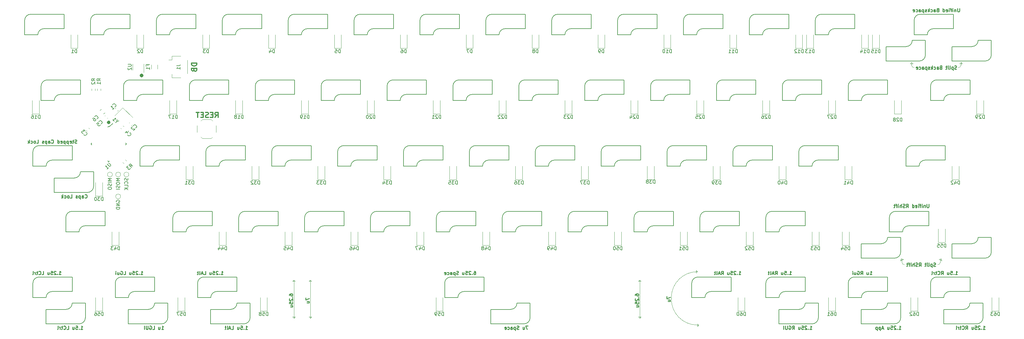
<source format=gbo>
G04 #@! TF.GenerationSoftware,KiCad,Pcbnew,(5.1.10)-1*
G04 #@! TF.CreationDate,2021-08-06T13:45:01+08:00*
G04 #@! TF.ProjectId,Bakeneko60-HS,42616b65-6e65-46b6-9f36-302d48532e6b,rev?*
G04 #@! TF.SameCoordinates,Original*
G04 #@! TF.FileFunction,Legend,Bot*
G04 #@! TF.FilePolarity,Positive*
%FSLAX46Y46*%
G04 Gerber Fmt 4.6, Leading zero omitted, Abs format (unit mm)*
G04 Created by KiCad (PCBNEW (5.1.10)-1) date 2021-08-06 13:45:01*
%MOMM*%
%LPD*%
G01*
G04 APERTURE LIST*
%ADD10C,0.150000*%
%ADD11C,0.750000*%
%ADD12C,0.375000*%
%ADD13C,0.250000*%
%ADD14C,0.120000*%
G04 APERTURE END LIST*
D10*
X20137500Y-47690654D02*
X20089880Y-47595416D01*
X20089880Y-47452559D01*
X20137500Y-47309702D01*
X20232738Y-47214464D01*
X20327976Y-47166845D01*
X20518452Y-47119226D01*
X20661309Y-47119226D01*
X20851785Y-47166845D01*
X20947023Y-47214464D01*
X21042261Y-47309702D01*
X21089880Y-47452559D01*
X21089880Y-47547797D01*
X21042261Y-47690654D01*
X20994642Y-47738273D01*
X20661309Y-47738273D01*
X20661309Y-47547797D01*
X21089880Y-48166845D02*
X20089880Y-48166845D01*
X21089880Y-48738273D01*
X20089880Y-48738273D01*
X21089880Y-49214464D02*
X20089880Y-49214464D01*
X20089880Y-49452559D01*
X20137500Y-49595416D01*
X20232738Y-49690654D01*
X20327976Y-49738273D01*
X20518452Y-49785892D01*
X20661309Y-49785892D01*
X20851785Y-49738273D01*
X20947023Y-49690654D01*
X21042261Y-49595416D01*
X21089880Y-49452559D01*
X21089880Y-49214464D01*
X23423511Y-40769226D02*
X23471130Y-40912083D01*
X23471130Y-41150178D01*
X23423511Y-41245416D01*
X23375892Y-41293035D01*
X23280654Y-41340654D01*
X23185416Y-41340654D01*
X23090178Y-41293035D01*
X23042559Y-41245416D01*
X22994940Y-41150178D01*
X22947321Y-40959702D01*
X22899702Y-40864464D01*
X22852083Y-40816845D01*
X22756845Y-40769226D01*
X22661607Y-40769226D01*
X22566369Y-40816845D01*
X22518750Y-40864464D01*
X22471130Y-40959702D01*
X22471130Y-41197797D01*
X22518750Y-41340654D01*
X23375892Y-42340654D02*
X23423511Y-42293035D01*
X23471130Y-42150178D01*
X23471130Y-42054940D01*
X23423511Y-41912083D01*
X23328273Y-41816845D01*
X23233035Y-41769226D01*
X23042559Y-41721607D01*
X22899702Y-41721607D01*
X22709226Y-41769226D01*
X22613988Y-41816845D01*
X22518750Y-41912083D01*
X22471130Y-42054940D01*
X22471130Y-42150178D01*
X22518750Y-42293035D01*
X22566369Y-42340654D01*
X23471130Y-43245416D02*
X23471130Y-42769226D01*
X22471130Y-42769226D01*
X23471130Y-43578750D02*
X22471130Y-43578750D01*
X23471130Y-44150178D02*
X22899702Y-43721607D01*
X22471130Y-44150178D02*
X23042559Y-43578750D01*
X21089880Y-40816845D02*
X20089880Y-40816845D01*
X20804166Y-41150178D01*
X20089880Y-41483511D01*
X21089880Y-41483511D01*
X20089880Y-42150178D02*
X20089880Y-42340654D01*
X20137500Y-42435892D01*
X20232738Y-42531130D01*
X20423214Y-42578750D01*
X20756547Y-42578750D01*
X20947023Y-42531130D01*
X21042261Y-42435892D01*
X21089880Y-42340654D01*
X21089880Y-42150178D01*
X21042261Y-42054940D01*
X20947023Y-41959702D01*
X20756547Y-41912083D01*
X20423214Y-41912083D01*
X20232738Y-41959702D01*
X20137500Y-42054940D01*
X20089880Y-42150178D01*
X21042261Y-42959702D02*
X21089880Y-43102559D01*
X21089880Y-43340654D01*
X21042261Y-43435892D01*
X20994642Y-43483511D01*
X20899404Y-43531130D01*
X20804166Y-43531130D01*
X20708928Y-43483511D01*
X20661309Y-43435892D01*
X20613690Y-43340654D01*
X20566071Y-43150178D01*
X20518452Y-43054940D01*
X20470833Y-43007321D01*
X20375595Y-42959702D01*
X20280357Y-42959702D01*
X20185119Y-43007321D01*
X20137500Y-43054940D01*
X20089880Y-43150178D01*
X20089880Y-43388273D01*
X20137500Y-43531130D01*
X21089880Y-43959702D02*
X20089880Y-43959702D01*
X18708630Y-40816845D02*
X17708630Y-40816845D01*
X18422916Y-41150178D01*
X17708630Y-41483511D01*
X18708630Y-41483511D01*
X18708630Y-41959702D02*
X17708630Y-41959702D01*
X18661011Y-42388273D02*
X18708630Y-42531130D01*
X18708630Y-42769226D01*
X18661011Y-42864464D01*
X18613392Y-42912083D01*
X18518154Y-42959702D01*
X18422916Y-42959702D01*
X18327678Y-42912083D01*
X18280059Y-42864464D01*
X18232440Y-42769226D01*
X18184821Y-42578750D01*
X18137202Y-42483511D01*
X18089583Y-42435892D01*
X17994345Y-42388273D01*
X17899107Y-42388273D01*
X17803869Y-42435892D01*
X17756250Y-42483511D01*
X17708630Y-42578750D01*
X17708630Y-42816845D01*
X17756250Y-42959702D01*
X17708630Y-43578750D02*
X17708630Y-43769226D01*
X17756250Y-43864464D01*
X17851488Y-43959702D01*
X18041964Y-44007321D01*
X18375297Y-44007321D01*
X18565773Y-43959702D01*
X18661011Y-43864464D01*
X18708630Y-43769226D01*
X18708630Y-43578750D01*
X18661011Y-43483511D01*
X18565773Y-43388273D01*
X18375297Y-43340654D01*
X18041964Y-43340654D01*
X17851488Y-43388273D01*
X17756250Y-43483511D01*
X17708630Y-43578750D01*
D11*
X27363234Y-10787152D02*
X27220376Y-10930009D01*
X27363234Y-11072866D01*
X27506091Y-10930009D01*
X27363234Y-10787152D01*
X27363234Y-11072866D01*
X17843500Y-24407678D02*
X17700642Y-24550535D01*
X17843500Y-24693392D01*
X17986357Y-24550535D01*
X17843500Y-24407678D01*
X17843500Y-24693392D01*
D12*
X43350571Y-7366142D02*
X41850571Y-7366142D01*
X41850571Y-7723285D01*
X41922000Y-7937571D01*
X42064857Y-8080428D01*
X42207714Y-8151857D01*
X42493428Y-8223285D01*
X42707714Y-8223285D01*
X42993428Y-8151857D01*
X43136285Y-8080428D01*
X43279142Y-7937571D01*
X43350571Y-7723285D01*
X43350571Y-7366142D01*
X42564857Y-9366142D02*
X42636285Y-9580428D01*
X42707714Y-9651857D01*
X42850571Y-9723285D01*
X43064857Y-9723285D01*
X43207714Y-9651857D01*
X43279142Y-9580428D01*
X43350571Y-9437571D01*
X43350571Y-8866142D01*
X41850571Y-8866142D01*
X41850571Y-9366142D01*
X41922000Y-9509000D01*
X41993428Y-9580428D01*
X42136285Y-9651857D01*
X42279142Y-9651857D01*
X42422000Y-9580428D01*
X42493428Y-9509000D01*
X42564857Y-9366142D01*
X42564857Y-8866142D01*
X48660571Y-23157571D02*
X49160571Y-22443285D01*
X49517714Y-23157571D02*
X49517714Y-21657571D01*
X48946285Y-21657571D01*
X48803428Y-21729000D01*
X48732000Y-21800428D01*
X48660571Y-21943285D01*
X48660571Y-22157571D01*
X48732000Y-22300428D01*
X48803428Y-22371857D01*
X48946285Y-22443285D01*
X49517714Y-22443285D01*
X48017714Y-22371857D02*
X47517714Y-22371857D01*
X47303428Y-23157571D02*
X48017714Y-23157571D01*
X48017714Y-21657571D01*
X47303428Y-21657571D01*
X46732000Y-23086142D02*
X46517714Y-23157571D01*
X46160571Y-23157571D01*
X46017714Y-23086142D01*
X45946285Y-23014714D01*
X45874857Y-22871857D01*
X45874857Y-22729000D01*
X45946285Y-22586142D01*
X46017714Y-22514714D01*
X46160571Y-22443285D01*
X46446285Y-22371857D01*
X46589142Y-22300428D01*
X46660571Y-22229000D01*
X46732000Y-22086142D01*
X46732000Y-21943285D01*
X46660571Y-21800428D01*
X46589142Y-21729000D01*
X46446285Y-21657571D01*
X46089142Y-21657571D01*
X45874857Y-21729000D01*
X45232000Y-22371857D02*
X44732000Y-22371857D01*
X44517714Y-23157571D02*
X45232000Y-23157571D01*
X45232000Y-21657571D01*
X44517714Y-21657571D01*
X44089142Y-21657571D02*
X43232000Y-21657571D01*
X43660571Y-23157571D02*
X43660571Y-21657571D01*
D13*
X9770684Y-84589880D02*
X10342113Y-84589880D01*
X10056398Y-84589880D02*
X10056398Y-83589880D01*
X10151636Y-83732738D01*
X10246875Y-83827976D01*
X10342113Y-83875595D01*
X9342113Y-84494642D02*
X9294494Y-84542261D01*
X9342113Y-84589880D01*
X9389732Y-84542261D01*
X9342113Y-84494642D01*
X9342113Y-84589880D01*
X8389732Y-83589880D02*
X8865922Y-83589880D01*
X8913541Y-84066071D01*
X8865922Y-84018452D01*
X8770684Y-83970833D01*
X8532589Y-83970833D01*
X8437351Y-84018452D01*
X8389732Y-84066071D01*
X8342113Y-84161309D01*
X8342113Y-84399404D01*
X8389732Y-84494642D01*
X8437351Y-84542261D01*
X8532589Y-84589880D01*
X8770684Y-84589880D01*
X8865922Y-84542261D01*
X8913541Y-84494642D01*
X7484970Y-83923214D02*
X7484970Y-84589880D01*
X7913541Y-83923214D02*
X7913541Y-84447023D01*
X7865922Y-84542261D01*
X7770684Y-84589880D01*
X7627827Y-84589880D01*
X7532589Y-84542261D01*
X7484970Y-84494642D01*
X5770684Y-84589880D02*
X6246875Y-84589880D01*
X6246875Y-83589880D01*
X4865922Y-84494642D02*
X4913541Y-84542261D01*
X5056398Y-84589880D01*
X5151636Y-84589880D01*
X5294494Y-84542261D01*
X5389732Y-84447023D01*
X5437351Y-84351785D01*
X5484970Y-84161309D01*
X5484970Y-84018452D01*
X5437351Y-83827976D01*
X5389732Y-83732738D01*
X5294494Y-83637500D01*
X5151636Y-83589880D01*
X5056398Y-83589880D01*
X4913541Y-83637500D01*
X4865922Y-83685119D01*
X4580208Y-83923214D02*
X4199255Y-83923214D01*
X4437351Y-83589880D02*
X4437351Y-84447023D01*
X4389732Y-84542261D01*
X4294494Y-84589880D01*
X4199255Y-84589880D01*
X3865922Y-84589880D02*
X3865922Y-83923214D01*
X3865922Y-84113690D02*
X3818303Y-84018452D01*
X3770684Y-83970833D01*
X3675446Y-83923214D01*
X3580208Y-83923214D01*
X3104017Y-84589880D02*
X3199255Y-84542261D01*
X3246874Y-84447023D01*
X3246874Y-83589880D01*
X33170535Y-84589880D02*
X33741964Y-84589880D01*
X33456250Y-84589880D02*
X33456250Y-83589880D01*
X33551488Y-83732738D01*
X33646726Y-83827976D01*
X33741964Y-83875595D01*
X32313392Y-83923214D02*
X32313392Y-84589880D01*
X32741964Y-83923214D02*
X32741964Y-84447023D01*
X32694345Y-84542261D01*
X32599107Y-84589880D01*
X32456250Y-84589880D01*
X32361011Y-84542261D01*
X32313392Y-84494642D01*
X30599107Y-84589880D02*
X31075297Y-84589880D01*
X31075297Y-83589880D01*
X29741964Y-83637500D02*
X29837202Y-83589880D01*
X29980059Y-83589880D01*
X30122916Y-83637500D01*
X30218154Y-83732738D01*
X30265773Y-83827976D01*
X30313392Y-84018452D01*
X30313392Y-84161309D01*
X30265773Y-84351785D01*
X30218154Y-84447023D01*
X30122916Y-84542261D01*
X29980059Y-84589880D01*
X29884821Y-84589880D01*
X29741964Y-84542261D01*
X29694345Y-84494642D01*
X29694345Y-84161309D01*
X29884821Y-84161309D01*
X29265773Y-83589880D02*
X29265773Y-84399404D01*
X29218154Y-84494642D01*
X29170535Y-84542261D01*
X29075297Y-84589880D01*
X28884821Y-84589880D01*
X28789583Y-84542261D01*
X28741964Y-84494642D01*
X28694345Y-84399404D01*
X28694345Y-83589880D01*
X28218154Y-84589880D02*
X28218154Y-83589880D01*
X57411607Y-84589880D02*
X57983035Y-84589880D01*
X57697321Y-84589880D02*
X57697321Y-83589880D01*
X57792559Y-83732738D01*
X57887797Y-83827976D01*
X57983035Y-83875595D01*
X56983035Y-84494642D02*
X56935416Y-84542261D01*
X56983035Y-84589880D01*
X57030654Y-84542261D01*
X56983035Y-84494642D01*
X56983035Y-84589880D01*
X56030654Y-83589880D02*
X56506845Y-83589880D01*
X56554464Y-84066071D01*
X56506845Y-84018452D01*
X56411607Y-83970833D01*
X56173511Y-83970833D01*
X56078273Y-84018452D01*
X56030654Y-84066071D01*
X55983035Y-84161309D01*
X55983035Y-84399404D01*
X56030654Y-84494642D01*
X56078273Y-84542261D01*
X56173511Y-84589880D01*
X56411607Y-84589880D01*
X56506845Y-84542261D01*
X56554464Y-84494642D01*
X55125892Y-83923214D02*
X55125892Y-84589880D01*
X55554464Y-83923214D02*
X55554464Y-84447023D01*
X55506845Y-84542261D01*
X55411607Y-84589880D01*
X55268750Y-84589880D01*
X55173511Y-84542261D01*
X55125892Y-84494642D01*
X53411607Y-84589880D02*
X53887797Y-84589880D01*
X53887797Y-83589880D01*
X53125892Y-84304166D02*
X52649702Y-84304166D01*
X53221130Y-84589880D02*
X52887797Y-83589880D01*
X52554464Y-84589880D01*
X52078273Y-84589880D02*
X52173511Y-84542261D01*
X52221130Y-84447023D01*
X52221130Y-83589880D01*
X51840178Y-83923214D02*
X51459226Y-83923214D01*
X51697321Y-83589880D02*
X51697321Y-84447023D01*
X51649702Y-84542261D01*
X51554464Y-84589880D01*
X51459226Y-84589880D01*
X3499999Y-68714880D02*
X4071428Y-68714880D01*
X3785714Y-68714880D02*
X3785714Y-67714880D01*
X3880952Y-67857738D01*
X3976190Y-67952976D01*
X4071428Y-68000595D01*
X3071428Y-68619642D02*
X3023809Y-68667261D01*
X3071428Y-68714880D01*
X3119047Y-68667261D01*
X3071428Y-68619642D01*
X3071428Y-68714880D01*
X2642857Y-67810119D02*
X2595238Y-67762500D01*
X2500000Y-67714880D01*
X2261904Y-67714880D01*
X2166666Y-67762500D01*
X2119047Y-67810119D01*
X2071428Y-67905357D01*
X2071428Y-68000595D01*
X2119047Y-68143452D01*
X2690476Y-68714880D01*
X2071428Y-68714880D01*
X1166666Y-67714880D02*
X1642857Y-67714880D01*
X1690476Y-68191071D01*
X1642857Y-68143452D01*
X1547619Y-68095833D01*
X1309523Y-68095833D01*
X1214285Y-68143452D01*
X1166666Y-68191071D01*
X1119047Y-68286309D01*
X1119047Y-68524404D01*
X1166666Y-68619642D01*
X1214285Y-68667261D01*
X1309523Y-68714880D01*
X1547619Y-68714880D01*
X1642857Y-68667261D01*
X1690476Y-68619642D01*
X261904Y-68048214D02*
X261904Y-68714880D01*
X690476Y-68048214D02*
X690476Y-68572023D01*
X642857Y-68667261D01*
X547619Y-68714880D01*
X404761Y-68714880D01*
X309523Y-68667261D01*
X261904Y-68619642D01*
X-1452380Y-68714880D02*
X-976190Y-68714880D01*
X-976190Y-67714880D01*
X-2357142Y-68619642D02*
X-2309523Y-68667261D01*
X-2166666Y-68714880D01*
X-2071428Y-68714880D01*
X-1928571Y-68667261D01*
X-1833333Y-68572023D01*
X-1785714Y-68476785D01*
X-1738095Y-68286309D01*
X-1738095Y-68143452D01*
X-1785714Y-67952976D01*
X-1833333Y-67857738D01*
X-1928571Y-67762500D01*
X-2071428Y-67714880D01*
X-2166666Y-67714880D01*
X-2309523Y-67762500D01*
X-2357142Y-67810119D01*
X-2642857Y-68048214D02*
X-3023809Y-68048214D01*
X-2785714Y-67714880D02*
X-2785714Y-68572023D01*
X-2833333Y-68667261D01*
X-2928571Y-68714880D01*
X-3023809Y-68714880D01*
X-3357142Y-68714880D02*
X-3357142Y-68048214D01*
X-3357142Y-68238690D02*
X-3404761Y-68143452D01*
X-3452380Y-68095833D01*
X-3547619Y-68048214D01*
X-3642857Y-68048214D01*
X-4119047Y-68714880D02*
X-4023809Y-68667261D01*
X-3976190Y-68572023D01*
X-3976190Y-67714880D01*
X27145833Y-68714880D02*
X27717261Y-68714880D01*
X27431547Y-68714880D02*
X27431547Y-67714880D01*
X27526785Y-67857738D01*
X27622023Y-67952976D01*
X27717261Y-68000595D01*
X26717261Y-68619642D02*
X26669642Y-68667261D01*
X26717261Y-68714880D01*
X26764880Y-68667261D01*
X26717261Y-68619642D01*
X26717261Y-68714880D01*
X26288690Y-67810119D02*
X26241071Y-67762500D01*
X26145833Y-67714880D01*
X25907738Y-67714880D01*
X25812500Y-67762500D01*
X25764880Y-67810119D01*
X25717261Y-67905357D01*
X25717261Y-68000595D01*
X25764880Y-68143452D01*
X26336309Y-68714880D01*
X25717261Y-68714880D01*
X24812500Y-67714880D02*
X25288690Y-67714880D01*
X25336309Y-68191071D01*
X25288690Y-68143452D01*
X25193452Y-68095833D01*
X24955357Y-68095833D01*
X24860119Y-68143452D01*
X24812500Y-68191071D01*
X24764880Y-68286309D01*
X24764880Y-68524404D01*
X24812500Y-68619642D01*
X24860119Y-68667261D01*
X24955357Y-68714880D01*
X25193452Y-68714880D01*
X25288690Y-68667261D01*
X25336309Y-68619642D01*
X23907738Y-68048214D02*
X23907738Y-68714880D01*
X24336309Y-68048214D02*
X24336309Y-68572023D01*
X24288690Y-68667261D01*
X24193452Y-68714880D01*
X24050595Y-68714880D01*
X23955357Y-68667261D01*
X23907738Y-68619642D01*
X22193452Y-68714880D02*
X22669642Y-68714880D01*
X22669642Y-67714880D01*
X21336309Y-67762500D02*
X21431547Y-67714880D01*
X21574404Y-67714880D01*
X21717261Y-67762500D01*
X21812499Y-67857738D01*
X21860119Y-67952976D01*
X21907738Y-68143452D01*
X21907738Y-68286309D01*
X21860119Y-68476785D01*
X21812499Y-68572023D01*
X21717261Y-68667261D01*
X21574404Y-68714880D01*
X21479166Y-68714880D01*
X21336309Y-68667261D01*
X21288690Y-68619642D01*
X21288690Y-68286309D01*
X21479166Y-68286309D01*
X20431547Y-68048214D02*
X20431547Y-68714880D01*
X20860119Y-68048214D02*
X20860119Y-68572023D01*
X20812499Y-68667261D01*
X20717261Y-68714880D01*
X20574404Y-68714880D01*
X20479166Y-68667261D01*
X20431547Y-68619642D01*
X19955357Y-68714880D02*
X19955357Y-68048214D01*
X19955357Y-67714880D02*
X20002976Y-67762500D01*
X19955357Y-67810119D01*
X19907738Y-67762500D01*
X19955357Y-67714880D01*
X19955357Y-67810119D01*
X50347172Y-68714880D02*
X50918601Y-68714880D01*
X50632886Y-68714880D02*
X50632886Y-67714880D01*
X50728125Y-67857738D01*
X50823363Y-67952976D01*
X50918601Y-68000595D01*
X49918601Y-68619642D02*
X49870982Y-68667261D01*
X49918601Y-68714880D01*
X49966220Y-68667261D01*
X49918601Y-68619642D01*
X49918601Y-68714880D01*
X49490029Y-67810119D02*
X49442410Y-67762500D01*
X49347172Y-67714880D01*
X49109077Y-67714880D01*
X49013839Y-67762500D01*
X48966220Y-67810119D01*
X48918601Y-67905357D01*
X48918601Y-68000595D01*
X48966220Y-68143452D01*
X49537648Y-68714880D01*
X48918601Y-68714880D01*
X48013839Y-67714880D02*
X48490029Y-67714880D01*
X48537648Y-68191071D01*
X48490029Y-68143452D01*
X48394791Y-68095833D01*
X48156696Y-68095833D01*
X48061458Y-68143452D01*
X48013839Y-68191071D01*
X47966220Y-68286309D01*
X47966220Y-68524404D01*
X48013839Y-68619642D01*
X48061458Y-68667261D01*
X48156696Y-68714880D01*
X48394791Y-68714880D01*
X48490029Y-68667261D01*
X48537648Y-68619642D01*
X47109077Y-68048214D02*
X47109077Y-68714880D01*
X47537648Y-68048214D02*
X47537648Y-68572023D01*
X47490029Y-68667261D01*
X47394791Y-68714880D01*
X47251934Y-68714880D01*
X47156696Y-68667261D01*
X47109077Y-68619642D01*
X45394791Y-68714880D02*
X45870982Y-68714880D01*
X45870982Y-67714880D01*
X45109077Y-68429166D02*
X44632886Y-68429166D01*
X45204315Y-68714880D02*
X44870982Y-67714880D01*
X44537648Y-68714880D01*
X44061458Y-68714880D02*
X44156696Y-68667261D01*
X44204315Y-68572023D01*
X44204315Y-67714880D01*
X43823363Y-68048214D02*
X43442410Y-68048214D01*
X43680505Y-67714880D02*
X43680505Y-68572023D01*
X43632886Y-68667261D01*
X43537648Y-68714880D01*
X43442410Y-68714880D01*
D14*
X188118750Y-83740625D02*
X188515625Y-83343750D01*
X188118750Y-82946875D02*
X188118750Y-83740625D01*
X188515625Y-83343750D02*
X188118750Y-82946875D01*
X188118750Y-83343750D02*
X188515625Y-83343750D01*
X180578125Y-75406250D02*
X180578125Y-75803125D01*
X188118750Y-83343750D02*
G75*
G02*
X180578125Y-75803125I0J7540625D01*
G01*
X180578125Y-75406250D02*
G75*
G02*
X188118750Y-67865625I7540625J0D01*
G01*
D13*
X179236755Y-75017410D02*
X179236755Y-75684077D01*
X180236755Y-75255505D01*
X179570089Y-76493601D02*
X180236755Y-76493601D01*
X179570089Y-76065029D02*
X180093898Y-76065029D01*
X180189136Y-76112648D01*
X180236755Y-76207886D01*
X180236755Y-76350744D01*
X180189136Y-76445982D01*
X180141517Y-76493601D01*
D14*
X187721875Y-68262500D02*
X188118750Y-67865625D01*
X187721875Y-67468750D02*
X187721875Y-68262500D01*
X188118750Y-67865625D02*
X187721875Y-67468750D01*
D13*
X170108630Y-74747619D02*
X170108630Y-74557142D01*
X170156250Y-74461904D01*
X170203869Y-74414285D01*
X170346726Y-74319047D01*
X170537202Y-74271428D01*
X170918154Y-74271428D01*
X171013392Y-74319047D01*
X171061011Y-74366666D01*
X171108630Y-74461904D01*
X171108630Y-74652380D01*
X171061011Y-74747619D01*
X171013392Y-74795238D01*
X170918154Y-74842857D01*
X170680059Y-74842857D01*
X170584821Y-74795238D01*
X170537202Y-74747619D01*
X170489583Y-74652380D01*
X170489583Y-74461904D01*
X170537202Y-74366666D01*
X170584821Y-74319047D01*
X170680059Y-74271428D01*
X171013392Y-75271428D02*
X171061011Y-75319047D01*
X171108630Y-75271428D01*
X171061011Y-75223809D01*
X171013392Y-75271428D01*
X171108630Y-75271428D01*
X170203869Y-75700000D02*
X170156250Y-75747619D01*
X170108630Y-75842857D01*
X170108630Y-76080952D01*
X170156250Y-76176190D01*
X170203869Y-76223809D01*
X170299107Y-76271428D01*
X170394345Y-76271428D01*
X170537202Y-76223809D01*
X171108630Y-75652380D01*
X171108630Y-76271428D01*
X170108630Y-77176190D02*
X170108630Y-76700000D01*
X170584821Y-76652380D01*
X170537202Y-76700000D01*
X170489583Y-76795238D01*
X170489583Y-77033333D01*
X170537202Y-77128571D01*
X170584821Y-77176190D01*
X170680059Y-77223809D01*
X170918154Y-77223809D01*
X171013392Y-77176190D01*
X171061011Y-77128571D01*
X171108630Y-77033333D01*
X171108630Y-76795238D01*
X171061011Y-76700000D01*
X171013392Y-76652380D01*
X170441964Y-78080952D02*
X171108630Y-78080952D01*
X170441964Y-77652380D02*
X170965773Y-77652380D01*
X171061011Y-77700000D01*
X171108630Y-77795238D01*
X171108630Y-77938095D01*
X171061011Y-78033333D01*
X171013392Y-78080952D01*
D14*
X171450000Y-81359375D02*
X171450000Y-70246875D01*
X171053125Y-70643750D02*
X171846875Y-70643750D01*
X171450000Y-70246875D02*
X171053125Y-70643750D01*
X171846875Y-80962500D02*
X171450000Y-81359375D01*
X171053125Y-80962500D02*
X171846875Y-80962500D01*
X171450000Y-81359375D02*
X171053125Y-80962500D01*
X171846875Y-70643750D02*
X171450000Y-70246875D01*
D13*
X74858630Y-75414285D02*
X74858630Y-76080952D01*
X75858630Y-75652380D01*
X75191964Y-76890476D02*
X75858630Y-76890476D01*
X75191964Y-76461904D02*
X75715773Y-76461904D01*
X75811011Y-76509523D01*
X75858630Y-76604761D01*
X75858630Y-76747619D01*
X75811011Y-76842857D01*
X75763392Y-76890476D01*
D14*
X76596875Y-70643750D02*
X76200000Y-70246875D01*
X76596875Y-80962500D02*
X76200000Y-81359375D01*
X76200000Y-70246875D02*
X75803125Y-70643750D01*
X76200000Y-81359375D02*
X76200000Y-70246875D01*
X75803125Y-80962500D02*
X76596875Y-80962500D01*
X76200000Y-81359375D02*
X75803125Y-80962500D01*
X75803125Y-70643750D02*
X76596875Y-70643750D01*
D13*
X70096130Y-74747619D02*
X70096130Y-74557142D01*
X70143750Y-74461904D01*
X70191369Y-74414285D01*
X70334226Y-74319047D01*
X70524702Y-74271428D01*
X70905654Y-74271428D01*
X71000892Y-74319047D01*
X71048511Y-74366666D01*
X71096130Y-74461904D01*
X71096130Y-74652380D01*
X71048511Y-74747619D01*
X71000892Y-74795238D01*
X70905654Y-74842857D01*
X70667559Y-74842857D01*
X70572321Y-74795238D01*
X70524702Y-74747619D01*
X70477083Y-74652380D01*
X70477083Y-74461904D01*
X70524702Y-74366666D01*
X70572321Y-74319047D01*
X70667559Y-74271428D01*
X71000892Y-75271428D02*
X71048511Y-75319047D01*
X71096130Y-75271428D01*
X71048511Y-75223809D01*
X71000892Y-75271428D01*
X71096130Y-75271428D01*
X70191369Y-75700000D02*
X70143750Y-75747619D01*
X70096130Y-75842857D01*
X70096130Y-76080952D01*
X70143750Y-76176190D01*
X70191369Y-76223809D01*
X70286607Y-76271428D01*
X70381845Y-76271428D01*
X70524702Y-76223809D01*
X71096130Y-75652380D01*
X71096130Y-76271428D01*
X70096130Y-77176190D02*
X70096130Y-76700000D01*
X70572321Y-76652380D01*
X70524702Y-76700000D01*
X70477083Y-76795238D01*
X70477083Y-77033333D01*
X70524702Y-77128571D01*
X70572321Y-77176190D01*
X70667559Y-77223809D01*
X70905654Y-77223809D01*
X71000892Y-77176190D01*
X71048511Y-77128571D01*
X71096130Y-77033333D01*
X71096130Y-76795238D01*
X71048511Y-76700000D01*
X71000892Y-76652380D01*
X70429464Y-78080952D02*
X71096130Y-78080952D01*
X70429464Y-77652380D02*
X70953273Y-77652380D01*
X71048511Y-77700000D01*
X71096130Y-77795238D01*
X71096130Y-77938095D01*
X71048511Y-78033333D01*
X71000892Y-78080952D01*
D14*
X71834375Y-80962500D02*
X71437500Y-81359375D01*
X71040625Y-80962500D02*
X71834375Y-80962500D01*
X71437500Y-81359375D02*
X71040625Y-80962500D01*
X71834375Y-70643750D02*
X71437500Y-70246875D01*
X71040625Y-70643750D02*
X71834375Y-70643750D01*
X71437500Y-70246875D02*
X71040625Y-70643750D01*
X71437500Y-81359375D02*
X71437500Y-70246875D01*
D13*
X139136011Y-83589880D02*
X138469345Y-83589880D01*
X138897916Y-84589880D01*
X137659821Y-83923214D02*
X137659821Y-84589880D01*
X138088392Y-83923214D02*
X138088392Y-84447023D01*
X138040773Y-84542261D01*
X137945535Y-84589880D01*
X137802678Y-84589880D01*
X137707440Y-84542261D01*
X137659821Y-84494642D01*
X136469345Y-84542261D02*
X136326488Y-84589880D01*
X136088392Y-84589880D01*
X135993154Y-84542261D01*
X135945535Y-84494642D01*
X135897916Y-84399404D01*
X135897916Y-84304166D01*
X135945535Y-84208928D01*
X135993154Y-84161309D01*
X136088392Y-84113690D01*
X136278869Y-84066071D01*
X136374107Y-84018452D01*
X136421726Y-83970833D01*
X136469345Y-83875595D01*
X136469345Y-83780357D01*
X136421726Y-83685119D01*
X136374107Y-83637500D01*
X136278869Y-83589880D01*
X136040773Y-83589880D01*
X135897916Y-83637500D01*
X135469345Y-83923214D02*
X135469345Y-84923214D01*
X135469345Y-83970833D02*
X135374107Y-83923214D01*
X135183630Y-83923214D01*
X135088392Y-83970833D01*
X135040773Y-84018452D01*
X134993154Y-84113690D01*
X134993154Y-84399404D01*
X135040773Y-84494642D01*
X135088392Y-84542261D01*
X135183630Y-84589880D01*
X135374107Y-84589880D01*
X135469345Y-84542261D01*
X134136011Y-84589880D02*
X134136011Y-84066071D01*
X134183630Y-83970833D01*
X134278869Y-83923214D01*
X134469345Y-83923214D01*
X134564583Y-83970833D01*
X134136011Y-84542261D02*
X134231250Y-84589880D01*
X134469345Y-84589880D01*
X134564583Y-84542261D01*
X134612202Y-84447023D01*
X134612202Y-84351785D01*
X134564583Y-84256547D01*
X134469345Y-84208928D01*
X134231250Y-84208928D01*
X134136011Y-84161309D01*
X133231250Y-84542261D02*
X133326488Y-84589880D01*
X133516964Y-84589880D01*
X133612202Y-84542261D01*
X133659821Y-84494642D01*
X133707440Y-84399404D01*
X133707440Y-84113690D01*
X133659821Y-84018452D01*
X133612202Y-83970833D01*
X133516964Y-83923214D01*
X133326488Y-83923214D01*
X133231250Y-83970833D01*
X132421726Y-84542261D02*
X132516964Y-84589880D01*
X132707440Y-84589880D01*
X132802678Y-84542261D01*
X132850297Y-84447023D01*
X132850297Y-84066071D01*
X132802678Y-83970833D01*
X132707440Y-83923214D01*
X132516964Y-83923214D01*
X132421726Y-83970833D01*
X132374107Y-84066071D01*
X132374107Y-84161309D01*
X132850297Y-84256547D01*
X123530803Y-67714880D02*
X123721279Y-67714880D01*
X123816517Y-67762500D01*
X123864136Y-67810119D01*
X123959375Y-67952976D01*
X124006994Y-68143452D01*
X124006994Y-68524404D01*
X123959375Y-68619642D01*
X123911755Y-68667261D01*
X123816517Y-68714880D01*
X123626041Y-68714880D01*
X123530803Y-68667261D01*
X123483184Y-68619642D01*
X123435565Y-68524404D01*
X123435565Y-68286309D01*
X123483184Y-68191071D01*
X123530803Y-68143452D01*
X123626041Y-68095833D01*
X123816517Y-68095833D01*
X123911755Y-68143452D01*
X123959375Y-68191071D01*
X124006994Y-68286309D01*
X123006994Y-68619642D02*
X122959375Y-68667261D01*
X123006994Y-68714880D01*
X123054613Y-68667261D01*
X123006994Y-68619642D01*
X123006994Y-68714880D01*
X122578422Y-67810119D02*
X122530803Y-67762500D01*
X122435565Y-67714880D01*
X122197470Y-67714880D01*
X122102232Y-67762500D01*
X122054613Y-67810119D01*
X122006994Y-67905357D01*
X122006994Y-68000595D01*
X122054613Y-68143452D01*
X122626041Y-68714880D01*
X122006994Y-68714880D01*
X121102232Y-67714880D02*
X121578422Y-67714880D01*
X121626041Y-68191071D01*
X121578422Y-68143452D01*
X121483184Y-68095833D01*
X121245089Y-68095833D01*
X121149851Y-68143452D01*
X121102232Y-68191071D01*
X121054613Y-68286309D01*
X121054613Y-68524404D01*
X121102232Y-68619642D01*
X121149851Y-68667261D01*
X121245089Y-68714880D01*
X121483184Y-68714880D01*
X121578422Y-68667261D01*
X121626041Y-68619642D01*
X120197470Y-68048214D02*
X120197470Y-68714880D01*
X120626041Y-68048214D02*
X120626041Y-68572023D01*
X120578422Y-68667261D01*
X120483184Y-68714880D01*
X120340327Y-68714880D01*
X120245089Y-68667261D01*
X120197470Y-68619642D01*
X119006994Y-68667261D02*
X118864136Y-68714880D01*
X118626041Y-68714880D01*
X118530803Y-68667261D01*
X118483184Y-68619642D01*
X118435565Y-68524404D01*
X118435565Y-68429166D01*
X118483184Y-68333928D01*
X118530803Y-68286309D01*
X118626041Y-68238690D01*
X118816517Y-68191071D01*
X118911755Y-68143452D01*
X118959375Y-68095833D01*
X119006994Y-68000595D01*
X119006994Y-67905357D01*
X118959375Y-67810119D01*
X118911755Y-67762500D01*
X118816517Y-67714880D01*
X118578422Y-67714880D01*
X118435565Y-67762500D01*
X118006994Y-68048214D02*
X118006994Y-69048214D01*
X118006994Y-68095833D02*
X117911755Y-68048214D01*
X117721279Y-68048214D01*
X117626041Y-68095833D01*
X117578422Y-68143452D01*
X117530803Y-68238690D01*
X117530803Y-68524404D01*
X117578422Y-68619642D01*
X117626041Y-68667261D01*
X117721279Y-68714880D01*
X117911755Y-68714880D01*
X118006994Y-68667261D01*
X116673660Y-68714880D02*
X116673660Y-68191071D01*
X116721279Y-68095833D01*
X116816517Y-68048214D01*
X117006994Y-68048214D01*
X117102232Y-68095833D01*
X116673660Y-68667261D02*
X116768898Y-68714880D01*
X117006994Y-68714880D01*
X117102232Y-68667261D01*
X117149851Y-68572023D01*
X117149851Y-68476785D01*
X117102232Y-68381547D01*
X117006994Y-68333928D01*
X116768898Y-68333928D01*
X116673660Y-68286309D01*
X115768898Y-68667261D02*
X115864136Y-68714880D01*
X116054613Y-68714880D01*
X116149851Y-68667261D01*
X116197470Y-68619642D01*
X116245089Y-68524404D01*
X116245089Y-68238690D01*
X116197470Y-68143452D01*
X116149851Y-68095833D01*
X116054613Y-68048214D01*
X115864136Y-68048214D01*
X115768898Y-68095833D01*
X114959375Y-68667261D02*
X115054613Y-68714880D01*
X115245089Y-68714880D01*
X115340327Y-68667261D01*
X115387946Y-68572023D01*
X115387946Y-68191071D01*
X115340327Y-68095833D01*
X115245089Y-68048214D01*
X115054613Y-68048214D01*
X114959375Y-68095833D01*
X114911755Y-68191071D01*
X114911755Y-68286309D01*
X115387946Y-68381547D01*
X200064285Y-68714880D02*
X200635714Y-68714880D01*
X200350000Y-68714880D02*
X200350000Y-67714880D01*
X200445238Y-67857738D01*
X200540476Y-67952976D01*
X200635714Y-68000595D01*
X199635714Y-68619642D02*
X199588095Y-68667261D01*
X199635714Y-68714880D01*
X199683333Y-68667261D01*
X199635714Y-68619642D01*
X199635714Y-68714880D01*
X199207142Y-67810119D02*
X199159523Y-67762500D01*
X199064285Y-67714880D01*
X198826190Y-67714880D01*
X198730952Y-67762500D01*
X198683333Y-67810119D01*
X198635714Y-67905357D01*
X198635714Y-68000595D01*
X198683333Y-68143452D01*
X199254761Y-68714880D01*
X198635714Y-68714880D01*
X197730952Y-67714880D02*
X198207142Y-67714880D01*
X198254761Y-68191071D01*
X198207142Y-68143452D01*
X198111904Y-68095833D01*
X197873809Y-68095833D01*
X197778571Y-68143452D01*
X197730952Y-68191071D01*
X197683333Y-68286309D01*
X197683333Y-68524404D01*
X197730952Y-68619642D01*
X197778571Y-68667261D01*
X197873809Y-68714880D01*
X198111904Y-68714880D01*
X198207142Y-68667261D01*
X198254761Y-68619642D01*
X196826190Y-68048214D02*
X196826190Y-68714880D01*
X197254761Y-68048214D02*
X197254761Y-68572023D01*
X197207142Y-68667261D01*
X197111904Y-68714880D01*
X196969047Y-68714880D01*
X196873809Y-68667261D01*
X196826190Y-68619642D01*
X195016666Y-68714880D02*
X195350000Y-68238690D01*
X195588095Y-68714880D02*
X195588095Y-67714880D01*
X195207142Y-67714880D01*
X195111904Y-67762500D01*
X195064285Y-67810119D01*
X195016666Y-67905357D01*
X195016666Y-68048214D01*
X195064285Y-68143452D01*
X195111904Y-68191071D01*
X195207142Y-68238690D01*
X195588095Y-68238690D01*
X194635714Y-68429166D02*
X194159523Y-68429166D01*
X194730952Y-68714880D02*
X194397619Y-67714880D01*
X194064285Y-68714880D01*
X193588095Y-68714880D02*
X193683333Y-68667261D01*
X193730952Y-68572023D01*
X193730952Y-67714880D01*
X193350000Y-68048214D02*
X192969047Y-68048214D01*
X193207142Y-67714880D02*
X193207142Y-68572023D01*
X193159523Y-68667261D01*
X193064285Y-68714880D01*
X192969047Y-68714880D01*
X220590625Y-84589880D02*
X221162053Y-84589880D01*
X220876339Y-84589880D02*
X220876339Y-83589880D01*
X220971577Y-83732738D01*
X221066815Y-83827976D01*
X221162053Y-83875595D01*
X220162053Y-84494642D02*
X220114434Y-84542261D01*
X220162053Y-84589880D01*
X220209672Y-84542261D01*
X220162053Y-84494642D01*
X220162053Y-84589880D01*
X219733482Y-83685119D02*
X219685863Y-83637500D01*
X219590625Y-83589880D01*
X219352529Y-83589880D01*
X219257291Y-83637500D01*
X219209672Y-83685119D01*
X219162053Y-83780357D01*
X219162053Y-83875595D01*
X219209672Y-84018452D01*
X219781101Y-84589880D01*
X219162053Y-84589880D01*
X218257291Y-83589880D02*
X218733482Y-83589880D01*
X218781101Y-84066071D01*
X218733482Y-84018452D01*
X218638244Y-83970833D01*
X218400148Y-83970833D01*
X218304910Y-84018452D01*
X218257291Y-84066071D01*
X218209672Y-84161309D01*
X218209672Y-84399404D01*
X218257291Y-84494642D01*
X218304910Y-84542261D01*
X218400148Y-84589880D01*
X218638244Y-84589880D01*
X218733482Y-84542261D01*
X218781101Y-84494642D01*
X217352529Y-83923214D02*
X217352529Y-84589880D01*
X217781101Y-83923214D02*
X217781101Y-84447023D01*
X217733482Y-84542261D01*
X217638244Y-84589880D01*
X217495386Y-84589880D01*
X217400148Y-84542261D01*
X217352529Y-84494642D01*
X215543005Y-84589880D02*
X215876339Y-84113690D01*
X216114434Y-84589880D02*
X216114434Y-83589880D01*
X215733482Y-83589880D01*
X215638244Y-83637500D01*
X215590625Y-83685119D01*
X215543005Y-83780357D01*
X215543005Y-83923214D01*
X215590625Y-84018452D01*
X215638244Y-84066071D01*
X215733482Y-84113690D01*
X216114434Y-84113690D01*
X214590625Y-83637500D02*
X214685863Y-83589880D01*
X214828720Y-83589880D01*
X214971577Y-83637500D01*
X215066815Y-83732738D01*
X215114434Y-83827976D01*
X215162053Y-84018452D01*
X215162053Y-84161309D01*
X215114434Y-84351785D01*
X215066815Y-84447023D01*
X214971577Y-84542261D01*
X214828720Y-84589880D01*
X214733482Y-84589880D01*
X214590625Y-84542261D01*
X214543005Y-84494642D01*
X214543005Y-84161309D01*
X214733482Y-84161309D01*
X214114434Y-83589880D02*
X214114434Y-84399404D01*
X214066815Y-84494642D01*
X214019196Y-84542261D01*
X213923958Y-84589880D01*
X213733482Y-84589880D01*
X213638244Y-84542261D01*
X213590625Y-84494642D01*
X213543005Y-84399404D01*
X213543005Y-83589880D01*
X213066815Y-84589880D02*
X213066815Y-83589880D01*
X214669345Y-68714880D02*
X215240773Y-68714880D01*
X214955059Y-68714880D02*
X214955059Y-67714880D01*
X215050297Y-67857738D01*
X215145535Y-67952976D01*
X215240773Y-68000595D01*
X214240773Y-68619642D02*
X214193154Y-68667261D01*
X214240773Y-68714880D01*
X214288392Y-68667261D01*
X214240773Y-68619642D01*
X214240773Y-68714880D01*
X213288392Y-67714880D02*
X213764583Y-67714880D01*
X213812202Y-68191071D01*
X213764583Y-68143452D01*
X213669345Y-68095833D01*
X213431250Y-68095833D01*
X213336011Y-68143452D01*
X213288392Y-68191071D01*
X213240773Y-68286309D01*
X213240773Y-68524404D01*
X213288392Y-68619642D01*
X213336011Y-68667261D01*
X213431250Y-68714880D01*
X213669345Y-68714880D01*
X213764583Y-68667261D01*
X213812202Y-68619642D01*
X212383630Y-68048214D02*
X212383630Y-68714880D01*
X212812202Y-68048214D02*
X212812202Y-68572023D01*
X212764583Y-68667261D01*
X212669345Y-68714880D01*
X212526488Y-68714880D01*
X212431250Y-68667261D01*
X212383630Y-68619642D01*
X210574107Y-68714880D02*
X210907440Y-68238690D01*
X211145535Y-68714880D02*
X211145535Y-67714880D01*
X210764583Y-67714880D01*
X210669345Y-67762500D01*
X210621726Y-67810119D01*
X210574107Y-67905357D01*
X210574107Y-68048214D01*
X210621726Y-68143452D01*
X210669345Y-68191071D01*
X210764583Y-68238690D01*
X211145535Y-68238690D01*
X210193154Y-68429166D02*
X209716964Y-68429166D01*
X210288392Y-68714880D02*
X209955059Y-67714880D01*
X209621726Y-68714880D01*
X209145535Y-68714880D02*
X209240773Y-68667261D01*
X209288392Y-68572023D01*
X209288392Y-67714880D01*
X208907440Y-68048214D02*
X208526488Y-68048214D01*
X208764583Y-67714880D02*
X208764583Y-68572023D01*
X208716964Y-68667261D01*
X208621726Y-68714880D01*
X208526488Y-68714880D01*
X246355803Y-84589880D02*
X246927232Y-84589880D01*
X246641517Y-84589880D02*
X246641517Y-83589880D01*
X246736755Y-83732738D01*
X246831994Y-83827976D01*
X246927232Y-83875595D01*
X245927232Y-84494642D02*
X245879613Y-84542261D01*
X245927232Y-84589880D01*
X245974851Y-84542261D01*
X245927232Y-84494642D01*
X245927232Y-84589880D01*
X245498660Y-83685119D02*
X245451041Y-83637500D01*
X245355803Y-83589880D01*
X245117708Y-83589880D01*
X245022470Y-83637500D01*
X244974851Y-83685119D01*
X244927232Y-83780357D01*
X244927232Y-83875595D01*
X244974851Y-84018452D01*
X245546279Y-84589880D01*
X244927232Y-84589880D01*
X244022470Y-83589880D02*
X244498660Y-83589880D01*
X244546279Y-84066071D01*
X244498660Y-84018452D01*
X244403422Y-83970833D01*
X244165327Y-83970833D01*
X244070089Y-84018452D01*
X244022470Y-84066071D01*
X243974851Y-84161309D01*
X243974851Y-84399404D01*
X244022470Y-84494642D01*
X244070089Y-84542261D01*
X244165327Y-84589880D01*
X244403422Y-84589880D01*
X244498660Y-84542261D01*
X244546279Y-84494642D01*
X243117708Y-83923214D02*
X243117708Y-84589880D01*
X243546279Y-83923214D02*
X243546279Y-84447023D01*
X243498660Y-84542261D01*
X243403422Y-84589880D01*
X243260565Y-84589880D01*
X243165327Y-84542261D01*
X243117708Y-84494642D01*
X241927232Y-84304166D02*
X241451041Y-84304166D01*
X242022470Y-84589880D02*
X241689136Y-83589880D01*
X241355803Y-84589880D01*
X241022470Y-83923214D02*
X241022470Y-84923214D01*
X241022470Y-83970833D02*
X240927232Y-83923214D01*
X240736755Y-83923214D01*
X240641517Y-83970833D01*
X240593898Y-84018452D01*
X240546279Y-84113690D01*
X240546279Y-84399404D01*
X240593898Y-84494642D01*
X240641517Y-84542261D01*
X240736755Y-84589880D01*
X240927232Y-84589880D01*
X241022470Y-84542261D01*
X240117708Y-83923214D02*
X240117708Y-84923214D01*
X240117708Y-83970833D02*
X240022470Y-83923214D01*
X239831994Y-83923214D01*
X239736755Y-83970833D01*
X239689136Y-84018452D01*
X239641517Y-84113690D01*
X239641517Y-84399404D01*
X239689136Y-84494642D01*
X239736755Y-84542261D01*
X239831994Y-84589880D01*
X240022470Y-84589880D01*
X240117708Y-84542261D01*
X237981845Y-68714880D02*
X238553273Y-68714880D01*
X238267559Y-68714880D02*
X238267559Y-67714880D01*
X238362797Y-67857738D01*
X238458035Y-67952976D01*
X238553273Y-68000595D01*
X237124702Y-68048214D02*
X237124702Y-68714880D01*
X237553273Y-68048214D02*
X237553273Y-68572023D01*
X237505654Y-68667261D01*
X237410416Y-68714880D01*
X237267559Y-68714880D01*
X237172321Y-68667261D01*
X237124702Y-68619642D01*
X235315178Y-68714880D02*
X235648511Y-68238690D01*
X235886607Y-68714880D02*
X235886607Y-67714880D01*
X235505654Y-67714880D01*
X235410416Y-67762500D01*
X235362797Y-67810119D01*
X235315178Y-67905357D01*
X235315178Y-68048214D01*
X235362797Y-68143452D01*
X235410416Y-68191071D01*
X235505654Y-68238690D01*
X235886607Y-68238690D01*
X234362797Y-67762500D02*
X234458035Y-67714880D01*
X234600892Y-67714880D01*
X234743750Y-67762500D01*
X234838988Y-67857738D01*
X234886607Y-67952976D01*
X234934226Y-68143452D01*
X234934226Y-68286309D01*
X234886607Y-68476785D01*
X234838988Y-68572023D01*
X234743750Y-68667261D01*
X234600892Y-68714880D01*
X234505654Y-68714880D01*
X234362797Y-68667261D01*
X234315178Y-68619642D01*
X234315178Y-68286309D01*
X234505654Y-68286309D01*
X233458035Y-68048214D02*
X233458035Y-68714880D01*
X233886607Y-68048214D02*
X233886607Y-68572023D01*
X233838988Y-68667261D01*
X233743750Y-68714880D01*
X233600892Y-68714880D01*
X233505654Y-68667261D01*
X233458035Y-68619642D01*
X232981845Y-68714880D02*
X232981845Y-68048214D01*
X232981845Y-67714880D02*
X233029464Y-67762500D01*
X232981845Y-67810119D01*
X232934226Y-67762500D01*
X232981845Y-67714880D01*
X232981845Y-67810119D01*
X270692113Y-84589880D02*
X271263541Y-84589880D01*
X270977827Y-84589880D02*
X270977827Y-83589880D01*
X271073065Y-83732738D01*
X271168303Y-83827976D01*
X271263541Y-83875595D01*
X270263541Y-84494642D02*
X270215922Y-84542261D01*
X270263541Y-84589880D01*
X270311160Y-84542261D01*
X270263541Y-84494642D01*
X270263541Y-84589880D01*
X269834970Y-83685119D02*
X269787351Y-83637500D01*
X269692113Y-83589880D01*
X269454017Y-83589880D01*
X269358779Y-83637500D01*
X269311160Y-83685119D01*
X269263541Y-83780357D01*
X269263541Y-83875595D01*
X269311160Y-84018452D01*
X269882589Y-84589880D01*
X269263541Y-84589880D01*
X268358779Y-83589880D02*
X268834970Y-83589880D01*
X268882589Y-84066071D01*
X268834970Y-84018452D01*
X268739732Y-83970833D01*
X268501636Y-83970833D01*
X268406398Y-84018452D01*
X268358779Y-84066071D01*
X268311160Y-84161309D01*
X268311160Y-84399404D01*
X268358779Y-84494642D01*
X268406398Y-84542261D01*
X268501636Y-84589880D01*
X268739732Y-84589880D01*
X268834970Y-84542261D01*
X268882589Y-84494642D01*
X267454017Y-83923214D02*
X267454017Y-84589880D01*
X267882589Y-83923214D02*
X267882589Y-84447023D01*
X267834970Y-84542261D01*
X267739732Y-84589880D01*
X267596875Y-84589880D01*
X267501636Y-84542261D01*
X267454017Y-84494642D01*
X265644494Y-84589880D02*
X265977827Y-84113690D01*
X266215922Y-84589880D02*
X266215922Y-83589880D01*
X265834970Y-83589880D01*
X265739732Y-83637500D01*
X265692113Y-83685119D01*
X265644494Y-83780357D01*
X265644494Y-83923214D01*
X265692113Y-84018452D01*
X265739732Y-84066071D01*
X265834970Y-84113690D01*
X266215922Y-84113690D01*
X264644494Y-84494642D02*
X264692113Y-84542261D01*
X264834970Y-84589880D01*
X264930208Y-84589880D01*
X265073065Y-84542261D01*
X265168303Y-84447023D01*
X265215922Y-84351785D01*
X265263541Y-84161309D01*
X265263541Y-84018452D01*
X265215922Y-83827976D01*
X265168303Y-83732738D01*
X265073065Y-83637500D01*
X264930208Y-83589880D01*
X264834970Y-83589880D01*
X264692113Y-83637500D01*
X264644494Y-83685119D01*
X264358779Y-83923214D02*
X263977827Y-83923214D01*
X264215922Y-83589880D02*
X264215922Y-84447023D01*
X264168303Y-84542261D01*
X264073065Y-84589880D01*
X263977827Y-84589880D01*
X263644494Y-84589880D02*
X263644494Y-83923214D01*
X263644494Y-84113690D02*
X263596875Y-84018452D01*
X263549255Y-83970833D01*
X263454017Y-83923214D01*
X263358779Y-83923214D01*
X262882589Y-84589880D02*
X262977827Y-84542261D01*
X263025446Y-84447023D01*
X263025446Y-83589880D01*
X262675297Y-68714880D02*
X263246726Y-68714880D01*
X262961011Y-68714880D02*
X262961011Y-67714880D01*
X263056250Y-67857738D01*
X263151488Y-67952976D01*
X263246726Y-68000595D01*
X262246726Y-68619642D02*
X262199107Y-68667261D01*
X262246726Y-68714880D01*
X262294345Y-68667261D01*
X262246726Y-68619642D01*
X262246726Y-68714880D01*
X261294345Y-67714880D02*
X261770535Y-67714880D01*
X261818154Y-68191071D01*
X261770535Y-68143452D01*
X261675297Y-68095833D01*
X261437202Y-68095833D01*
X261341964Y-68143452D01*
X261294345Y-68191071D01*
X261246726Y-68286309D01*
X261246726Y-68524404D01*
X261294345Y-68619642D01*
X261341964Y-68667261D01*
X261437202Y-68714880D01*
X261675297Y-68714880D01*
X261770535Y-68667261D01*
X261818154Y-68619642D01*
X260389583Y-68048214D02*
X260389583Y-68714880D01*
X260818154Y-68048214D02*
X260818154Y-68572023D01*
X260770535Y-68667261D01*
X260675297Y-68714880D01*
X260532440Y-68714880D01*
X260437202Y-68667261D01*
X260389583Y-68619642D01*
X258580059Y-68714880D02*
X258913392Y-68238690D01*
X259151488Y-68714880D02*
X259151488Y-67714880D01*
X258770535Y-67714880D01*
X258675297Y-67762500D01*
X258627678Y-67810119D01*
X258580059Y-67905357D01*
X258580059Y-68048214D01*
X258627678Y-68143452D01*
X258675297Y-68191071D01*
X258770535Y-68238690D01*
X259151488Y-68238690D01*
X257580059Y-68619642D02*
X257627678Y-68667261D01*
X257770535Y-68714880D01*
X257865773Y-68714880D01*
X258008630Y-68667261D01*
X258103869Y-68572023D01*
X258151488Y-68476785D01*
X258199107Y-68286309D01*
X258199107Y-68143452D01*
X258151488Y-67952976D01*
X258103869Y-67857738D01*
X258008630Y-67762500D01*
X257865773Y-67714880D01*
X257770535Y-67714880D01*
X257627678Y-67762500D01*
X257580059Y-67810119D01*
X257294345Y-68048214D02*
X256913392Y-68048214D01*
X257151488Y-67714880D02*
X257151488Y-68572023D01*
X257103869Y-68667261D01*
X257008630Y-68714880D01*
X256913392Y-68714880D01*
X256580059Y-68714880D02*
X256580059Y-68048214D01*
X256580059Y-68238690D02*
X256532440Y-68143452D01*
X256484821Y-68095833D01*
X256389583Y-68048214D01*
X256294345Y-68048214D01*
X255818154Y-68714880D02*
X255913392Y-68667261D01*
X255961011Y-68572023D01*
X255961011Y-67714880D01*
D14*
X258762500Y-64690625D02*
X258598109Y-64129359D01*
X257968750Y-64293750D02*
X258762500Y-64690625D01*
X258598109Y-64129359D02*
X257968750Y-64293750D01*
X258365625Y-64690625D02*
X258365625Y-65087500D01*
X258365625Y-64690625D02*
G75*
G02*
X258598109Y-64129359I793750J0D01*
G01*
X258365625Y-65087500D02*
G75*
G02*
X257571875Y-65881250I-793750J0D01*
G01*
X247650000Y-64293750D02*
X247020641Y-64129359D01*
X246856250Y-64690625D02*
X247650000Y-64293750D01*
X247020641Y-64129359D02*
X246856250Y-64690625D01*
X247253125Y-64690625D02*
X247253125Y-65087500D01*
X247020641Y-64129359D02*
G75*
G02*
X247253125Y-64690625I-561266J-561266D01*
G01*
X248046875Y-65881250D02*
G75*
G02*
X247253125Y-65087500I0J793750D01*
G01*
D13*
X256952232Y-66286011D02*
X256809375Y-66333630D01*
X256571279Y-66333630D01*
X256476041Y-66286011D01*
X256428422Y-66238392D01*
X256380803Y-66143154D01*
X256380803Y-66047916D01*
X256428422Y-65952678D01*
X256476041Y-65905059D01*
X256571279Y-65857440D01*
X256761755Y-65809821D01*
X256856994Y-65762202D01*
X256904613Y-65714583D01*
X256952232Y-65619345D01*
X256952232Y-65524107D01*
X256904613Y-65428869D01*
X256856994Y-65381250D01*
X256761755Y-65333630D01*
X256523660Y-65333630D01*
X256380803Y-65381250D01*
X255952232Y-65666964D02*
X255952232Y-66666964D01*
X255952232Y-65714583D02*
X255856994Y-65666964D01*
X255666517Y-65666964D01*
X255571279Y-65714583D01*
X255523660Y-65762202D01*
X255476041Y-65857440D01*
X255476041Y-66143154D01*
X255523660Y-66238392D01*
X255571279Y-66286011D01*
X255666517Y-66333630D01*
X255856994Y-66333630D01*
X255952232Y-66286011D01*
X254904613Y-66333630D02*
X254999851Y-66286011D01*
X255047470Y-66190773D01*
X255047470Y-65333630D01*
X254523660Y-66333630D02*
X254523660Y-65666964D01*
X254523660Y-65333630D02*
X254571279Y-65381250D01*
X254523660Y-65428869D01*
X254476041Y-65381250D01*
X254523660Y-65333630D01*
X254523660Y-65428869D01*
X254190327Y-65666964D02*
X253809375Y-65666964D01*
X254047470Y-65333630D02*
X254047470Y-66190773D01*
X253999851Y-66286011D01*
X253904613Y-66333630D01*
X253809375Y-66333630D01*
X252142708Y-66333630D02*
X252476041Y-65857440D01*
X252714136Y-66333630D02*
X252714136Y-65333630D01*
X252333184Y-65333630D01*
X252237946Y-65381250D01*
X252190327Y-65428869D01*
X252142708Y-65524107D01*
X252142708Y-65666964D01*
X252190327Y-65762202D01*
X252237946Y-65809821D01*
X252333184Y-65857440D01*
X252714136Y-65857440D01*
X251761755Y-66286011D02*
X251618898Y-66333630D01*
X251380803Y-66333630D01*
X251285565Y-66286011D01*
X251237946Y-66238392D01*
X251190327Y-66143154D01*
X251190327Y-66047916D01*
X251237946Y-65952678D01*
X251285565Y-65905059D01*
X251380803Y-65857440D01*
X251571279Y-65809821D01*
X251666517Y-65762202D01*
X251714136Y-65714583D01*
X251761755Y-65619345D01*
X251761755Y-65524107D01*
X251714136Y-65428869D01*
X251666517Y-65381250D01*
X251571279Y-65333630D01*
X251333184Y-65333630D01*
X251190327Y-65381250D01*
X250761755Y-66333630D02*
X250761755Y-65333630D01*
X250333184Y-66333630D02*
X250333184Y-65809821D01*
X250380803Y-65714583D01*
X250476041Y-65666964D01*
X250618898Y-65666964D01*
X250714136Y-65714583D01*
X250761755Y-65762202D01*
X249856994Y-66333630D02*
X249856994Y-65666964D01*
X249856994Y-65333630D02*
X249904613Y-65381250D01*
X249856994Y-65428869D01*
X249809375Y-65381250D01*
X249856994Y-65333630D01*
X249856994Y-65428869D01*
X249523660Y-65666964D02*
X249142708Y-65666964D01*
X249380803Y-66333630D02*
X249380803Y-65476488D01*
X249333184Y-65381250D01*
X249237946Y-65333630D01*
X249142708Y-65333630D01*
X248952232Y-65666964D02*
X248571279Y-65666964D01*
X248809375Y-65333630D02*
X248809375Y-66190773D01*
X248761755Y-66286011D01*
X248666517Y-66333630D01*
X248571279Y-66333630D01*
X255031250Y-48268005D02*
X255031250Y-49077529D01*
X254983630Y-49172767D01*
X254936011Y-49220386D01*
X254840773Y-49268005D01*
X254650297Y-49268005D01*
X254555059Y-49220386D01*
X254507440Y-49172767D01*
X254459821Y-49077529D01*
X254459821Y-48268005D01*
X253983630Y-48601339D02*
X253983630Y-49268005D01*
X253983630Y-48696577D02*
X253936011Y-48648958D01*
X253840773Y-48601339D01*
X253697916Y-48601339D01*
X253602678Y-48648958D01*
X253555059Y-48744196D01*
X253555059Y-49268005D01*
X253078869Y-49268005D02*
X253078869Y-48601339D01*
X253078869Y-48268005D02*
X253126488Y-48315625D01*
X253078869Y-48363244D01*
X253031250Y-48315625D01*
X253078869Y-48268005D01*
X253078869Y-48363244D01*
X252745535Y-48601339D02*
X252364583Y-48601339D01*
X252602678Y-49268005D02*
X252602678Y-48410863D01*
X252555059Y-48315625D01*
X252459821Y-48268005D01*
X252364583Y-48268005D01*
X252031250Y-49268005D02*
X252031250Y-48601339D01*
X252031250Y-48268005D02*
X252078869Y-48315625D01*
X252031250Y-48363244D01*
X251983630Y-48315625D01*
X252031250Y-48268005D01*
X252031250Y-48363244D01*
X251174107Y-49220386D02*
X251269345Y-49268005D01*
X251459821Y-49268005D01*
X251555059Y-49220386D01*
X251602678Y-49125148D01*
X251602678Y-48744196D01*
X251555059Y-48648958D01*
X251459821Y-48601339D01*
X251269345Y-48601339D01*
X251174107Y-48648958D01*
X251126488Y-48744196D01*
X251126488Y-48839434D01*
X251602678Y-48934672D01*
X250269345Y-49268005D02*
X250269345Y-48268005D01*
X250269345Y-49220386D02*
X250364583Y-49268005D01*
X250555059Y-49268005D01*
X250650297Y-49220386D01*
X250697916Y-49172767D01*
X250745535Y-49077529D01*
X250745535Y-48791815D01*
X250697916Y-48696577D01*
X250650297Y-48648958D01*
X250555059Y-48601339D01*
X250364583Y-48601339D01*
X250269345Y-48648958D01*
X248459821Y-49268005D02*
X248793154Y-48791815D01*
X249031250Y-49268005D02*
X249031250Y-48268005D01*
X248650297Y-48268005D01*
X248555059Y-48315625D01*
X248507440Y-48363244D01*
X248459821Y-48458482D01*
X248459821Y-48601339D01*
X248507440Y-48696577D01*
X248555059Y-48744196D01*
X248650297Y-48791815D01*
X249031250Y-48791815D01*
X248078869Y-49220386D02*
X247936011Y-49268005D01*
X247697916Y-49268005D01*
X247602678Y-49220386D01*
X247555059Y-49172767D01*
X247507440Y-49077529D01*
X247507440Y-48982291D01*
X247555059Y-48887053D01*
X247602678Y-48839434D01*
X247697916Y-48791815D01*
X247888392Y-48744196D01*
X247983630Y-48696577D01*
X248031250Y-48648958D01*
X248078869Y-48553720D01*
X248078869Y-48458482D01*
X248031250Y-48363244D01*
X247983630Y-48315625D01*
X247888392Y-48268005D01*
X247650297Y-48268005D01*
X247507440Y-48315625D01*
X247078869Y-49268005D02*
X247078869Y-48268005D01*
X246650297Y-49268005D02*
X246650297Y-48744196D01*
X246697916Y-48648958D01*
X246793154Y-48601339D01*
X246936011Y-48601339D01*
X247031250Y-48648958D01*
X247078869Y-48696577D01*
X246174107Y-49268005D02*
X246174107Y-48601339D01*
X246174107Y-48268005D02*
X246221726Y-48315625D01*
X246174107Y-48363244D01*
X246126488Y-48315625D01*
X246174107Y-48268005D01*
X246174107Y-48363244D01*
X245840773Y-48601339D02*
X245459821Y-48601339D01*
X245697916Y-49268005D02*
X245697916Y-48410863D01*
X245650297Y-48315625D01*
X245555059Y-48268005D01*
X245459821Y-48268005D01*
X245269345Y-48601339D02*
X244888392Y-48601339D01*
X245126488Y-48268005D02*
X245126488Y-49125148D01*
X245078869Y-49220386D01*
X244983630Y-49268005D01*
X244888392Y-49268005D01*
D14*
X250428125Y-7540625D02*
X250031250Y-7143750D01*
X249634375Y-7540625D02*
X250428125Y-7540625D01*
X250031250Y-7143750D02*
X249634375Y-7540625D01*
X264715625Y-7540625D02*
X264318750Y-7143750D01*
X263921875Y-7540625D02*
X264715625Y-7540625D01*
X264318750Y-7143750D02*
X263921875Y-7540625D01*
X264318750Y-7937500D02*
X264318750Y-7143750D01*
X250031250Y-7937500D02*
X250031250Y-7143750D01*
X250825000Y-8731250D02*
G75*
G02*
X250031250Y-7937500I0J793750D01*
G01*
X264318750Y-7937500D02*
G75*
G02*
X263525000Y-8731250I-793750J0D01*
G01*
D13*
X263032142Y-9136011D02*
X262889285Y-9183630D01*
X262651190Y-9183630D01*
X262555952Y-9136011D01*
X262508333Y-9088392D01*
X262460714Y-8993154D01*
X262460714Y-8897916D01*
X262508333Y-8802678D01*
X262555952Y-8755059D01*
X262651190Y-8707440D01*
X262841666Y-8659821D01*
X262936904Y-8612202D01*
X262984523Y-8564583D01*
X263032142Y-8469345D01*
X263032142Y-8374107D01*
X262984523Y-8278869D01*
X262936904Y-8231250D01*
X262841666Y-8183630D01*
X262603571Y-8183630D01*
X262460714Y-8231250D01*
X262032142Y-8516964D02*
X262032142Y-9516964D01*
X262032142Y-8564583D02*
X261936904Y-8516964D01*
X261746428Y-8516964D01*
X261651190Y-8564583D01*
X261603571Y-8612202D01*
X261555952Y-8707440D01*
X261555952Y-8993154D01*
X261603571Y-9088392D01*
X261651190Y-9136011D01*
X261746428Y-9183630D01*
X261936904Y-9183630D01*
X262032142Y-9136011D01*
X260984523Y-9183630D02*
X261079761Y-9136011D01*
X261127380Y-9040773D01*
X261127380Y-8183630D01*
X260603571Y-9183630D02*
X260603571Y-8516964D01*
X260603571Y-8183630D02*
X260651190Y-8231250D01*
X260603571Y-8278869D01*
X260555952Y-8231250D01*
X260603571Y-8183630D01*
X260603571Y-8278869D01*
X260270238Y-8516964D02*
X259889285Y-8516964D01*
X260127380Y-8183630D02*
X260127380Y-9040773D01*
X260079761Y-9136011D01*
X259984523Y-9183630D01*
X259889285Y-9183630D01*
X258460714Y-8659821D02*
X258317857Y-8707440D01*
X258270238Y-8755059D01*
X258222619Y-8850297D01*
X258222619Y-8993154D01*
X258270238Y-9088392D01*
X258317857Y-9136011D01*
X258413095Y-9183630D01*
X258794047Y-9183630D01*
X258794047Y-8183630D01*
X258460714Y-8183630D01*
X258365476Y-8231250D01*
X258317857Y-8278869D01*
X258270238Y-8374107D01*
X258270238Y-8469345D01*
X258317857Y-8564583D01*
X258365476Y-8612202D01*
X258460714Y-8659821D01*
X258794047Y-8659821D01*
X257365476Y-9183630D02*
X257365476Y-8659821D01*
X257413095Y-8564583D01*
X257508333Y-8516964D01*
X257698809Y-8516964D01*
X257794047Y-8564583D01*
X257365476Y-9136011D02*
X257460714Y-9183630D01*
X257698809Y-9183630D01*
X257794047Y-9136011D01*
X257841666Y-9040773D01*
X257841666Y-8945535D01*
X257794047Y-8850297D01*
X257698809Y-8802678D01*
X257460714Y-8802678D01*
X257365476Y-8755059D01*
X256460714Y-9136011D02*
X256555952Y-9183630D01*
X256746428Y-9183630D01*
X256841666Y-9136011D01*
X256889285Y-9088392D01*
X256936904Y-8993154D01*
X256936904Y-8707440D01*
X256889285Y-8612202D01*
X256841666Y-8564583D01*
X256746428Y-8516964D01*
X256555952Y-8516964D01*
X256460714Y-8564583D01*
X256032142Y-9183630D02*
X256032142Y-8183630D01*
X255936904Y-8802678D02*
X255651190Y-9183630D01*
X255651190Y-8516964D02*
X256032142Y-8897916D01*
X255270238Y-9136011D02*
X255175000Y-9183630D01*
X254984523Y-9183630D01*
X254889285Y-9136011D01*
X254841666Y-9040773D01*
X254841666Y-8993154D01*
X254889285Y-8897916D01*
X254984523Y-8850297D01*
X255127380Y-8850297D01*
X255222619Y-8802678D01*
X255270238Y-8707440D01*
X255270238Y-8659821D01*
X255222619Y-8564583D01*
X255127380Y-8516964D01*
X254984523Y-8516964D01*
X254889285Y-8564583D01*
X254413095Y-8516964D02*
X254413095Y-9516964D01*
X254413095Y-8564583D02*
X254317857Y-8516964D01*
X254127380Y-8516964D01*
X254032142Y-8564583D01*
X253984523Y-8612202D01*
X253936904Y-8707440D01*
X253936904Y-8993154D01*
X253984523Y-9088392D01*
X254032142Y-9136011D01*
X254127380Y-9183630D01*
X254317857Y-9183630D01*
X254413095Y-9136011D01*
X253079761Y-9183630D02*
X253079761Y-8659821D01*
X253127380Y-8564583D01*
X253222619Y-8516964D01*
X253413095Y-8516964D01*
X253508333Y-8564583D01*
X253079761Y-9136011D02*
X253175000Y-9183630D01*
X253413095Y-9183630D01*
X253508333Y-9136011D01*
X253555952Y-9040773D01*
X253555952Y-8945535D01*
X253508333Y-8850297D01*
X253413095Y-8802678D01*
X253175000Y-8802678D01*
X253079761Y-8755059D01*
X252175000Y-9136011D02*
X252270238Y-9183630D01*
X252460714Y-9183630D01*
X252555952Y-9136011D01*
X252603571Y-9088392D01*
X252651190Y-8993154D01*
X252651190Y-8707440D01*
X252603571Y-8612202D01*
X252555952Y-8564583D01*
X252460714Y-8516964D01*
X252270238Y-8516964D01*
X252175000Y-8564583D01*
X251365476Y-9136011D02*
X251460714Y-9183630D01*
X251651190Y-9183630D01*
X251746428Y-9136011D01*
X251794047Y-9040773D01*
X251794047Y-8659821D01*
X251746428Y-8564583D01*
X251651190Y-8516964D01*
X251460714Y-8516964D01*
X251365476Y-8564583D01*
X251317857Y-8659821D01*
X251317857Y-8755059D01*
X251794047Y-8850297D01*
X263889285Y8485119D02*
X263889285Y7675595D01*
X263841666Y7580357D01*
X263794047Y7532738D01*
X263698809Y7485119D01*
X263508333Y7485119D01*
X263413095Y7532738D01*
X263365476Y7580357D01*
X263317857Y7675595D01*
X263317857Y8485119D01*
X262841666Y8151785D02*
X262841666Y7485119D01*
X262841666Y8056547D02*
X262794047Y8104166D01*
X262698809Y8151785D01*
X262555952Y8151785D01*
X262460714Y8104166D01*
X262413095Y8008928D01*
X262413095Y7485119D01*
X261936904Y7485119D02*
X261936904Y8151785D01*
X261936904Y8485119D02*
X261984523Y8437500D01*
X261936904Y8389880D01*
X261889285Y8437500D01*
X261936904Y8485119D01*
X261936904Y8389880D01*
X261603571Y8151785D02*
X261222619Y8151785D01*
X261460714Y7485119D02*
X261460714Y8342261D01*
X261413095Y8437500D01*
X261317857Y8485119D01*
X261222619Y8485119D01*
X260889285Y7485119D02*
X260889285Y8151785D01*
X260889285Y8485119D02*
X260936904Y8437500D01*
X260889285Y8389880D01*
X260841666Y8437500D01*
X260889285Y8485119D01*
X260889285Y8389880D01*
X260032142Y7532738D02*
X260127380Y7485119D01*
X260317857Y7485119D01*
X260413095Y7532738D01*
X260460714Y7627976D01*
X260460714Y8008928D01*
X260413095Y8104166D01*
X260317857Y8151785D01*
X260127380Y8151785D01*
X260032142Y8104166D01*
X259984523Y8008928D01*
X259984523Y7913690D01*
X260460714Y7818452D01*
X259127380Y7485119D02*
X259127380Y8485119D01*
X259127380Y7532738D02*
X259222619Y7485119D01*
X259413095Y7485119D01*
X259508333Y7532738D01*
X259555952Y7580357D01*
X259603571Y7675595D01*
X259603571Y7961309D01*
X259555952Y8056547D01*
X259508333Y8104166D01*
X259413095Y8151785D01*
X259222619Y8151785D01*
X259127380Y8104166D01*
X257555952Y8008928D02*
X257413095Y7961309D01*
X257365476Y7913690D01*
X257317857Y7818452D01*
X257317857Y7675595D01*
X257365476Y7580357D01*
X257413095Y7532738D01*
X257508333Y7485119D01*
X257889285Y7485119D01*
X257889285Y8485119D01*
X257555952Y8485119D01*
X257460714Y8437500D01*
X257413095Y8389880D01*
X257365476Y8294642D01*
X257365476Y8199404D01*
X257413095Y8104166D01*
X257460714Y8056547D01*
X257555952Y8008928D01*
X257889285Y8008928D01*
X256460714Y7485119D02*
X256460714Y8008928D01*
X256508333Y8104166D01*
X256603571Y8151785D01*
X256794047Y8151785D01*
X256889285Y8104166D01*
X256460714Y7532738D02*
X256555952Y7485119D01*
X256794047Y7485119D01*
X256889285Y7532738D01*
X256936904Y7627976D01*
X256936904Y7723214D01*
X256889285Y7818452D01*
X256794047Y7866071D01*
X256555952Y7866071D01*
X256460714Y7913690D01*
X255555952Y7532738D02*
X255651190Y7485119D01*
X255841666Y7485119D01*
X255936904Y7532738D01*
X255984523Y7580357D01*
X256032142Y7675595D01*
X256032142Y7961309D01*
X255984523Y8056547D01*
X255936904Y8104166D01*
X255841666Y8151785D01*
X255651190Y8151785D01*
X255555952Y8104166D01*
X255127380Y7485119D02*
X255127380Y8485119D01*
X255032142Y7866071D02*
X254746428Y7485119D01*
X254746428Y8151785D02*
X255127380Y7770833D01*
X254365476Y7532738D02*
X254270238Y7485119D01*
X254079761Y7485119D01*
X253984523Y7532738D01*
X253936904Y7627976D01*
X253936904Y7675595D01*
X253984523Y7770833D01*
X254079761Y7818452D01*
X254222619Y7818452D01*
X254317857Y7866071D01*
X254365476Y7961309D01*
X254365476Y8008928D01*
X254317857Y8104166D01*
X254222619Y8151785D01*
X254079761Y8151785D01*
X253984523Y8104166D01*
X253508333Y8151785D02*
X253508333Y7151785D01*
X253508333Y8104166D02*
X253413095Y8151785D01*
X253222619Y8151785D01*
X253127380Y8104166D01*
X253079761Y8056547D01*
X253032142Y7961309D01*
X253032142Y7675595D01*
X253079761Y7580357D01*
X253127380Y7532738D01*
X253222619Y7485119D01*
X253413095Y7485119D01*
X253508333Y7532738D01*
X252175000Y7485119D02*
X252175000Y8008928D01*
X252222619Y8104166D01*
X252317857Y8151785D01*
X252508333Y8151785D01*
X252603571Y8104166D01*
X252175000Y7532738D02*
X252270238Y7485119D01*
X252508333Y7485119D01*
X252603571Y7532738D01*
X252651190Y7627976D01*
X252651190Y7723214D01*
X252603571Y7818452D01*
X252508333Y7866071D01*
X252270238Y7866071D01*
X252175000Y7913690D01*
X251270238Y7532738D02*
X251365476Y7485119D01*
X251555952Y7485119D01*
X251651190Y7532738D01*
X251698809Y7580357D01*
X251746428Y7675595D01*
X251746428Y7961309D01*
X251698809Y8056547D01*
X251651190Y8104166D01*
X251555952Y8151785D01*
X251365476Y8151785D01*
X251270238Y8104166D01*
X250460714Y7532738D02*
X250555952Y7485119D01*
X250746428Y7485119D01*
X250841666Y7532738D01*
X250889285Y7627976D01*
X250889285Y8008928D01*
X250841666Y8104166D01*
X250746428Y8151785D01*
X250555952Y8151785D01*
X250460714Y8104166D01*
X250413095Y8008928D01*
X250413095Y7913690D01*
X250889285Y7818452D01*
X11008928Y-46394642D02*
X11056547Y-46442261D01*
X11199404Y-46489880D01*
X11294642Y-46489880D01*
X11437500Y-46442261D01*
X11532738Y-46347023D01*
X11580357Y-46251785D01*
X11627976Y-46061309D01*
X11627976Y-45918452D01*
X11580357Y-45727976D01*
X11532738Y-45632738D01*
X11437500Y-45537500D01*
X11294642Y-45489880D01*
X11199404Y-45489880D01*
X11056547Y-45537500D01*
X11008928Y-45585119D01*
X10151785Y-46489880D02*
X10151785Y-45966071D01*
X10199404Y-45870833D01*
X10294642Y-45823214D01*
X10485119Y-45823214D01*
X10580357Y-45870833D01*
X10151785Y-46442261D02*
X10247023Y-46489880D01*
X10485119Y-46489880D01*
X10580357Y-46442261D01*
X10627976Y-46347023D01*
X10627976Y-46251785D01*
X10580357Y-46156547D01*
X10485119Y-46108928D01*
X10247023Y-46108928D01*
X10151785Y-46061309D01*
X9675595Y-45823214D02*
X9675595Y-46823214D01*
X9675595Y-45870833D02*
X9580357Y-45823214D01*
X9389880Y-45823214D01*
X9294642Y-45870833D01*
X9247023Y-45918452D01*
X9199404Y-46013690D01*
X9199404Y-46299404D01*
X9247023Y-46394642D01*
X9294642Y-46442261D01*
X9389880Y-46489880D01*
X9580357Y-46489880D01*
X9675595Y-46442261D01*
X8818452Y-46442261D02*
X8723214Y-46489880D01*
X8532738Y-46489880D01*
X8437500Y-46442261D01*
X8389880Y-46347023D01*
X8389880Y-46299404D01*
X8437500Y-46204166D01*
X8532738Y-46156547D01*
X8675595Y-46156547D01*
X8770833Y-46108928D01*
X8818452Y-46013690D01*
X8818452Y-45966071D01*
X8770833Y-45870833D01*
X8675595Y-45823214D01*
X8532738Y-45823214D01*
X8437500Y-45870833D01*
X6723214Y-46489880D02*
X7199404Y-46489880D01*
X7199404Y-45489880D01*
X6247023Y-46489880D02*
X6342261Y-46442261D01*
X6389880Y-46394642D01*
X6437499Y-46299404D01*
X6437499Y-46013690D01*
X6389880Y-45918452D01*
X6342261Y-45870833D01*
X6247023Y-45823214D01*
X6104166Y-45823214D01*
X6008928Y-45870833D01*
X5961309Y-45918452D01*
X5913690Y-46013690D01*
X5913690Y-46299404D01*
X5961309Y-46394642D01*
X6008928Y-46442261D01*
X6104166Y-46489880D01*
X6247023Y-46489880D01*
X5056547Y-46442261D02*
X5151785Y-46489880D01*
X5342261Y-46489880D01*
X5437499Y-46442261D01*
X5485119Y-46394642D01*
X5532738Y-46299404D01*
X5532738Y-46013690D01*
X5485119Y-45918452D01*
X5437499Y-45870833D01*
X5342261Y-45823214D01*
X5151785Y-45823214D01*
X5056547Y-45870833D01*
X4627976Y-46489880D02*
X4627976Y-45489880D01*
X4532738Y-46108928D02*
X4247023Y-46489880D01*
X4247023Y-45823214D02*
X4627976Y-46204166D01*
X8635119Y-30567261D02*
X8492261Y-30614880D01*
X8254166Y-30614880D01*
X8158928Y-30567261D01*
X8111309Y-30519642D01*
X8063690Y-30424404D01*
X8063690Y-30329166D01*
X8111309Y-30233928D01*
X8158928Y-30186309D01*
X8254166Y-30138690D01*
X8444642Y-30091071D01*
X8539880Y-30043452D01*
X8587500Y-29995833D01*
X8635119Y-29900595D01*
X8635119Y-29805357D01*
X8587500Y-29710119D01*
X8539880Y-29662500D01*
X8444642Y-29614880D01*
X8206547Y-29614880D01*
X8063690Y-29662500D01*
X7777976Y-29948214D02*
X7397023Y-29948214D01*
X7635119Y-29614880D02*
X7635119Y-30472023D01*
X7587500Y-30567261D01*
X7492261Y-30614880D01*
X7397023Y-30614880D01*
X6682738Y-30567261D02*
X6777976Y-30614880D01*
X6968452Y-30614880D01*
X7063690Y-30567261D01*
X7111309Y-30472023D01*
X7111309Y-30091071D01*
X7063690Y-29995833D01*
X6968452Y-29948214D01*
X6777976Y-29948214D01*
X6682738Y-29995833D01*
X6635119Y-30091071D01*
X6635119Y-30186309D01*
X7111309Y-30281547D01*
X6206547Y-29948214D02*
X6206547Y-30948214D01*
X6206547Y-29995833D02*
X6111309Y-29948214D01*
X5920833Y-29948214D01*
X5825595Y-29995833D01*
X5777976Y-30043452D01*
X5730357Y-30138690D01*
X5730357Y-30424404D01*
X5777976Y-30519642D01*
X5825595Y-30567261D01*
X5920833Y-30614880D01*
X6111309Y-30614880D01*
X6206547Y-30567261D01*
X5301785Y-29948214D02*
X5301785Y-30948214D01*
X5301785Y-29995833D02*
X5206547Y-29948214D01*
X5016071Y-29948214D01*
X4920833Y-29995833D01*
X4873214Y-30043452D01*
X4825595Y-30138690D01*
X4825595Y-30424404D01*
X4873214Y-30519642D01*
X4920833Y-30567261D01*
X5016071Y-30614880D01*
X5206547Y-30614880D01*
X5301785Y-30567261D01*
X4016071Y-30567261D02*
X4111309Y-30614880D01*
X4301785Y-30614880D01*
X4397023Y-30567261D01*
X4444642Y-30472023D01*
X4444642Y-30091071D01*
X4397023Y-29995833D01*
X4301785Y-29948214D01*
X4111309Y-29948214D01*
X4016071Y-29995833D01*
X3968452Y-30091071D01*
X3968452Y-30186309D01*
X4444642Y-30281547D01*
X3111309Y-30614880D02*
X3111309Y-29614880D01*
X3111309Y-30567261D02*
X3206547Y-30614880D01*
X3397023Y-30614880D01*
X3492261Y-30567261D01*
X3539880Y-30519642D01*
X3587500Y-30424404D01*
X3587500Y-30138690D01*
X3539880Y-30043452D01*
X3492261Y-29995833D01*
X3397023Y-29948214D01*
X3206547Y-29948214D01*
X3111309Y-29995833D01*
X1301785Y-30519642D02*
X1349404Y-30567261D01*
X1492261Y-30614880D01*
X1587500Y-30614880D01*
X1730357Y-30567261D01*
X1825595Y-30472023D01*
X1873214Y-30376785D01*
X1920833Y-30186309D01*
X1920833Y-30043452D01*
X1873214Y-29852976D01*
X1825595Y-29757738D01*
X1730357Y-29662500D01*
X1587500Y-29614880D01*
X1492261Y-29614880D01*
X1349404Y-29662500D01*
X1301785Y-29710119D01*
X444642Y-30614880D02*
X444642Y-30091071D01*
X492261Y-29995833D01*
X587500Y-29948214D01*
X777976Y-29948214D01*
X873214Y-29995833D01*
X444642Y-30567261D02*
X539880Y-30614880D01*
X777976Y-30614880D01*
X873214Y-30567261D01*
X920833Y-30472023D01*
X920833Y-30376785D01*
X873214Y-30281547D01*
X777976Y-30233928D01*
X539880Y-30233928D01*
X444642Y-30186309D01*
X-31547Y-29948214D02*
X-31547Y-30948214D01*
X-31547Y-29995833D02*
X-126785Y-29948214D01*
X-317261Y-29948214D01*
X-412499Y-29995833D01*
X-460119Y-30043452D01*
X-507738Y-30138690D01*
X-507738Y-30424404D01*
X-460119Y-30519642D01*
X-412499Y-30567261D01*
X-317261Y-30614880D01*
X-126785Y-30614880D01*
X-31547Y-30567261D01*
X-888690Y-30567261D02*
X-983928Y-30614880D01*
X-1174404Y-30614880D01*
X-1269642Y-30567261D01*
X-1317261Y-30472023D01*
X-1317261Y-30424404D01*
X-1269642Y-30329166D01*
X-1174404Y-30281547D01*
X-1031547Y-30281547D01*
X-936309Y-30233928D01*
X-888690Y-30138690D01*
X-888690Y-30091071D01*
X-936309Y-29995833D01*
X-1031547Y-29948214D01*
X-1174404Y-29948214D01*
X-1269642Y-29995833D01*
X-2983928Y-30614880D02*
X-2507738Y-30614880D01*
X-2507738Y-29614880D01*
X-3460119Y-30614880D02*
X-3364880Y-30567261D01*
X-3317261Y-30519642D01*
X-3269642Y-30424404D01*
X-3269642Y-30138690D01*
X-3317261Y-30043452D01*
X-3364880Y-29995833D01*
X-3460119Y-29948214D01*
X-3602976Y-29948214D01*
X-3698214Y-29995833D01*
X-3745833Y-30043452D01*
X-3793452Y-30138690D01*
X-3793452Y-30424404D01*
X-3745833Y-30519642D01*
X-3698214Y-30567261D01*
X-3602976Y-30614880D01*
X-3460119Y-30614880D01*
X-4650595Y-30567261D02*
X-4555357Y-30614880D01*
X-4364880Y-30614880D01*
X-4269642Y-30567261D01*
X-4222023Y-30519642D01*
X-4174404Y-30424404D01*
X-4174404Y-30138690D01*
X-4222023Y-30043452D01*
X-4269642Y-29995833D01*
X-4364880Y-29948214D01*
X-4555357Y-29948214D01*
X-4650595Y-29995833D01*
X-5079166Y-30614880D02*
X-5079166Y-29614880D01*
X-5174404Y-30233928D02*
X-5460119Y-30614880D01*
X-5460119Y-29948214D02*
X-5079166Y-30329166D01*
D14*
X19742014Y-20574830D02*
X19940825Y-20376019D01*
X20463263Y-21296079D02*
X20662074Y-21097268D01*
X24726074Y-25288268D02*
X24527263Y-25487079D01*
X24004825Y-24567019D02*
X23806014Y-24765830D01*
X21525546Y-26467914D02*
X21326735Y-26269103D01*
X22246795Y-25746665D02*
X22047984Y-25547854D01*
X16748470Y-22694031D02*
X16947281Y-22495220D01*
X17469719Y-23415280D02*
X17668530Y-23216469D01*
X15361043Y-21096260D02*
X15730510Y-20726793D01*
X16400490Y-22135707D02*
X16769957Y-21766240D01*
X8937500Y-3043750D02*
X8937500Y856250D01*
X6937500Y-3043750D02*
X6937500Y856250D01*
X8937500Y-3043750D02*
X6937500Y-3043750D01*
X27987500Y-3043750D02*
X27987500Y856250D01*
X25987500Y-3043750D02*
X25987500Y856250D01*
X27987500Y-3043750D02*
X25987500Y-3043750D01*
X47037500Y-3043750D02*
X47037500Y856250D01*
X45037500Y-3043750D02*
X45037500Y856250D01*
X47037500Y-3043750D02*
X45037500Y-3043750D01*
X66087500Y-3043750D02*
X66087500Y856250D01*
X64087500Y-3043750D02*
X64087500Y856250D01*
X66087500Y-3043750D02*
X64087500Y-3043750D01*
X85137500Y-3043750D02*
X85137500Y856250D01*
X83137500Y-3043750D02*
X83137500Y856250D01*
X85137500Y-3043750D02*
X83137500Y-3043750D01*
X104187500Y-3043750D02*
X104187500Y856250D01*
X102187500Y-3043750D02*
X102187500Y856250D01*
X104187500Y-3043750D02*
X102187500Y-3043750D01*
X123237500Y-3043750D02*
X123237500Y856250D01*
X121237500Y-3043750D02*
X121237500Y856250D01*
X123237500Y-3043750D02*
X121237500Y-3043750D01*
X142287500Y-3043750D02*
X142287500Y856250D01*
X140287500Y-3043750D02*
X140287500Y856250D01*
X142287500Y-3043750D02*
X140287500Y-3043750D01*
X161337500Y-3043750D02*
X161337500Y856250D01*
X159337500Y-3043750D02*
X159337500Y856250D01*
X161337500Y-3043750D02*
X159337500Y-3043750D01*
X180387500Y-3043750D02*
X180387500Y856250D01*
X178387500Y-3043750D02*
X178387500Y856250D01*
X180387500Y-3043750D02*
X178387500Y-3043750D01*
X199437500Y-3043750D02*
X199437500Y856250D01*
X197437500Y-3043750D02*
X197437500Y856250D01*
X199437500Y-3043750D02*
X197437500Y-3043750D01*
X218487500Y-3043750D02*
X218487500Y856250D01*
X216487500Y-3043750D02*
X216487500Y856250D01*
X218487500Y-3043750D02*
X216487500Y-3043750D01*
X221662500Y-3043750D02*
X221662500Y856250D01*
X219662500Y-3043750D02*
X219662500Y856250D01*
X221662500Y-3043750D02*
X219662500Y-3043750D01*
X237537500Y-3043750D02*
X237537500Y856250D01*
X235537500Y-3043750D02*
X235537500Y856250D01*
X237537500Y-3043750D02*
X235537500Y-3043750D01*
X-2175000Y-22093750D02*
X-2175000Y-18193750D01*
X-4175000Y-22093750D02*
X-4175000Y-18193750D01*
X-2175000Y-22093750D02*
X-4175000Y-22093750D01*
X37512500Y-22093750D02*
X37512500Y-18193750D01*
X35512500Y-22093750D02*
X35512500Y-18193750D01*
X37512500Y-22093750D02*
X35512500Y-22093750D01*
X56562500Y-22093750D02*
X56562500Y-18193750D01*
X54562500Y-22093750D02*
X54562500Y-18193750D01*
X56562500Y-22093750D02*
X54562500Y-22093750D01*
X75612500Y-22093750D02*
X75612500Y-18193750D01*
X73612500Y-22093750D02*
X73612500Y-18193750D01*
X75612500Y-22093750D02*
X73612500Y-22093750D01*
X94662500Y-22093750D02*
X94662500Y-18193750D01*
X92662500Y-22093750D02*
X92662500Y-18193750D01*
X94662500Y-22093750D02*
X92662500Y-22093750D01*
X113712500Y-22093750D02*
X113712500Y-18193750D01*
X111712500Y-22093750D02*
X111712500Y-18193750D01*
X113712500Y-22093750D02*
X111712500Y-22093750D01*
X132762500Y-22093750D02*
X132762500Y-18193750D01*
X130762500Y-22093750D02*
X130762500Y-18193750D01*
X132762500Y-22093750D02*
X130762500Y-22093750D01*
X151812500Y-22093750D02*
X151812500Y-18193750D01*
X149812500Y-22093750D02*
X149812500Y-18193750D01*
X151812500Y-22093750D02*
X149812500Y-22093750D01*
X170862500Y-22093750D02*
X170862500Y-18193750D01*
X168862500Y-22093750D02*
X168862500Y-18193750D01*
X170862500Y-22093750D02*
X168862500Y-22093750D01*
X189912500Y-22093750D02*
X189912500Y-18193750D01*
X187912500Y-22093750D02*
X187912500Y-18193750D01*
X189912500Y-22093750D02*
X187912500Y-22093750D01*
X228012500Y-22093750D02*
X228012500Y-18193750D01*
X226012500Y-22093750D02*
X226012500Y-18193750D01*
X228012500Y-22093750D02*
X226012500Y-22093750D01*
X247062500Y-22093750D02*
X247062500Y-18193750D01*
X245062500Y-22093750D02*
X245062500Y-18193750D01*
X247062500Y-22093750D02*
X245062500Y-22093750D01*
X270875000Y-22093750D02*
X270875000Y-18193750D01*
X268875000Y-22093750D02*
X268875000Y-18193750D01*
X270875000Y-22093750D02*
X268875000Y-22093750D01*
X16081250Y-45906250D02*
X16081250Y-42006250D01*
X14081250Y-45906250D02*
X14081250Y-42006250D01*
X16081250Y-45906250D02*
X14081250Y-45906250D01*
X42275000Y-41143750D02*
X42275000Y-37243750D01*
X40275000Y-41143750D02*
X40275000Y-37243750D01*
X42275000Y-41143750D02*
X40275000Y-41143750D01*
X61325000Y-41143750D02*
X61325000Y-37243750D01*
X59325000Y-41143750D02*
X59325000Y-37243750D01*
X61325000Y-41143750D02*
X59325000Y-41143750D01*
X80375000Y-41143750D02*
X80375000Y-37243750D01*
X78375000Y-41143750D02*
X78375000Y-37243750D01*
X80375000Y-41143750D02*
X78375000Y-41143750D01*
X99425000Y-41143750D02*
X99425000Y-37243750D01*
X97425000Y-41143750D02*
X97425000Y-37243750D01*
X99425000Y-41143750D02*
X97425000Y-41143750D01*
X118475000Y-41143750D02*
X118475000Y-37243750D01*
X116475000Y-41143750D02*
X116475000Y-37243750D01*
X118475000Y-41143750D02*
X116475000Y-41143750D01*
X137525000Y-41143750D02*
X137525000Y-37243750D01*
X135525000Y-41143750D02*
X135525000Y-37243750D01*
X137525000Y-41143750D02*
X135525000Y-41143750D01*
X156575000Y-41143750D02*
X156575000Y-37243750D01*
X154575000Y-41143750D02*
X154575000Y-37243750D01*
X156575000Y-41143750D02*
X154575000Y-41143750D01*
X175625000Y-41143750D02*
X175625000Y-37243750D01*
X173625000Y-41143750D02*
X173625000Y-37243750D01*
X175625000Y-41143750D02*
X173625000Y-41143750D01*
X194675000Y-41143750D02*
X194675000Y-37243750D01*
X192675000Y-41143750D02*
X192675000Y-37243750D01*
X194675000Y-41143750D02*
X192675000Y-41143750D01*
X213725000Y-41143750D02*
X213725000Y-37243750D01*
X211725000Y-41143750D02*
X211725000Y-37243750D01*
X213725000Y-41143750D02*
X211725000Y-41143750D01*
X232775000Y-41143750D02*
X232775000Y-37243750D01*
X230775000Y-41143750D02*
X230775000Y-37243750D01*
X232775000Y-41143750D02*
X230775000Y-41143750D01*
X263731250Y-41143750D02*
X263731250Y-37243750D01*
X261731250Y-41143750D02*
X261731250Y-37243750D01*
X263731250Y-41143750D02*
X261731250Y-41143750D01*
X20843750Y-60193750D02*
X20843750Y-56293750D01*
X18843750Y-60193750D02*
X18843750Y-56293750D01*
X20843750Y-60193750D02*
X18843750Y-60193750D01*
X51800000Y-60193750D02*
X51800000Y-56293750D01*
X49800000Y-60193750D02*
X49800000Y-56293750D01*
X51800000Y-60193750D02*
X49800000Y-60193750D01*
X70850000Y-60193750D02*
X70850000Y-56293750D01*
X68850000Y-60193750D02*
X68850000Y-56293750D01*
X70850000Y-60193750D02*
X68850000Y-60193750D01*
X89900000Y-60193750D02*
X89900000Y-56293750D01*
X87900000Y-60193750D02*
X87900000Y-56293750D01*
X89900000Y-60193750D02*
X87900000Y-60193750D01*
X108950000Y-60193750D02*
X108950000Y-56293750D01*
X106950000Y-60193750D02*
X106950000Y-56293750D01*
X108950000Y-60193750D02*
X106950000Y-60193750D01*
X128000000Y-60193750D02*
X128000000Y-56293750D01*
X126000000Y-60193750D02*
X126000000Y-56293750D01*
X128000000Y-60193750D02*
X126000000Y-60193750D01*
X147050000Y-60193750D02*
X147050000Y-56293750D01*
X145050000Y-60193750D02*
X145050000Y-56293750D01*
X147050000Y-60193750D02*
X145050000Y-60193750D01*
X166100000Y-60193750D02*
X166100000Y-56293750D01*
X164100000Y-60193750D02*
X164100000Y-56293750D01*
X166100000Y-60193750D02*
X164100000Y-60193750D01*
X185150000Y-60193750D02*
X185150000Y-56293750D01*
X183150000Y-60193750D02*
X183150000Y-56293750D01*
X185150000Y-60193750D02*
X183150000Y-60193750D01*
X204200000Y-60193750D02*
X204200000Y-56293750D01*
X202200000Y-60193750D02*
X202200000Y-56293750D01*
X204200000Y-60193750D02*
X202200000Y-60193750D01*
X223250000Y-60193750D02*
X223250000Y-56293750D01*
X221250000Y-60193750D02*
X221250000Y-56293750D01*
X223250000Y-60193750D02*
X221250000Y-60193750D01*
X231981250Y-60193750D02*
X231981250Y-56293750D01*
X229981250Y-60193750D02*
X229981250Y-56293750D01*
X231981250Y-60193750D02*
X229981250Y-60193750D01*
X259762500Y-59400000D02*
X259762500Y-55500000D01*
X257762500Y-59400000D02*
X257762500Y-55500000D01*
X259762500Y-59400000D02*
X257762500Y-59400000D01*
X16081250Y-79243750D02*
X16081250Y-75343750D01*
X14081250Y-79243750D02*
X14081250Y-75343750D01*
X16081250Y-79243750D02*
X14081250Y-79243750D01*
X39893750Y-79243750D02*
X39893750Y-75343750D01*
X37893750Y-79243750D02*
X37893750Y-75343750D01*
X39893750Y-79243750D02*
X37893750Y-79243750D01*
X63706250Y-79243750D02*
X63706250Y-75343750D01*
X61706250Y-79243750D02*
X61706250Y-75343750D01*
X63706250Y-79243750D02*
X61706250Y-79243750D01*
X114506250Y-79243750D02*
X114506250Y-75343750D01*
X112506250Y-79243750D02*
X112506250Y-75343750D01*
X114506250Y-79243750D02*
X112506250Y-79243750D01*
X201818750Y-79243750D02*
X201818750Y-75343750D01*
X199818750Y-79243750D02*
X199818750Y-75343750D01*
X201818750Y-79243750D02*
X199818750Y-79243750D01*
X228012500Y-79243750D02*
X228012500Y-75343750D01*
X226012500Y-79243750D02*
X226012500Y-75343750D01*
X228012500Y-79243750D02*
X226012500Y-79243750D01*
X251825000Y-79243750D02*
X251825000Y-75343750D01*
X249825000Y-79243750D02*
X249825000Y-75343750D01*
X251825000Y-79243750D02*
X249825000Y-79243750D01*
X275240625Y-79243750D02*
X275240625Y-75343750D01*
X273240625Y-79243750D02*
X273240625Y-75343750D01*
X275240625Y-79243750D02*
X273240625Y-79243750D01*
X30205000Y-9102064D02*
X30205000Y-7897936D01*
X32025000Y-9102064D02*
X32025000Y-7897936D01*
X40684999Y-6560000D02*
X40684999Y-10440000D01*
X36214999Y-11610000D02*
X36214999Y-10560000D01*
X38714999Y-11610000D02*
X36214999Y-11610000D01*
X36214999Y-6440000D02*
X35224999Y-6440000D01*
X36214999Y-5390000D02*
X36214999Y-6440000D01*
X38714999Y-5390000D02*
X36214999Y-5390000D01*
D10*
X-6400000Y800000D02*
X-2600000Y800000D01*
X-800000Y2600000D02*
X5000000Y2600000D01*
X-6400000Y5000000D02*
X-6400000Y800000D01*
X5000000Y6800000D02*
X-4600000Y6800000D01*
X5000000Y2600000D02*
X5000000Y6800000D01*
X-2600000Y800000D02*
G75*
G02*
X-800000Y2600000I1800000J0D01*
G01*
X-6400000Y5000000D02*
G75*
G02*
X-4600000Y6800000I1800000J0D01*
G01*
X12650000Y800000D02*
X16450000Y800000D01*
X18250000Y2600000D02*
X24050000Y2600000D01*
X12650000Y5000000D02*
X12650000Y800000D01*
X24050000Y6800000D02*
X14450000Y6800000D01*
X24050000Y2600000D02*
X24050000Y6800000D01*
X16450000Y800000D02*
G75*
G02*
X18250000Y2600000I1800000J0D01*
G01*
X12650000Y5000000D02*
G75*
G02*
X14450000Y6800000I1800000J0D01*
G01*
X31700000Y800000D02*
X35500000Y800000D01*
X37300000Y2600000D02*
X43100000Y2600000D01*
X31700000Y5000000D02*
X31700000Y800000D01*
X43100000Y6800000D02*
X33500000Y6800000D01*
X43100000Y2600000D02*
X43100000Y6800000D01*
X35500000Y800000D02*
G75*
G02*
X37300000Y2600000I1800000J0D01*
G01*
X31700000Y5000000D02*
G75*
G02*
X33500000Y6800000I1800000J0D01*
G01*
X69800000Y800000D02*
X73600000Y800000D01*
X75400000Y2600000D02*
X81200000Y2600000D01*
X69800000Y5000000D02*
X69800000Y800000D01*
X81200000Y6800000D02*
X71600000Y6800000D01*
X81200000Y2600000D02*
X81200000Y6800000D01*
X73600000Y800000D02*
G75*
G02*
X75400000Y2600000I1800000J0D01*
G01*
X69800000Y5000000D02*
G75*
G02*
X71600000Y6800000I1800000J0D01*
G01*
X88850000Y800000D02*
X92650000Y800000D01*
X94450000Y2600000D02*
X100250000Y2600000D01*
X88850000Y5000000D02*
X88850000Y800000D01*
X100250000Y6800000D02*
X90650000Y6800000D01*
X100250000Y2600000D02*
X100250000Y6800000D01*
X92650000Y800000D02*
G75*
G02*
X94450000Y2600000I1800000J0D01*
G01*
X88850000Y5000000D02*
G75*
G02*
X90650000Y6800000I1800000J0D01*
G01*
X107900000Y800000D02*
X111700000Y800000D01*
X113500000Y2600000D02*
X119300000Y2600000D01*
X107900000Y5000000D02*
X107900000Y800000D01*
X119300000Y6800000D02*
X109700000Y6800000D01*
X119300000Y2600000D02*
X119300000Y6800000D01*
X111700000Y800000D02*
G75*
G02*
X113500000Y2600000I1800000J0D01*
G01*
X107900000Y5000000D02*
G75*
G02*
X109700000Y6800000I1800000J0D01*
G01*
X126950000Y800000D02*
X130750000Y800000D01*
X132550000Y2600000D02*
X138350000Y2600000D01*
X126950000Y5000000D02*
X126950000Y800000D01*
X138350000Y6800000D02*
X128750000Y6800000D01*
X138350000Y2600000D02*
X138350000Y6800000D01*
X130750000Y800000D02*
G75*
G02*
X132550000Y2600000I1800000J0D01*
G01*
X126950000Y5000000D02*
G75*
G02*
X128750000Y6800000I1800000J0D01*
G01*
X146000000Y800000D02*
X149800000Y800000D01*
X151600000Y2600000D02*
X157400000Y2600000D01*
X146000000Y5000000D02*
X146000000Y800000D01*
X157400000Y6800000D02*
X147800000Y6800000D01*
X157400000Y2600000D02*
X157400000Y6800000D01*
X149800000Y800000D02*
G75*
G02*
X151600000Y2600000I1800000J0D01*
G01*
X146000000Y5000000D02*
G75*
G02*
X147800000Y6800000I1800000J0D01*
G01*
X165050000Y800000D02*
X168850000Y800000D01*
X170650000Y2600000D02*
X176450000Y2600000D01*
X165050000Y5000000D02*
X165050000Y800000D01*
X176450000Y6800000D02*
X166850000Y6800000D01*
X176450000Y2600000D02*
X176450000Y6800000D01*
X168850000Y800000D02*
G75*
G02*
X170650000Y2600000I1800000J0D01*
G01*
X165050000Y5000000D02*
G75*
G02*
X166850000Y6800000I1800000J0D01*
G01*
X184100000Y800000D02*
X187900000Y800000D01*
X189700000Y2600000D02*
X195500000Y2600000D01*
X184100000Y5000000D02*
X184100000Y800000D01*
X195500000Y6800000D02*
X185900000Y6800000D01*
X195500000Y2600000D02*
X195500000Y6800000D01*
X187900000Y800000D02*
G75*
G02*
X189700000Y2600000I1800000J0D01*
G01*
X184100000Y5000000D02*
G75*
G02*
X185900000Y6800000I1800000J0D01*
G01*
X203150000Y800000D02*
X206950000Y800000D01*
X208750000Y2600000D02*
X214550000Y2600000D01*
X203150000Y5000000D02*
X203150000Y800000D01*
X214550000Y6800000D02*
X204950000Y6800000D01*
X214550000Y2600000D02*
X214550000Y6800000D01*
X206950000Y800000D02*
G75*
G02*
X208750000Y2600000I1800000J0D01*
G01*
X203150000Y5000000D02*
G75*
G02*
X204950000Y6800000I1800000J0D01*
G01*
X222200000Y800000D02*
X226000000Y800000D01*
X227800000Y2600000D02*
X233600000Y2600000D01*
X222200000Y5000000D02*
X222200000Y800000D01*
X233600000Y6800000D02*
X224000000Y6800000D01*
X233600000Y2600000D02*
X233600000Y6800000D01*
X226000000Y800000D02*
G75*
G02*
X227800000Y2600000I1800000J0D01*
G01*
X222200000Y5000000D02*
G75*
G02*
X224000000Y6800000I1800000J0D01*
G01*
X262175000Y2600000D02*
X262175000Y6800000D01*
X262175000Y6800000D02*
X252575000Y6800000D01*
X250775000Y5000000D02*
X250775000Y800000D01*
X256375000Y2600000D02*
X262175000Y2600000D01*
X250775000Y800000D02*
X254575000Y800000D01*
X254575000Y800000D02*
G75*
G02*
X256375000Y2600000I1800000J0D01*
G01*
X250775000Y5000000D02*
G75*
G02*
X252575000Y6800000I1800000J0D01*
G01*
X3962500Y-16450000D02*
X9762500Y-16450000D01*
X-1637500Y-14050000D02*
X-1637500Y-18250000D01*
X9762500Y-12250000D02*
X162500Y-12250000D01*
X9762500Y-16450000D02*
X9762500Y-12250000D01*
X-1637500Y-18250000D02*
X2162500Y-18250000D01*
X-1637500Y-14050000D02*
G75*
G02*
X162500Y-12250000I1800000J0D01*
G01*
X2162500Y-18250000D02*
G75*
G02*
X3962500Y-16450000I1800000J0D01*
G01*
X22175000Y-18250000D02*
X25975000Y-18250000D01*
X27775000Y-16450000D02*
X33575000Y-16450000D01*
X22175000Y-14050000D02*
X22175000Y-18250000D01*
X33575000Y-12250000D02*
X23975000Y-12250000D01*
X33575000Y-16450000D02*
X33575000Y-12250000D01*
X25975000Y-18250000D02*
G75*
G02*
X27775000Y-16450000I1800000J0D01*
G01*
X22175000Y-14050000D02*
G75*
G02*
X23975000Y-12250000I1800000J0D01*
G01*
X41225000Y-18250000D02*
X45025000Y-18250000D01*
X46825000Y-16450000D02*
X52625000Y-16450000D01*
X41225000Y-14050000D02*
X41225000Y-18250000D01*
X52625000Y-12250000D02*
X43025000Y-12250000D01*
X52625000Y-16450000D02*
X52625000Y-12250000D01*
X45025000Y-18250000D02*
G75*
G02*
X46825000Y-16450000I1800000J0D01*
G01*
X41225000Y-14050000D02*
G75*
G02*
X43025000Y-12250000I1800000J0D01*
G01*
X60275000Y-18250000D02*
X64075000Y-18250000D01*
X65875000Y-16450000D02*
X71675000Y-16450000D01*
X60275000Y-14050000D02*
X60275000Y-18250000D01*
X71675000Y-12250000D02*
X62075000Y-12250000D01*
X71675000Y-16450000D02*
X71675000Y-12250000D01*
X64075000Y-18250000D02*
G75*
G02*
X65875000Y-16450000I1800000J0D01*
G01*
X60275000Y-14050000D02*
G75*
G02*
X62075000Y-12250000I1800000J0D01*
G01*
X79325000Y-18250000D02*
X83125000Y-18250000D01*
X84925000Y-16450000D02*
X90725000Y-16450000D01*
X79325000Y-14050000D02*
X79325000Y-18250000D01*
X90725000Y-12250000D02*
X81125000Y-12250000D01*
X90725000Y-16450000D02*
X90725000Y-12250000D01*
X83125000Y-18250000D02*
G75*
G02*
X84925000Y-16450000I1800000J0D01*
G01*
X79325000Y-14050000D02*
G75*
G02*
X81125000Y-12250000I1800000J0D01*
G01*
X98375000Y-18250000D02*
X102175000Y-18250000D01*
X103975000Y-16450000D02*
X109775000Y-16450000D01*
X98375000Y-14050000D02*
X98375000Y-18250000D01*
X109775000Y-12250000D02*
X100175000Y-12250000D01*
X109775000Y-16450000D02*
X109775000Y-12250000D01*
X102175000Y-18250000D02*
G75*
G02*
X103975000Y-16450000I1800000J0D01*
G01*
X98375000Y-14050000D02*
G75*
G02*
X100175000Y-12250000I1800000J0D01*
G01*
X117425000Y-18250000D02*
X121225000Y-18250000D01*
X123025000Y-16450000D02*
X128825000Y-16450000D01*
X117425000Y-14050000D02*
X117425000Y-18250000D01*
X128825000Y-12250000D02*
X119225000Y-12250000D01*
X128825000Y-16450000D02*
X128825000Y-12250000D01*
X121225000Y-18250000D02*
G75*
G02*
X123025000Y-16450000I1800000J0D01*
G01*
X117425000Y-14050000D02*
G75*
G02*
X119225000Y-12250000I1800000J0D01*
G01*
X136475000Y-18250000D02*
X140275000Y-18250000D01*
X142075000Y-16450000D02*
X147875000Y-16450000D01*
X136475000Y-14050000D02*
X136475000Y-18250000D01*
X147875000Y-12250000D02*
X138275000Y-12250000D01*
X147875000Y-16450000D02*
X147875000Y-12250000D01*
X140275000Y-18250000D02*
G75*
G02*
X142075000Y-16450000I1800000J0D01*
G01*
X136475000Y-14050000D02*
G75*
G02*
X138275000Y-12250000I1800000J0D01*
G01*
X155525000Y-18250000D02*
X159325000Y-18250000D01*
X161125000Y-16450000D02*
X166925000Y-16450000D01*
X155525000Y-14050000D02*
X155525000Y-18250000D01*
X166925000Y-12250000D02*
X157325000Y-12250000D01*
X166925000Y-16450000D02*
X166925000Y-12250000D01*
X159325000Y-18250000D02*
G75*
G02*
X161125000Y-16450000I1800000J0D01*
G01*
X155525000Y-14050000D02*
G75*
G02*
X157325000Y-12250000I1800000J0D01*
G01*
X174575000Y-18250000D02*
X178375000Y-18250000D01*
X180175000Y-16450000D02*
X185975000Y-16450000D01*
X174575000Y-14050000D02*
X174575000Y-18250000D01*
X185975000Y-12250000D02*
X176375000Y-12250000D01*
X185975000Y-16450000D02*
X185975000Y-12250000D01*
X178375000Y-18250000D02*
G75*
G02*
X180175000Y-16450000I1800000J0D01*
G01*
X174575000Y-14050000D02*
G75*
G02*
X176375000Y-12250000I1800000J0D01*
G01*
X193625000Y-18250000D02*
X197425000Y-18250000D01*
X199225000Y-16450000D02*
X205025000Y-16450000D01*
X193625000Y-14050000D02*
X193625000Y-18250000D01*
X205025000Y-12250000D02*
X195425000Y-12250000D01*
X205025000Y-16450000D02*
X205025000Y-12250000D01*
X197425000Y-18250000D02*
G75*
G02*
X199225000Y-16450000I1800000J0D01*
G01*
X193625000Y-14050000D02*
G75*
G02*
X195425000Y-12250000I1800000J0D01*
G01*
X212675000Y-18250000D02*
X216475000Y-18250000D01*
X218275000Y-16450000D02*
X224075000Y-16450000D01*
X212675000Y-14050000D02*
X212675000Y-18250000D01*
X224075000Y-12250000D02*
X214475000Y-12250000D01*
X224075000Y-16450000D02*
X224075000Y-12250000D01*
X216475000Y-18250000D02*
G75*
G02*
X218275000Y-16450000I1800000J0D01*
G01*
X212675000Y-14050000D02*
G75*
G02*
X214475000Y-12250000I1800000J0D01*
G01*
X231725000Y-18250000D02*
X235525000Y-18250000D01*
X237325000Y-16450000D02*
X243125000Y-16450000D01*
X231725000Y-14050000D02*
X231725000Y-18250000D01*
X243125000Y-12250000D02*
X233525000Y-12250000D01*
X243125000Y-16450000D02*
X243125000Y-12250000D01*
X235525000Y-18250000D02*
G75*
G02*
X237325000Y-16450000I1800000J0D01*
G01*
X231725000Y-14050000D02*
G75*
G02*
X233525000Y-12250000I1800000J0D01*
G01*
X261137500Y-16450000D02*
X266937500Y-16450000D01*
X255537500Y-14050000D02*
X255537500Y-18250000D01*
X266937500Y-12250000D02*
X257337500Y-12250000D01*
X266937500Y-16450000D02*
X266937500Y-12250000D01*
X255537500Y-18250000D02*
X259337500Y-18250000D01*
X255537500Y-14050000D02*
G75*
G02*
X257337500Y-12250000I1800000J0D01*
G01*
X259337500Y-18250000D02*
G75*
G02*
X261137500Y-16450000I1800000J0D01*
G01*
X2143750Y-40700000D02*
X2143750Y-44900000D01*
X2143750Y-44900000D02*
X11743750Y-44900000D01*
X13543750Y-43100000D02*
X13543750Y-38900000D01*
X7943750Y-40700000D02*
X2143750Y-40700000D01*
X13543750Y-38900000D02*
X9743750Y-38900000D01*
X9743750Y-38900000D02*
G75*
G02*
X7943750Y-40700000I-1800000J0D01*
G01*
X13543750Y-43100000D02*
G75*
G02*
X11743750Y-44900000I-1800000J0D01*
G01*
X26937500Y-37300000D02*
X30737500Y-37300000D01*
X32537500Y-35500000D02*
X38337500Y-35500000D01*
X26937500Y-33100000D02*
X26937500Y-37300000D01*
X38337500Y-31300000D02*
X28737500Y-31300000D01*
X38337500Y-35500000D02*
X38337500Y-31300000D01*
X30737500Y-37300000D02*
G75*
G02*
X32537500Y-35500000I1800000J0D01*
G01*
X26937500Y-33100000D02*
G75*
G02*
X28737500Y-31300000I1800000J0D01*
G01*
X45987500Y-37300000D02*
X49787500Y-37300000D01*
X51587500Y-35500000D02*
X57387500Y-35500000D01*
X45987500Y-33100000D02*
X45987500Y-37300000D01*
X57387500Y-31300000D02*
X47787500Y-31300000D01*
X57387500Y-35500000D02*
X57387500Y-31300000D01*
X49787500Y-37300000D02*
G75*
G02*
X51587500Y-35500000I1800000J0D01*
G01*
X45987500Y-33100000D02*
G75*
G02*
X47787500Y-31300000I1800000J0D01*
G01*
X65037500Y-37300000D02*
X68837500Y-37300000D01*
X70637500Y-35500000D02*
X76437500Y-35500000D01*
X65037500Y-33100000D02*
X65037500Y-37300000D01*
X76437500Y-31300000D02*
X66837500Y-31300000D01*
X76437500Y-35500000D02*
X76437500Y-31300000D01*
X68837500Y-37300000D02*
G75*
G02*
X70637500Y-35500000I1800000J0D01*
G01*
X65037500Y-33100000D02*
G75*
G02*
X66837500Y-31300000I1800000J0D01*
G01*
X84087500Y-37300000D02*
X87887500Y-37300000D01*
X89687500Y-35500000D02*
X95487500Y-35500000D01*
X84087500Y-33100000D02*
X84087500Y-37300000D01*
X95487500Y-31300000D02*
X85887500Y-31300000D01*
X95487500Y-35500000D02*
X95487500Y-31300000D01*
X87887500Y-37300000D02*
G75*
G02*
X89687500Y-35500000I1800000J0D01*
G01*
X84087500Y-33100000D02*
G75*
G02*
X85887500Y-31300000I1800000J0D01*
G01*
X103137500Y-37300000D02*
X106937500Y-37300000D01*
X108737500Y-35500000D02*
X114537500Y-35500000D01*
X103137500Y-33100000D02*
X103137500Y-37300000D01*
X114537500Y-31300000D02*
X104937500Y-31300000D01*
X114537500Y-35500000D02*
X114537500Y-31300000D01*
X106937500Y-37300000D02*
G75*
G02*
X108737500Y-35500000I1800000J0D01*
G01*
X103137500Y-33100000D02*
G75*
G02*
X104937500Y-31300000I1800000J0D01*
G01*
X122187500Y-37300000D02*
X125987500Y-37300000D01*
X127787500Y-35500000D02*
X133587500Y-35500000D01*
X122187500Y-33100000D02*
X122187500Y-37300000D01*
X133587500Y-31300000D02*
X123987500Y-31300000D01*
X133587500Y-35500000D02*
X133587500Y-31300000D01*
X125987500Y-37300000D02*
G75*
G02*
X127787500Y-35500000I1800000J0D01*
G01*
X122187500Y-33100000D02*
G75*
G02*
X123987500Y-31300000I1800000J0D01*
G01*
X141237500Y-37300000D02*
X145037500Y-37300000D01*
X146837500Y-35500000D02*
X152637500Y-35500000D01*
X141237500Y-33100000D02*
X141237500Y-37300000D01*
X152637500Y-31300000D02*
X143037500Y-31300000D01*
X152637500Y-35500000D02*
X152637500Y-31300000D01*
X145037500Y-37300000D02*
G75*
G02*
X146837500Y-35500000I1800000J0D01*
G01*
X141237500Y-33100000D02*
G75*
G02*
X143037500Y-31300000I1800000J0D01*
G01*
X160287500Y-37300000D02*
X164087500Y-37300000D01*
X165887500Y-35500000D02*
X171687500Y-35500000D01*
X160287500Y-33100000D02*
X160287500Y-37300000D01*
X171687500Y-31300000D02*
X162087500Y-31300000D01*
X171687500Y-35500000D02*
X171687500Y-31300000D01*
X164087500Y-37300000D02*
G75*
G02*
X165887500Y-35500000I1800000J0D01*
G01*
X160287500Y-33100000D02*
G75*
G02*
X162087500Y-31300000I1800000J0D01*
G01*
X179337500Y-37300000D02*
X183137500Y-37300000D01*
X184937500Y-35500000D02*
X190737500Y-35500000D01*
X179337500Y-33100000D02*
X179337500Y-37300000D01*
X190737500Y-31300000D02*
X181137500Y-31300000D01*
X190737500Y-35500000D02*
X190737500Y-31300000D01*
X183137500Y-37300000D02*
G75*
G02*
X184937500Y-35500000I1800000J0D01*
G01*
X179337500Y-33100000D02*
G75*
G02*
X181137500Y-31300000I1800000J0D01*
G01*
X198387500Y-37300000D02*
X202187500Y-37300000D01*
X203987500Y-35500000D02*
X209787500Y-35500000D01*
X198387500Y-33100000D02*
X198387500Y-37300000D01*
X209787500Y-31300000D02*
X200187500Y-31300000D01*
X209787500Y-35500000D02*
X209787500Y-31300000D01*
X202187500Y-37300000D02*
G75*
G02*
X203987500Y-35500000I1800000J0D01*
G01*
X198387500Y-33100000D02*
G75*
G02*
X200187500Y-31300000I1800000J0D01*
G01*
X217437500Y-37300000D02*
X221237500Y-37300000D01*
X223037500Y-35500000D02*
X228837500Y-35500000D01*
X217437500Y-33100000D02*
X217437500Y-37300000D01*
X228837500Y-31300000D02*
X219237500Y-31300000D01*
X228837500Y-35500000D02*
X228837500Y-31300000D01*
X221237500Y-37300000D02*
G75*
G02*
X223037500Y-35500000I1800000J0D01*
G01*
X217437500Y-33100000D02*
G75*
G02*
X219237500Y-31300000I1800000J0D01*
G01*
X259793750Y-35500000D02*
X259793750Y-31300000D01*
X259793750Y-31300000D02*
X250193750Y-31300000D01*
X248393750Y-33100000D02*
X248393750Y-37300000D01*
X253993750Y-35500000D02*
X259793750Y-35500000D01*
X248393750Y-37300000D02*
X252193750Y-37300000D01*
X252193750Y-37300000D02*
G75*
G02*
X253993750Y-35500000I1800000J0D01*
G01*
X248393750Y-33100000D02*
G75*
G02*
X250193750Y-31300000I1800000J0D01*
G01*
X36462500Y-56350000D02*
X40262500Y-56350000D01*
X42062500Y-54550000D02*
X47862500Y-54550000D01*
X36462500Y-52150000D02*
X36462500Y-56350000D01*
X47862500Y-50350000D02*
X38262500Y-50350000D01*
X47862500Y-54550000D02*
X47862500Y-50350000D01*
X40262500Y-56350000D02*
G75*
G02*
X42062500Y-54550000I1800000J0D01*
G01*
X36462500Y-52150000D02*
G75*
G02*
X38262500Y-50350000I1800000J0D01*
G01*
X55512500Y-56350000D02*
X59312500Y-56350000D01*
X61112500Y-54550000D02*
X66912500Y-54550000D01*
X55512500Y-52150000D02*
X55512500Y-56350000D01*
X66912500Y-50350000D02*
X57312500Y-50350000D01*
X66912500Y-54550000D02*
X66912500Y-50350000D01*
X59312500Y-56350000D02*
G75*
G02*
X61112500Y-54550000I1800000J0D01*
G01*
X55512500Y-52150000D02*
G75*
G02*
X57312500Y-50350000I1800000J0D01*
G01*
X74562500Y-56350000D02*
X78362500Y-56350000D01*
X80162500Y-54550000D02*
X85962500Y-54550000D01*
X74562500Y-52150000D02*
X74562500Y-56350000D01*
X85962500Y-50350000D02*
X76362500Y-50350000D01*
X85962500Y-54550000D02*
X85962500Y-50350000D01*
X78362500Y-56350000D02*
G75*
G02*
X80162500Y-54550000I1800000J0D01*
G01*
X74562500Y-52150000D02*
G75*
G02*
X76362500Y-50350000I1800000J0D01*
G01*
X93612500Y-56350000D02*
X97412500Y-56350000D01*
X99212500Y-54550000D02*
X105012500Y-54550000D01*
X93612500Y-52150000D02*
X93612500Y-56350000D01*
X105012500Y-50350000D02*
X95412500Y-50350000D01*
X105012500Y-54550000D02*
X105012500Y-50350000D01*
X97412500Y-56350000D02*
G75*
G02*
X99212500Y-54550000I1800000J0D01*
G01*
X93612500Y-52150000D02*
G75*
G02*
X95412500Y-50350000I1800000J0D01*
G01*
X112662500Y-56350000D02*
X116462500Y-56350000D01*
X118262500Y-54550000D02*
X124062500Y-54550000D01*
X112662500Y-52150000D02*
X112662500Y-56350000D01*
X124062500Y-50350000D02*
X114462500Y-50350000D01*
X124062500Y-54550000D02*
X124062500Y-50350000D01*
X116462500Y-56350000D02*
G75*
G02*
X118262500Y-54550000I1800000J0D01*
G01*
X112662500Y-52150000D02*
G75*
G02*
X114462500Y-50350000I1800000J0D01*
G01*
X131712500Y-56350000D02*
X135512500Y-56350000D01*
X137312500Y-54550000D02*
X143112500Y-54550000D01*
X131712500Y-52150000D02*
X131712500Y-56350000D01*
X143112500Y-50350000D02*
X133512500Y-50350000D01*
X143112500Y-54550000D02*
X143112500Y-50350000D01*
X135512500Y-56350000D02*
G75*
G02*
X137312500Y-54550000I1800000J0D01*
G01*
X131712500Y-52150000D02*
G75*
G02*
X133512500Y-50350000I1800000J0D01*
G01*
X150762500Y-56350000D02*
X154562500Y-56350000D01*
X156362500Y-54550000D02*
X162162500Y-54550000D01*
X150762500Y-52150000D02*
X150762500Y-56350000D01*
X162162500Y-50350000D02*
X152562500Y-50350000D01*
X162162500Y-54550000D02*
X162162500Y-50350000D01*
X154562500Y-56350000D02*
G75*
G02*
X156362500Y-54550000I1800000J0D01*
G01*
X150762500Y-52150000D02*
G75*
G02*
X152562500Y-50350000I1800000J0D01*
G01*
X169812500Y-56350000D02*
X173612500Y-56350000D01*
X175412500Y-54550000D02*
X181212500Y-54550000D01*
X169812500Y-52150000D02*
X169812500Y-56350000D01*
X181212500Y-50350000D02*
X171612500Y-50350000D01*
X181212500Y-54550000D02*
X181212500Y-50350000D01*
X173612500Y-56350000D02*
G75*
G02*
X175412500Y-54550000I1800000J0D01*
G01*
X169812500Y-52150000D02*
G75*
G02*
X171612500Y-50350000I1800000J0D01*
G01*
X188862500Y-56350000D02*
X192662500Y-56350000D01*
X194462500Y-54550000D02*
X200262500Y-54550000D01*
X188862500Y-52150000D02*
X188862500Y-56350000D01*
X200262500Y-50350000D02*
X190662500Y-50350000D01*
X200262500Y-54550000D02*
X200262500Y-50350000D01*
X192662500Y-56350000D02*
G75*
G02*
X194462500Y-54550000I1800000J0D01*
G01*
X188862500Y-52150000D02*
G75*
G02*
X190662500Y-50350000I1800000J0D01*
G01*
X207912500Y-56350000D02*
X211712500Y-56350000D01*
X213512500Y-54550000D02*
X219312500Y-54550000D01*
X207912500Y-52150000D02*
X207912500Y-56350000D01*
X219312500Y-50350000D02*
X209712500Y-50350000D01*
X219312500Y-54550000D02*
X219312500Y-50350000D01*
X211712500Y-56350000D02*
G75*
G02*
X213512500Y-54550000I1800000J0D01*
G01*
X207912500Y-52150000D02*
G75*
G02*
X209712500Y-50350000I1800000J0D01*
G01*
X235506250Y-59750000D02*
X235506250Y-63950000D01*
X235506250Y-63950000D02*
X245106250Y-63950000D01*
X246906250Y-62150000D02*
X246906250Y-57950000D01*
X241306250Y-59750000D02*
X235506250Y-59750000D01*
X246906250Y-57950000D02*
X243106250Y-57950000D01*
X243106250Y-57950000D02*
G75*
G02*
X241306250Y-59750000I-1800000J0D01*
G01*
X246906250Y-62150000D02*
G75*
G02*
X245106250Y-63950000I-1800000J0D01*
G01*
X273100000Y-57950000D02*
X269300000Y-57950000D01*
X267500000Y-59750000D02*
X261700000Y-59750000D01*
X273100000Y-62150000D02*
X273100000Y-57950000D01*
X261700000Y-63950000D02*
X271300000Y-63950000D01*
X261700000Y-59750000D02*
X261700000Y-63950000D01*
X269300000Y-57950000D02*
G75*
G02*
X267500000Y-59750000I-1800000J0D01*
G01*
X273100000Y-62150000D02*
G75*
G02*
X271300000Y-63950000I-1800000J0D01*
G01*
X255031250Y-54550000D02*
X255031250Y-50350000D01*
X255031250Y-50350000D02*
X245431250Y-50350000D01*
X243631250Y-52150000D02*
X243631250Y-56350000D01*
X249231250Y-54550000D02*
X255031250Y-54550000D01*
X243631250Y-56350000D02*
X247431250Y-56350000D01*
X247431250Y-56350000D02*
G75*
G02*
X249231250Y-54550000I1800000J0D01*
G01*
X243631250Y-52150000D02*
G75*
G02*
X245431250Y-50350000I1800000J0D01*
G01*
X7381250Y-73600000D02*
X7381250Y-69400000D01*
X7381250Y-69400000D02*
X-2218750Y-69400000D01*
X-4018750Y-71200000D02*
X-4018750Y-75400000D01*
X1581250Y-73600000D02*
X7381250Y-73600000D01*
X-4018750Y-75400000D02*
X-218750Y-75400000D01*
X-218750Y-75400000D02*
G75*
G02*
X1581250Y-73600000I1800000J0D01*
G01*
X-4018750Y-71200000D02*
G75*
G02*
X-2218750Y-69400000I1800000J0D01*
G01*
X31193750Y-73600000D02*
X31193750Y-69400000D01*
X31193750Y-69400000D02*
X21593750Y-69400000D01*
X19793750Y-71200000D02*
X19793750Y-75400000D01*
X25393750Y-73600000D02*
X31193750Y-73600000D01*
X19793750Y-75400000D02*
X23593750Y-75400000D01*
X23593750Y-75400000D02*
G75*
G02*
X25393750Y-73600000I1800000J0D01*
G01*
X19793750Y-71200000D02*
G75*
G02*
X21593750Y-69400000I1800000J0D01*
G01*
X55006250Y-73600000D02*
X55006250Y-69400000D01*
X55006250Y-69400000D02*
X45406250Y-69400000D01*
X43606250Y-71200000D02*
X43606250Y-75400000D01*
X49206250Y-73600000D02*
X55006250Y-73600000D01*
X43606250Y-75400000D02*
X47406250Y-75400000D01*
X47406250Y-75400000D02*
G75*
G02*
X49206250Y-73600000I1800000J0D01*
G01*
X43606250Y-71200000D02*
G75*
G02*
X45406250Y-69400000I1800000J0D01*
G01*
X126443750Y-73600000D02*
X126443750Y-69400000D01*
X126443750Y-69400000D02*
X116843750Y-69400000D01*
X115043750Y-71200000D02*
X115043750Y-75400000D01*
X120643750Y-73600000D02*
X126443750Y-73600000D01*
X115043750Y-75400000D02*
X118843750Y-75400000D01*
X118843750Y-75400000D02*
G75*
G02*
X120643750Y-73600000I1800000J0D01*
G01*
X115043750Y-71200000D02*
G75*
G02*
X116843750Y-69400000I1800000J0D01*
G01*
X197881250Y-73600000D02*
X197881250Y-69400000D01*
X197881250Y-69400000D02*
X188281250Y-69400000D01*
X186481250Y-71200000D02*
X186481250Y-75400000D01*
X192081250Y-73600000D02*
X197881250Y-73600000D01*
X186481250Y-75400000D02*
X190281250Y-75400000D01*
X190281250Y-75400000D02*
G75*
G02*
X192081250Y-73600000I1800000J0D01*
G01*
X186481250Y-71200000D02*
G75*
G02*
X188281250Y-69400000I1800000J0D01*
G01*
X211693750Y-78800000D02*
X211693750Y-83000000D01*
X211693750Y-83000000D02*
X221293750Y-83000000D01*
X223093750Y-81200000D02*
X223093750Y-77000000D01*
X217493750Y-78800000D02*
X211693750Y-78800000D01*
X223093750Y-77000000D02*
X219293750Y-77000000D01*
X219293750Y-77000000D02*
G75*
G02*
X217493750Y-78800000I-1800000J0D01*
G01*
X223093750Y-81200000D02*
G75*
G02*
X221293750Y-83000000I-1800000J0D01*
G01*
X235506250Y-78800000D02*
X235506250Y-83000000D01*
X235506250Y-83000000D02*
X245106250Y-83000000D01*
X246906250Y-81200000D02*
X246906250Y-77000000D01*
X241306250Y-78800000D02*
X235506250Y-78800000D01*
X246906250Y-77000000D02*
X243106250Y-77000000D01*
X243106250Y-77000000D02*
G75*
G02*
X241306250Y-78800000I-1800000J0D01*
G01*
X246906250Y-81200000D02*
G75*
G02*
X245106250Y-83000000I-1800000J0D01*
G01*
X259318750Y-78800000D02*
X259318750Y-83000000D01*
X259318750Y-83000000D02*
X268918750Y-83000000D01*
X270718750Y-81200000D02*
X270718750Y-77000000D01*
X265118750Y-78800000D02*
X259318750Y-78800000D01*
X270718750Y-77000000D02*
X266918750Y-77000000D01*
X266918750Y-77000000D02*
G75*
G02*
X265118750Y-78800000I-1800000J0D01*
G01*
X270718750Y-81200000D02*
G75*
G02*
X268918750Y-83000000I-1800000J0D01*
G01*
X5562500Y-78800000D02*
X-237500Y-78800000D01*
X11162500Y-81200000D02*
X11162500Y-77000000D01*
X-237500Y-83000000D02*
X9362500Y-83000000D01*
X-237500Y-78800000D02*
X-237500Y-83000000D01*
X11162500Y-77000000D02*
X7362500Y-77000000D01*
X11162500Y-81200000D02*
G75*
G02*
X9362500Y-83000000I-1800000J0D01*
G01*
X7362500Y-77000000D02*
G75*
G02*
X5562500Y-78800000I-1800000J0D01*
G01*
X34975000Y-77000000D02*
X31175000Y-77000000D01*
X29375000Y-78800000D02*
X23575000Y-78800000D01*
X34975000Y-81200000D02*
X34975000Y-77000000D01*
X23575000Y-83000000D02*
X33175000Y-83000000D01*
X23575000Y-78800000D02*
X23575000Y-83000000D01*
X31175000Y-77000000D02*
G75*
G02*
X29375000Y-78800000I-1800000J0D01*
G01*
X34975000Y-81200000D02*
G75*
G02*
X33175000Y-83000000I-1800000J0D01*
G01*
X53187500Y-78800000D02*
X47387500Y-78800000D01*
X58787500Y-81200000D02*
X58787500Y-77000000D01*
X47387500Y-83000000D02*
X56987500Y-83000000D01*
X47387500Y-78800000D02*
X47387500Y-83000000D01*
X58787500Y-77000000D02*
X54987500Y-77000000D01*
X58787500Y-81200000D02*
G75*
G02*
X56987500Y-83000000I-1800000J0D01*
G01*
X54987500Y-77000000D02*
G75*
G02*
X53187500Y-78800000I-1800000J0D01*
G01*
X128350000Y-78800000D02*
X128350000Y-83000000D01*
X128350000Y-83000000D02*
X137950000Y-83000000D01*
X139750000Y-81200000D02*
X139750000Y-77000000D01*
X134150000Y-78800000D02*
X128350000Y-78800000D01*
X139750000Y-77000000D02*
X135950000Y-77000000D01*
X135950000Y-77000000D02*
G75*
G02*
X134150000Y-78800000I-1800000J0D01*
G01*
X139750000Y-81200000D02*
G75*
G02*
X137950000Y-83000000I-1800000J0D01*
G01*
X213512500Y-73600000D02*
X219312500Y-73600000D01*
X207912500Y-71200000D02*
X207912500Y-75400000D01*
X219312500Y-69400000D02*
X209712500Y-69400000D01*
X219312500Y-73600000D02*
X219312500Y-69400000D01*
X207912500Y-75400000D02*
X211712500Y-75400000D01*
X207912500Y-71200000D02*
G75*
G02*
X209712500Y-69400000I1800000J0D01*
G01*
X211712500Y-75400000D02*
G75*
G02*
X213512500Y-73600000I1800000J0D01*
G01*
X231725000Y-75400000D02*
X235525000Y-75400000D01*
X237325000Y-73600000D02*
X243125000Y-73600000D01*
X231725000Y-71200000D02*
X231725000Y-75400000D01*
X243125000Y-69400000D02*
X233525000Y-69400000D01*
X243125000Y-73600000D02*
X243125000Y-69400000D01*
X235525000Y-75400000D02*
G75*
G02*
X237325000Y-73600000I1800000J0D01*
G01*
X231725000Y-71200000D02*
G75*
G02*
X233525000Y-69400000I1800000J0D01*
G01*
X261137500Y-73600000D02*
X266937500Y-73600000D01*
X255537500Y-71200000D02*
X255537500Y-75400000D01*
X266937500Y-69400000D02*
X257337500Y-69400000D01*
X266937500Y-73600000D02*
X266937500Y-69400000D01*
X255537500Y-75400000D02*
X259337500Y-75400000D01*
X255537500Y-71200000D02*
G75*
G02*
X257337500Y-69400000I1800000J0D01*
G01*
X259337500Y-75400000D02*
G75*
G02*
X261137500Y-73600000I1800000J0D01*
G01*
D14*
X14558750Y-15318508D02*
X14558750Y-14843992D01*
X15603750Y-15318508D02*
X15603750Y-14843992D01*
X14016250Y-14843992D02*
X14016250Y-15318508D01*
X12971250Y-14843992D02*
X12971250Y-15318508D01*
X22680697Y-35403770D02*
X23016230Y-35739303D01*
X21941770Y-36142697D02*
X22277303Y-36478230D01*
D10*
X18055074Y-25877462D02*
X19062701Y-24869835D01*
X12769451Y-30844887D02*
X12999261Y-30615077D01*
X17895975Y-35971411D02*
X18125785Y-35741601D01*
X23022499Y-30844887D02*
X22792689Y-31074697D01*
X17895975Y-25718363D02*
X17666165Y-25948173D01*
X23022499Y-30844887D02*
X22792689Y-30615077D01*
X17895975Y-35971411D02*
X17666165Y-35741601D01*
X12769451Y-30844887D02*
X12999261Y-31074697D01*
X17895975Y-25718363D02*
X18055074Y-25877462D01*
D14*
X28026000Y-7600000D02*
X28026000Y-10050000D01*
X24806000Y-9400000D02*
X24806000Y-7600000D01*
X21986557Y-20305252D02*
X24814984Y-23133679D01*
X19653104Y-22638705D02*
X21986557Y-20305252D01*
D10*
X7381250Y-35500000D02*
X7381250Y-31300000D01*
X7381250Y-31300000D02*
X-2218750Y-31300000D01*
X-4018750Y-33100000D02*
X-4018750Y-37300000D01*
X1581250Y-35500000D02*
X7381250Y-35500000D01*
X-4018750Y-37300000D02*
X-218750Y-37300000D01*
X-218750Y-37300000D02*
G75*
G02*
X1581250Y-35500000I1800000J0D01*
G01*
X-4018750Y-33100000D02*
G75*
G02*
X-2218750Y-31300000I1800000J0D01*
G01*
D14*
X240712500Y-3043750D02*
X240712500Y856250D01*
X238712500Y-3043750D02*
X238712500Y856250D01*
X240712500Y-3043750D02*
X238712500Y-3043750D01*
D10*
X254050000Y-800000D02*
X250250000Y-800000D01*
X248450000Y-2600000D02*
X242650000Y-2600000D01*
X254050000Y-5000000D02*
X254050000Y-800000D01*
X242650000Y-6800000D02*
X252250000Y-6800000D01*
X242650000Y-2600000D02*
X242650000Y-6800000D01*
X250250000Y-800000D02*
G75*
G02*
X248450000Y-2600000I-1800000J0D01*
G01*
X254050000Y-5000000D02*
G75*
G02*
X252250000Y-6800000I-1800000J0D01*
G01*
X273100000Y-800000D02*
X269300000Y-800000D01*
X267500000Y-2600000D02*
X261700000Y-2600000D01*
X273100000Y-5000000D02*
X273100000Y-800000D01*
X261700000Y-6800000D02*
X271300000Y-6800000D01*
X261700000Y-2600000D02*
X261700000Y-6800000D01*
X269300000Y-800000D02*
G75*
G02*
X267500000Y-2600000I-1800000J0D01*
G01*
X273100000Y-5000000D02*
G75*
G02*
X271300000Y-6800000I-1800000J0D01*
G01*
D14*
X44993750Y-29235000D02*
X47493750Y-29235000D01*
X43493750Y-27485000D02*
X43493750Y-25485000D01*
X44993750Y-23735000D02*
X47493750Y-23735000D01*
X48993750Y-27485000D02*
X48993750Y-25485000D01*
X44543750Y-28785000D02*
X44993750Y-29235000D01*
X47943750Y-28785000D02*
X47493750Y-29235000D01*
X47943750Y-24185000D02*
X47493750Y-23735000D01*
X44543750Y-24185000D02*
X44993750Y-23735000D01*
X11585634Y-27111939D02*
X11386823Y-26913128D01*
X12306883Y-26390690D02*
X12108072Y-26191879D01*
D10*
X5506250Y-56350000D02*
X9306250Y-56350000D01*
X11106250Y-54550000D02*
X16906250Y-54550000D01*
X5506250Y-52150000D02*
X5506250Y-56350000D01*
X16906250Y-50350000D02*
X7306250Y-50350000D01*
X16906250Y-54550000D02*
X16906250Y-50350000D01*
X9306250Y-56350000D02*
G75*
G02*
X11106250Y-54550000I1800000J0D01*
G01*
X5506250Y-52150000D02*
G75*
G02*
X7306250Y-50350000I1800000J0D01*
G01*
D14*
X208962500Y-22093750D02*
X208962500Y-18193750D01*
X206962500Y-22093750D02*
X206962500Y-18193750D01*
X208962500Y-22093750D02*
X206962500Y-22093750D01*
X23718750Y-39687500D02*
G75*
G03*
X23718750Y-39687500I-700000J0D01*
G01*
X21337500Y-39687500D02*
G75*
G03*
X21337500Y-39687500I-700000J0D01*
G01*
X18956250Y-39687500D02*
G75*
G03*
X18956250Y-39687500I-700000J0D01*
G01*
X21337500Y-46037500D02*
G75*
G03*
X21337500Y-46037500I-700000J0D01*
G01*
D10*
X50750000Y800000D02*
X54550000Y800000D01*
X56350000Y2600000D02*
X62150000Y2600000D01*
X50750000Y5000000D02*
X50750000Y800000D01*
X62150000Y6800000D02*
X52550000Y6800000D01*
X62150000Y2600000D02*
X62150000Y6800000D01*
X54550000Y800000D02*
G75*
G02*
X56350000Y2600000I1800000J0D01*
G01*
X50750000Y5000000D02*
G75*
G02*
X52550000Y6800000I1800000J0D01*
G01*
X19683433Y-20081736D02*
X19750776Y-20081736D01*
X19885463Y-20014392D01*
X19952807Y-19947049D01*
X20020150Y-19812361D01*
X20020150Y-19677674D01*
X19986479Y-19576659D01*
X19885463Y-19408300D01*
X19784448Y-19307285D01*
X19616089Y-19206270D01*
X19515074Y-19172598D01*
X19380387Y-19172598D01*
X19245700Y-19239942D01*
X19178356Y-19307285D01*
X19111013Y-19441972D01*
X19111013Y-19509316D01*
X19077341Y-20822514D02*
X19481402Y-20418453D01*
X19279372Y-20620484D02*
X18572265Y-19913377D01*
X18740624Y-19947049D01*
X18875311Y-19947049D01*
X18976326Y-19913377D01*
X25652433Y-26177736D02*
X25719776Y-26177736D01*
X25854463Y-26110392D01*
X25921807Y-26043049D01*
X25989150Y-25908361D01*
X25989150Y-25773674D01*
X25955479Y-25672659D01*
X25854463Y-25504300D01*
X25753448Y-25403285D01*
X25585089Y-25302270D01*
X25484074Y-25268598D01*
X25349387Y-25268598D01*
X25214700Y-25335942D01*
X25147356Y-25403285D01*
X25080013Y-25537972D01*
X25080013Y-25605316D01*
X24810639Y-25874690D02*
X24743295Y-25874690D01*
X24642280Y-25908361D01*
X24473921Y-26076720D01*
X24440250Y-26177736D01*
X24440250Y-26245079D01*
X24473921Y-26346094D01*
X24541265Y-26413438D01*
X24675952Y-26480781D01*
X25484074Y-26480781D01*
X25046341Y-26918514D01*
X23423812Y-28151639D02*
X23423812Y-28218982D01*
X23491156Y-28353669D01*
X23558500Y-28421013D01*
X23693187Y-28488356D01*
X23827874Y-28488356D01*
X23928889Y-28454685D01*
X24097248Y-28353669D01*
X24198263Y-28252654D01*
X24299278Y-28084295D01*
X24332950Y-27983280D01*
X24332950Y-27848593D01*
X24265606Y-27713906D01*
X24198263Y-27646562D01*
X24063576Y-27579219D01*
X23996232Y-27579219D01*
X23221782Y-27141486D02*
X22750377Y-27612891D01*
X23659515Y-27040471D02*
X23322797Y-27713906D01*
X22885064Y-27276173D01*
X15693035Y-24975791D02*
X15760378Y-24975791D01*
X15895065Y-24908447D01*
X15962409Y-24841104D01*
X16029752Y-24706416D01*
X16029752Y-24571729D01*
X15996081Y-24470714D01*
X15895065Y-24302355D01*
X15794050Y-24201340D01*
X15625691Y-24100325D01*
X15524676Y-24066653D01*
X15389989Y-24066653D01*
X15255302Y-24133997D01*
X15187958Y-24201340D01*
X15120615Y-24336027D01*
X15120615Y-24403371D01*
X14413508Y-24975791D02*
X14750226Y-24639073D01*
X15120615Y-24942119D01*
X15053271Y-24942119D01*
X14952256Y-24975791D01*
X14783897Y-25144149D01*
X14750226Y-25245165D01*
X14750226Y-25312508D01*
X14783897Y-25413523D01*
X14952256Y-25581882D01*
X15053271Y-25615554D01*
X15120615Y-25615554D01*
X15221630Y-25581882D01*
X15389989Y-25413523D01*
X15423661Y-25312508D01*
X15423661Y-25245165D01*
X14460233Y-23541593D02*
X14527576Y-23541593D01*
X14662263Y-23474249D01*
X14729607Y-23406906D01*
X14796950Y-23272218D01*
X14796950Y-23137531D01*
X14763279Y-23036516D01*
X14662263Y-22868157D01*
X14561248Y-22767142D01*
X14392889Y-22666127D01*
X14291874Y-22632455D01*
X14157187Y-22632455D01*
X14022500Y-22699799D01*
X13955156Y-22767142D01*
X13887813Y-22901829D01*
X13887813Y-22969173D01*
X13214378Y-23507921D02*
X13349065Y-23373234D01*
X13450080Y-23339562D01*
X13517424Y-23339562D01*
X13685782Y-23373234D01*
X13854141Y-23474249D01*
X14123515Y-23743623D01*
X14157187Y-23844638D01*
X14157187Y-23911982D01*
X14123515Y-24012997D01*
X13988828Y-24147684D01*
X13887813Y-24181356D01*
X13820469Y-24181356D01*
X13719454Y-24147684D01*
X13551095Y-23979325D01*
X13517424Y-23878310D01*
X13517424Y-23810967D01*
X13551095Y-23709951D01*
X13685782Y-23575264D01*
X13786798Y-23541593D01*
X13854141Y-23541593D01*
X13955156Y-23575264D01*
X8675595Y-4421130D02*
X8675595Y-3421130D01*
X8437500Y-3421130D01*
X8294642Y-3468750D01*
X8199404Y-3563988D01*
X8151785Y-3659226D01*
X8104166Y-3849702D01*
X8104166Y-3992559D01*
X8151785Y-4183035D01*
X8199404Y-4278273D01*
X8294642Y-4373511D01*
X8437500Y-4421130D01*
X8675595Y-4421130D01*
X7151785Y-4421130D02*
X7723214Y-4421130D01*
X7437500Y-4421130D02*
X7437500Y-3421130D01*
X7532738Y-3563988D01*
X7627976Y-3659226D01*
X7723214Y-3706845D01*
X27725595Y-4421130D02*
X27725595Y-3421130D01*
X27487500Y-3421130D01*
X27344642Y-3468750D01*
X27249404Y-3563988D01*
X27201785Y-3659226D01*
X27154166Y-3849702D01*
X27154166Y-3992559D01*
X27201785Y-4183035D01*
X27249404Y-4278273D01*
X27344642Y-4373511D01*
X27487500Y-4421130D01*
X27725595Y-4421130D01*
X26773214Y-3516369D02*
X26725595Y-3468750D01*
X26630357Y-3421130D01*
X26392261Y-3421130D01*
X26297023Y-3468750D01*
X26249404Y-3516369D01*
X26201785Y-3611607D01*
X26201785Y-3706845D01*
X26249404Y-3849702D01*
X26820833Y-4421130D01*
X26201785Y-4421130D01*
X46775595Y-4421130D02*
X46775595Y-3421130D01*
X46537500Y-3421130D01*
X46394642Y-3468750D01*
X46299404Y-3563988D01*
X46251785Y-3659226D01*
X46204166Y-3849702D01*
X46204166Y-3992559D01*
X46251785Y-4183035D01*
X46299404Y-4278273D01*
X46394642Y-4373511D01*
X46537500Y-4421130D01*
X46775595Y-4421130D01*
X45870833Y-3421130D02*
X45251785Y-3421130D01*
X45585119Y-3802083D01*
X45442261Y-3802083D01*
X45347023Y-3849702D01*
X45299404Y-3897321D01*
X45251785Y-3992559D01*
X45251785Y-4230654D01*
X45299404Y-4325892D01*
X45347023Y-4373511D01*
X45442261Y-4421130D01*
X45727976Y-4421130D01*
X45823214Y-4373511D01*
X45870833Y-4325892D01*
X65825595Y-4421130D02*
X65825595Y-3421130D01*
X65587500Y-3421130D01*
X65444642Y-3468750D01*
X65349404Y-3563988D01*
X65301785Y-3659226D01*
X65254166Y-3849702D01*
X65254166Y-3992559D01*
X65301785Y-4183035D01*
X65349404Y-4278273D01*
X65444642Y-4373511D01*
X65587500Y-4421130D01*
X65825595Y-4421130D01*
X64397023Y-3754464D02*
X64397023Y-4421130D01*
X64635119Y-3373511D02*
X64873214Y-4087797D01*
X64254166Y-4087797D01*
X84875595Y-4421130D02*
X84875595Y-3421130D01*
X84637500Y-3421130D01*
X84494642Y-3468750D01*
X84399404Y-3563988D01*
X84351785Y-3659226D01*
X84304166Y-3849702D01*
X84304166Y-3992559D01*
X84351785Y-4183035D01*
X84399404Y-4278273D01*
X84494642Y-4373511D01*
X84637500Y-4421130D01*
X84875595Y-4421130D01*
X83399404Y-3421130D02*
X83875595Y-3421130D01*
X83923214Y-3897321D01*
X83875595Y-3849702D01*
X83780357Y-3802083D01*
X83542261Y-3802083D01*
X83447023Y-3849702D01*
X83399404Y-3897321D01*
X83351785Y-3992559D01*
X83351785Y-4230654D01*
X83399404Y-4325892D01*
X83447023Y-4373511D01*
X83542261Y-4421130D01*
X83780357Y-4421130D01*
X83875595Y-4373511D01*
X83923214Y-4325892D01*
X103925595Y-4421130D02*
X103925595Y-3421130D01*
X103687500Y-3421130D01*
X103544642Y-3468750D01*
X103449404Y-3563988D01*
X103401785Y-3659226D01*
X103354166Y-3849702D01*
X103354166Y-3992559D01*
X103401785Y-4183035D01*
X103449404Y-4278273D01*
X103544642Y-4373511D01*
X103687500Y-4421130D01*
X103925595Y-4421130D01*
X102497023Y-3421130D02*
X102687500Y-3421130D01*
X102782738Y-3468750D01*
X102830357Y-3516369D01*
X102925595Y-3659226D01*
X102973214Y-3849702D01*
X102973214Y-4230654D01*
X102925595Y-4325892D01*
X102877976Y-4373511D01*
X102782738Y-4421130D01*
X102592261Y-4421130D01*
X102497023Y-4373511D01*
X102449404Y-4325892D01*
X102401785Y-4230654D01*
X102401785Y-3992559D01*
X102449404Y-3897321D01*
X102497023Y-3849702D01*
X102592261Y-3802083D01*
X102782738Y-3802083D01*
X102877976Y-3849702D01*
X102925595Y-3897321D01*
X102973214Y-3992559D01*
X122975595Y-4421130D02*
X122975595Y-3421130D01*
X122737500Y-3421130D01*
X122594642Y-3468750D01*
X122499404Y-3563988D01*
X122451785Y-3659226D01*
X122404166Y-3849702D01*
X122404166Y-3992559D01*
X122451785Y-4183035D01*
X122499404Y-4278273D01*
X122594642Y-4373511D01*
X122737500Y-4421130D01*
X122975595Y-4421130D01*
X122070833Y-3421130D02*
X121404166Y-3421130D01*
X121832738Y-4421130D01*
X142025595Y-4421130D02*
X142025595Y-3421130D01*
X141787500Y-3421130D01*
X141644642Y-3468750D01*
X141549404Y-3563988D01*
X141501785Y-3659226D01*
X141454166Y-3849702D01*
X141454166Y-3992559D01*
X141501785Y-4183035D01*
X141549404Y-4278273D01*
X141644642Y-4373511D01*
X141787500Y-4421130D01*
X142025595Y-4421130D01*
X140882738Y-3849702D02*
X140977976Y-3802083D01*
X141025595Y-3754464D01*
X141073214Y-3659226D01*
X141073214Y-3611607D01*
X141025595Y-3516369D01*
X140977976Y-3468750D01*
X140882738Y-3421130D01*
X140692261Y-3421130D01*
X140597023Y-3468750D01*
X140549404Y-3516369D01*
X140501785Y-3611607D01*
X140501785Y-3659226D01*
X140549404Y-3754464D01*
X140597023Y-3802083D01*
X140692261Y-3849702D01*
X140882738Y-3849702D01*
X140977976Y-3897321D01*
X141025595Y-3944940D01*
X141073214Y-4040178D01*
X141073214Y-4230654D01*
X141025595Y-4325892D01*
X140977976Y-4373511D01*
X140882738Y-4421130D01*
X140692261Y-4421130D01*
X140597023Y-4373511D01*
X140549404Y-4325892D01*
X140501785Y-4230654D01*
X140501785Y-4040178D01*
X140549404Y-3944940D01*
X140597023Y-3897321D01*
X140692261Y-3849702D01*
X161075595Y-4421130D02*
X161075595Y-3421130D01*
X160837500Y-3421130D01*
X160694642Y-3468750D01*
X160599404Y-3563988D01*
X160551785Y-3659226D01*
X160504166Y-3849702D01*
X160504166Y-3992559D01*
X160551785Y-4183035D01*
X160599404Y-4278273D01*
X160694642Y-4373511D01*
X160837500Y-4421130D01*
X161075595Y-4421130D01*
X160027976Y-4421130D02*
X159837500Y-4421130D01*
X159742261Y-4373511D01*
X159694642Y-4325892D01*
X159599404Y-4183035D01*
X159551785Y-3992559D01*
X159551785Y-3611607D01*
X159599404Y-3516369D01*
X159647023Y-3468750D01*
X159742261Y-3421130D01*
X159932738Y-3421130D01*
X160027976Y-3468750D01*
X160075595Y-3516369D01*
X160123214Y-3611607D01*
X160123214Y-3849702D01*
X160075595Y-3944940D01*
X160027976Y-3992559D01*
X159932738Y-4040178D01*
X159742261Y-4040178D01*
X159647023Y-3992559D01*
X159599404Y-3944940D01*
X159551785Y-3849702D01*
X180601785Y-4421130D02*
X180601785Y-3421130D01*
X180363690Y-3421130D01*
X180220833Y-3468750D01*
X180125595Y-3563988D01*
X180077976Y-3659226D01*
X180030357Y-3849702D01*
X180030357Y-3992559D01*
X180077976Y-4183035D01*
X180125595Y-4278273D01*
X180220833Y-4373511D01*
X180363690Y-4421130D01*
X180601785Y-4421130D01*
X179077976Y-4421130D02*
X179649404Y-4421130D01*
X179363690Y-4421130D02*
X179363690Y-3421130D01*
X179458928Y-3563988D01*
X179554166Y-3659226D01*
X179649404Y-3706845D01*
X178458928Y-3421130D02*
X178363690Y-3421130D01*
X178268452Y-3468750D01*
X178220833Y-3516369D01*
X178173214Y-3611607D01*
X178125595Y-3802083D01*
X178125595Y-4040178D01*
X178173214Y-4230654D01*
X178220833Y-4325892D01*
X178268452Y-4373511D01*
X178363690Y-4421130D01*
X178458928Y-4421130D01*
X178554166Y-4373511D01*
X178601785Y-4325892D01*
X178649404Y-4230654D01*
X178697023Y-4040178D01*
X178697023Y-3802083D01*
X178649404Y-3611607D01*
X178601785Y-3516369D01*
X178554166Y-3468750D01*
X178458928Y-3421130D01*
X199651785Y-4421130D02*
X199651785Y-3421130D01*
X199413690Y-3421130D01*
X199270833Y-3468750D01*
X199175595Y-3563988D01*
X199127976Y-3659226D01*
X199080357Y-3849702D01*
X199080357Y-3992559D01*
X199127976Y-4183035D01*
X199175595Y-4278273D01*
X199270833Y-4373511D01*
X199413690Y-4421130D01*
X199651785Y-4421130D01*
X198127976Y-4421130D02*
X198699404Y-4421130D01*
X198413690Y-4421130D02*
X198413690Y-3421130D01*
X198508928Y-3563988D01*
X198604166Y-3659226D01*
X198699404Y-3706845D01*
X197175595Y-4421130D02*
X197747023Y-4421130D01*
X197461309Y-4421130D02*
X197461309Y-3421130D01*
X197556547Y-3563988D01*
X197651785Y-3659226D01*
X197747023Y-3706845D01*
X218701785Y-4421130D02*
X218701785Y-3421130D01*
X218463690Y-3421130D01*
X218320833Y-3468750D01*
X218225595Y-3563988D01*
X218177976Y-3659226D01*
X218130357Y-3849702D01*
X218130357Y-3992559D01*
X218177976Y-4183035D01*
X218225595Y-4278273D01*
X218320833Y-4373511D01*
X218463690Y-4421130D01*
X218701785Y-4421130D01*
X217177976Y-4421130D02*
X217749404Y-4421130D01*
X217463690Y-4421130D02*
X217463690Y-3421130D01*
X217558928Y-3563988D01*
X217654166Y-3659226D01*
X217749404Y-3706845D01*
X216797023Y-3516369D02*
X216749404Y-3468750D01*
X216654166Y-3421130D01*
X216416071Y-3421130D01*
X216320833Y-3468750D01*
X216273214Y-3516369D01*
X216225595Y-3611607D01*
X216225595Y-3706845D01*
X216273214Y-3849702D01*
X216844642Y-4421130D01*
X216225595Y-4421130D01*
X221876785Y-4421130D02*
X221876785Y-3421130D01*
X221638690Y-3421130D01*
X221495833Y-3468750D01*
X221400595Y-3563988D01*
X221352976Y-3659226D01*
X221305357Y-3849702D01*
X221305357Y-3992559D01*
X221352976Y-4183035D01*
X221400595Y-4278273D01*
X221495833Y-4373511D01*
X221638690Y-4421130D01*
X221876785Y-4421130D01*
X220352976Y-4421130D02*
X220924404Y-4421130D01*
X220638690Y-4421130D02*
X220638690Y-3421130D01*
X220733928Y-3563988D01*
X220829166Y-3659226D01*
X220924404Y-3706845D01*
X220019642Y-3421130D02*
X219400595Y-3421130D01*
X219733928Y-3802083D01*
X219591071Y-3802083D01*
X219495833Y-3849702D01*
X219448214Y-3897321D01*
X219400595Y-3992559D01*
X219400595Y-4230654D01*
X219448214Y-4325892D01*
X219495833Y-4373511D01*
X219591071Y-4421130D01*
X219876785Y-4421130D01*
X219972023Y-4373511D01*
X220019642Y-4325892D01*
X237751785Y-4421130D02*
X237751785Y-3421130D01*
X237513690Y-3421130D01*
X237370833Y-3468750D01*
X237275595Y-3563988D01*
X237227976Y-3659226D01*
X237180357Y-3849702D01*
X237180357Y-3992559D01*
X237227976Y-4183035D01*
X237275595Y-4278273D01*
X237370833Y-4373511D01*
X237513690Y-4421130D01*
X237751785Y-4421130D01*
X236227976Y-4421130D02*
X236799404Y-4421130D01*
X236513690Y-4421130D02*
X236513690Y-3421130D01*
X236608928Y-3563988D01*
X236704166Y-3659226D01*
X236799404Y-3706845D01*
X235370833Y-3754464D02*
X235370833Y-4421130D01*
X235608928Y-3373511D02*
X235847023Y-4087797D01*
X235227976Y-4087797D01*
X-1960714Y-23471130D02*
X-1960714Y-22471130D01*
X-2198809Y-22471130D01*
X-2341666Y-22518750D01*
X-2436904Y-22613988D01*
X-2484523Y-22709226D01*
X-2532142Y-22899702D01*
X-2532142Y-23042559D01*
X-2484523Y-23233035D01*
X-2436904Y-23328273D01*
X-2341666Y-23423511D01*
X-2198809Y-23471130D01*
X-1960714Y-23471130D01*
X-3484523Y-23471130D02*
X-2913095Y-23471130D01*
X-3198809Y-23471130D02*
X-3198809Y-22471130D01*
X-3103571Y-22613988D01*
X-3008333Y-22709226D01*
X-2913095Y-22756845D01*
X-4341666Y-22471130D02*
X-4151190Y-22471130D01*
X-4055952Y-22518750D01*
X-4008333Y-22566369D01*
X-3913095Y-22709226D01*
X-3865476Y-22899702D01*
X-3865476Y-23280654D01*
X-3913095Y-23375892D01*
X-3960714Y-23423511D01*
X-4055952Y-23471130D01*
X-4246428Y-23471130D01*
X-4341666Y-23423511D01*
X-4389285Y-23375892D01*
X-4436904Y-23280654D01*
X-4436904Y-23042559D01*
X-4389285Y-22947321D01*
X-4341666Y-22899702D01*
X-4246428Y-22852083D01*
X-4055952Y-22852083D01*
X-3960714Y-22899702D01*
X-3913095Y-22947321D01*
X-3865476Y-23042559D01*
X37726785Y-23471130D02*
X37726785Y-22471130D01*
X37488690Y-22471130D01*
X37345833Y-22518750D01*
X37250595Y-22613988D01*
X37202976Y-22709226D01*
X37155357Y-22899702D01*
X37155357Y-23042559D01*
X37202976Y-23233035D01*
X37250595Y-23328273D01*
X37345833Y-23423511D01*
X37488690Y-23471130D01*
X37726785Y-23471130D01*
X36202976Y-23471130D02*
X36774404Y-23471130D01*
X36488690Y-23471130D02*
X36488690Y-22471130D01*
X36583928Y-22613988D01*
X36679166Y-22709226D01*
X36774404Y-22756845D01*
X35869642Y-22471130D02*
X35202976Y-22471130D01*
X35631547Y-23471130D01*
X56776785Y-23471130D02*
X56776785Y-22471130D01*
X56538690Y-22471130D01*
X56395833Y-22518750D01*
X56300595Y-22613988D01*
X56252976Y-22709226D01*
X56205357Y-22899702D01*
X56205357Y-23042559D01*
X56252976Y-23233035D01*
X56300595Y-23328273D01*
X56395833Y-23423511D01*
X56538690Y-23471130D01*
X56776785Y-23471130D01*
X55252976Y-23471130D02*
X55824404Y-23471130D01*
X55538690Y-23471130D02*
X55538690Y-22471130D01*
X55633928Y-22613988D01*
X55729166Y-22709226D01*
X55824404Y-22756845D01*
X54681547Y-22899702D02*
X54776785Y-22852083D01*
X54824404Y-22804464D01*
X54872023Y-22709226D01*
X54872023Y-22661607D01*
X54824404Y-22566369D01*
X54776785Y-22518750D01*
X54681547Y-22471130D01*
X54491071Y-22471130D01*
X54395833Y-22518750D01*
X54348214Y-22566369D01*
X54300595Y-22661607D01*
X54300595Y-22709226D01*
X54348214Y-22804464D01*
X54395833Y-22852083D01*
X54491071Y-22899702D01*
X54681547Y-22899702D01*
X54776785Y-22947321D01*
X54824404Y-22994940D01*
X54872023Y-23090178D01*
X54872023Y-23280654D01*
X54824404Y-23375892D01*
X54776785Y-23423511D01*
X54681547Y-23471130D01*
X54491071Y-23471130D01*
X54395833Y-23423511D01*
X54348214Y-23375892D01*
X54300595Y-23280654D01*
X54300595Y-23090178D01*
X54348214Y-22994940D01*
X54395833Y-22947321D01*
X54491071Y-22899702D01*
X75826785Y-23471130D02*
X75826785Y-22471130D01*
X75588690Y-22471130D01*
X75445833Y-22518750D01*
X75350595Y-22613988D01*
X75302976Y-22709226D01*
X75255357Y-22899702D01*
X75255357Y-23042559D01*
X75302976Y-23233035D01*
X75350595Y-23328273D01*
X75445833Y-23423511D01*
X75588690Y-23471130D01*
X75826785Y-23471130D01*
X74302976Y-23471130D02*
X74874404Y-23471130D01*
X74588690Y-23471130D02*
X74588690Y-22471130D01*
X74683928Y-22613988D01*
X74779166Y-22709226D01*
X74874404Y-22756845D01*
X73826785Y-23471130D02*
X73636309Y-23471130D01*
X73541071Y-23423511D01*
X73493452Y-23375892D01*
X73398214Y-23233035D01*
X73350595Y-23042559D01*
X73350595Y-22661607D01*
X73398214Y-22566369D01*
X73445833Y-22518750D01*
X73541071Y-22471130D01*
X73731547Y-22471130D01*
X73826785Y-22518750D01*
X73874404Y-22566369D01*
X73922023Y-22661607D01*
X73922023Y-22899702D01*
X73874404Y-22994940D01*
X73826785Y-23042559D01*
X73731547Y-23090178D01*
X73541071Y-23090178D01*
X73445833Y-23042559D01*
X73398214Y-22994940D01*
X73350595Y-22899702D01*
X94876785Y-23471130D02*
X94876785Y-22471130D01*
X94638690Y-22471130D01*
X94495833Y-22518750D01*
X94400595Y-22613988D01*
X94352976Y-22709226D01*
X94305357Y-22899702D01*
X94305357Y-23042559D01*
X94352976Y-23233035D01*
X94400595Y-23328273D01*
X94495833Y-23423511D01*
X94638690Y-23471130D01*
X94876785Y-23471130D01*
X93924404Y-22566369D02*
X93876785Y-22518750D01*
X93781547Y-22471130D01*
X93543452Y-22471130D01*
X93448214Y-22518750D01*
X93400595Y-22566369D01*
X93352976Y-22661607D01*
X93352976Y-22756845D01*
X93400595Y-22899702D01*
X93972023Y-23471130D01*
X93352976Y-23471130D01*
X92733928Y-22471130D02*
X92638690Y-22471130D01*
X92543452Y-22518750D01*
X92495833Y-22566369D01*
X92448214Y-22661607D01*
X92400595Y-22852083D01*
X92400595Y-23090178D01*
X92448214Y-23280654D01*
X92495833Y-23375892D01*
X92543452Y-23423511D01*
X92638690Y-23471130D01*
X92733928Y-23471130D01*
X92829166Y-23423511D01*
X92876785Y-23375892D01*
X92924404Y-23280654D01*
X92972023Y-23090178D01*
X92972023Y-22852083D01*
X92924404Y-22661607D01*
X92876785Y-22566369D01*
X92829166Y-22518750D01*
X92733928Y-22471130D01*
X113926785Y-23471130D02*
X113926785Y-22471130D01*
X113688690Y-22471130D01*
X113545833Y-22518750D01*
X113450595Y-22613988D01*
X113402976Y-22709226D01*
X113355357Y-22899702D01*
X113355357Y-23042559D01*
X113402976Y-23233035D01*
X113450595Y-23328273D01*
X113545833Y-23423511D01*
X113688690Y-23471130D01*
X113926785Y-23471130D01*
X112974404Y-22566369D02*
X112926785Y-22518750D01*
X112831547Y-22471130D01*
X112593452Y-22471130D01*
X112498214Y-22518750D01*
X112450595Y-22566369D01*
X112402976Y-22661607D01*
X112402976Y-22756845D01*
X112450595Y-22899702D01*
X113022023Y-23471130D01*
X112402976Y-23471130D01*
X111450595Y-23471130D02*
X112022023Y-23471130D01*
X111736309Y-23471130D02*
X111736309Y-22471130D01*
X111831547Y-22613988D01*
X111926785Y-22709226D01*
X112022023Y-22756845D01*
X132976785Y-23471130D02*
X132976785Y-22471130D01*
X132738690Y-22471130D01*
X132595833Y-22518750D01*
X132500595Y-22613988D01*
X132452976Y-22709226D01*
X132405357Y-22899702D01*
X132405357Y-23042559D01*
X132452976Y-23233035D01*
X132500595Y-23328273D01*
X132595833Y-23423511D01*
X132738690Y-23471130D01*
X132976785Y-23471130D01*
X132024404Y-22566369D02*
X131976785Y-22518750D01*
X131881547Y-22471130D01*
X131643452Y-22471130D01*
X131548214Y-22518750D01*
X131500595Y-22566369D01*
X131452976Y-22661607D01*
X131452976Y-22756845D01*
X131500595Y-22899702D01*
X132072023Y-23471130D01*
X131452976Y-23471130D01*
X131072023Y-22566369D02*
X131024404Y-22518750D01*
X130929166Y-22471130D01*
X130691071Y-22471130D01*
X130595833Y-22518750D01*
X130548214Y-22566369D01*
X130500595Y-22661607D01*
X130500595Y-22756845D01*
X130548214Y-22899702D01*
X131119642Y-23471130D01*
X130500595Y-23471130D01*
X152026785Y-23471130D02*
X152026785Y-22471130D01*
X151788690Y-22471130D01*
X151645833Y-22518750D01*
X151550595Y-22613988D01*
X151502976Y-22709226D01*
X151455357Y-22899702D01*
X151455357Y-23042559D01*
X151502976Y-23233035D01*
X151550595Y-23328273D01*
X151645833Y-23423511D01*
X151788690Y-23471130D01*
X152026785Y-23471130D01*
X151074404Y-22566369D02*
X151026785Y-22518750D01*
X150931547Y-22471130D01*
X150693452Y-22471130D01*
X150598214Y-22518750D01*
X150550595Y-22566369D01*
X150502976Y-22661607D01*
X150502976Y-22756845D01*
X150550595Y-22899702D01*
X151122023Y-23471130D01*
X150502976Y-23471130D01*
X150169642Y-22471130D02*
X149550595Y-22471130D01*
X149883928Y-22852083D01*
X149741071Y-22852083D01*
X149645833Y-22899702D01*
X149598214Y-22947321D01*
X149550595Y-23042559D01*
X149550595Y-23280654D01*
X149598214Y-23375892D01*
X149645833Y-23423511D01*
X149741071Y-23471130D01*
X150026785Y-23471130D01*
X150122023Y-23423511D01*
X150169642Y-23375892D01*
X171076785Y-23471130D02*
X171076785Y-22471130D01*
X170838690Y-22471130D01*
X170695833Y-22518750D01*
X170600595Y-22613988D01*
X170552976Y-22709226D01*
X170505357Y-22899702D01*
X170505357Y-23042559D01*
X170552976Y-23233035D01*
X170600595Y-23328273D01*
X170695833Y-23423511D01*
X170838690Y-23471130D01*
X171076785Y-23471130D01*
X170124404Y-22566369D02*
X170076785Y-22518750D01*
X169981547Y-22471130D01*
X169743452Y-22471130D01*
X169648214Y-22518750D01*
X169600595Y-22566369D01*
X169552976Y-22661607D01*
X169552976Y-22756845D01*
X169600595Y-22899702D01*
X170172023Y-23471130D01*
X169552976Y-23471130D01*
X168695833Y-22804464D02*
X168695833Y-23471130D01*
X168933928Y-22423511D02*
X169172023Y-23137797D01*
X168552976Y-23137797D01*
X190126785Y-23471130D02*
X190126785Y-22471130D01*
X189888690Y-22471130D01*
X189745833Y-22518750D01*
X189650595Y-22613988D01*
X189602976Y-22709226D01*
X189555357Y-22899702D01*
X189555357Y-23042559D01*
X189602976Y-23233035D01*
X189650595Y-23328273D01*
X189745833Y-23423511D01*
X189888690Y-23471130D01*
X190126785Y-23471130D01*
X189174404Y-22566369D02*
X189126785Y-22518750D01*
X189031547Y-22471130D01*
X188793452Y-22471130D01*
X188698214Y-22518750D01*
X188650595Y-22566369D01*
X188602976Y-22661607D01*
X188602976Y-22756845D01*
X188650595Y-22899702D01*
X189222023Y-23471130D01*
X188602976Y-23471130D01*
X187698214Y-22471130D02*
X188174404Y-22471130D01*
X188222023Y-22947321D01*
X188174404Y-22899702D01*
X188079166Y-22852083D01*
X187841071Y-22852083D01*
X187745833Y-22899702D01*
X187698214Y-22947321D01*
X187650595Y-23042559D01*
X187650595Y-23280654D01*
X187698214Y-23375892D01*
X187745833Y-23423511D01*
X187841071Y-23471130D01*
X188079166Y-23471130D01*
X188174404Y-23423511D01*
X188222023Y-23375892D01*
X228226785Y-23471130D02*
X228226785Y-22471130D01*
X227988690Y-22471130D01*
X227845833Y-22518750D01*
X227750595Y-22613988D01*
X227702976Y-22709226D01*
X227655357Y-22899702D01*
X227655357Y-23042559D01*
X227702976Y-23233035D01*
X227750595Y-23328273D01*
X227845833Y-23423511D01*
X227988690Y-23471130D01*
X228226785Y-23471130D01*
X227274404Y-22566369D02*
X227226785Y-22518750D01*
X227131547Y-22471130D01*
X226893452Y-22471130D01*
X226798214Y-22518750D01*
X226750595Y-22566369D01*
X226702976Y-22661607D01*
X226702976Y-22756845D01*
X226750595Y-22899702D01*
X227322023Y-23471130D01*
X226702976Y-23471130D01*
X226369642Y-22471130D02*
X225702976Y-22471130D01*
X226131547Y-23471130D01*
X247276785Y-24264880D02*
X247276785Y-23264880D01*
X247038690Y-23264880D01*
X246895833Y-23312500D01*
X246800595Y-23407738D01*
X246752976Y-23502976D01*
X246705357Y-23693452D01*
X246705357Y-23836309D01*
X246752976Y-24026785D01*
X246800595Y-24122023D01*
X246895833Y-24217261D01*
X247038690Y-24264880D01*
X247276785Y-24264880D01*
X246324404Y-23360119D02*
X246276785Y-23312500D01*
X246181547Y-23264880D01*
X245943452Y-23264880D01*
X245848214Y-23312500D01*
X245800595Y-23360119D01*
X245752976Y-23455357D01*
X245752976Y-23550595D01*
X245800595Y-23693452D01*
X246372023Y-24264880D01*
X245752976Y-24264880D01*
X245181547Y-23693452D02*
X245276785Y-23645833D01*
X245324404Y-23598214D01*
X245372023Y-23502976D01*
X245372023Y-23455357D01*
X245324404Y-23360119D01*
X245276785Y-23312500D01*
X245181547Y-23264880D01*
X244991071Y-23264880D01*
X244895833Y-23312500D01*
X244848214Y-23360119D01*
X244800595Y-23455357D01*
X244800595Y-23502976D01*
X244848214Y-23598214D01*
X244895833Y-23645833D01*
X244991071Y-23693452D01*
X245181547Y-23693452D01*
X245276785Y-23741071D01*
X245324404Y-23788690D01*
X245372023Y-23883928D01*
X245372023Y-24074404D01*
X245324404Y-24169642D01*
X245276785Y-24217261D01*
X245181547Y-24264880D01*
X244991071Y-24264880D01*
X244895833Y-24217261D01*
X244848214Y-24169642D01*
X244800595Y-24074404D01*
X244800595Y-23883928D01*
X244848214Y-23788690D01*
X244895833Y-23741071D01*
X244991071Y-23693452D01*
X271089285Y-23471130D02*
X271089285Y-22471130D01*
X270851190Y-22471130D01*
X270708333Y-22518750D01*
X270613095Y-22613988D01*
X270565476Y-22709226D01*
X270517857Y-22899702D01*
X270517857Y-23042559D01*
X270565476Y-23233035D01*
X270613095Y-23328273D01*
X270708333Y-23423511D01*
X270851190Y-23471130D01*
X271089285Y-23471130D01*
X270136904Y-22566369D02*
X270089285Y-22518750D01*
X269994047Y-22471130D01*
X269755952Y-22471130D01*
X269660714Y-22518750D01*
X269613095Y-22566369D01*
X269565476Y-22661607D01*
X269565476Y-22756845D01*
X269613095Y-22899702D01*
X270184523Y-23471130D01*
X269565476Y-23471130D01*
X269089285Y-23471130D02*
X268898809Y-23471130D01*
X268803571Y-23423511D01*
X268755952Y-23375892D01*
X268660714Y-23233035D01*
X268613095Y-23042559D01*
X268613095Y-22661607D01*
X268660714Y-22566369D01*
X268708333Y-22518750D01*
X268803571Y-22471130D01*
X268994047Y-22471130D01*
X269089285Y-22518750D01*
X269136904Y-22566369D01*
X269184523Y-22661607D01*
X269184523Y-22899702D01*
X269136904Y-22994940D01*
X269089285Y-23042559D01*
X268994047Y-23090178D01*
X268803571Y-23090178D01*
X268708333Y-23042559D01*
X268660714Y-22994940D01*
X268613095Y-22899702D01*
X16295535Y-47283630D02*
X16295535Y-46283630D01*
X16057440Y-46283630D01*
X15914583Y-46331250D01*
X15819345Y-46426488D01*
X15771726Y-46521726D01*
X15724107Y-46712202D01*
X15724107Y-46855059D01*
X15771726Y-47045535D01*
X15819345Y-47140773D01*
X15914583Y-47236011D01*
X16057440Y-47283630D01*
X16295535Y-47283630D01*
X15390773Y-46283630D02*
X14771726Y-46283630D01*
X15105059Y-46664583D01*
X14962202Y-46664583D01*
X14866964Y-46712202D01*
X14819345Y-46759821D01*
X14771726Y-46855059D01*
X14771726Y-47093154D01*
X14819345Y-47188392D01*
X14866964Y-47236011D01*
X14962202Y-47283630D01*
X15247916Y-47283630D01*
X15343154Y-47236011D01*
X15390773Y-47188392D01*
X14152678Y-46283630D02*
X14057440Y-46283630D01*
X13962202Y-46331250D01*
X13914583Y-46378869D01*
X13866964Y-46474107D01*
X13819345Y-46664583D01*
X13819345Y-46902678D01*
X13866964Y-47093154D01*
X13914583Y-47188392D01*
X13962202Y-47236011D01*
X14057440Y-47283630D01*
X14152678Y-47283630D01*
X14247916Y-47236011D01*
X14295535Y-47188392D01*
X14343154Y-47093154D01*
X14390773Y-46902678D01*
X14390773Y-46664583D01*
X14343154Y-46474107D01*
X14295535Y-46378869D01*
X14247916Y-46331250D01*
X14152678Y-46283630D01*
X42489285Y-42521130D02*
X42489285Y-41521130D01*
X42251190Y-41521130D01*
X42108333Y-41568750D01*
X42013095Y-41663988D01*
X41965476Y-41759226D01*
X41917857Y-41949702D01*
X41917857Y-42092559D01*
X41965476Y-42283035D01*
X42013095Y-42378273D01*
X42108333Y-42473511D01*
X42251190Y-42521130D01*
X42489285Y-42521130D01*
X41584523Y-41521130D02*
X40965476Y-41521130D01*
X41298809Y-41902083D01*
X41155952Y-41902083D01*
X41060714Y-41949702D01*
X41013095Y-41997321D01*
X40965476Y-42092559D01*
X40965476Y-42330654D01*
X41013095Y-42425892D01*
X41060714Y-42473511D01*
X41155952Y-42521130D01*
X41441666Y-42521130D01*
X41536904Y-42473511D01*
X41584523Y-42425892D01*
X40013095Y-42521130D02*
X40584523Y-42521130D01*
X40298809Y-42521130D02*
X40298809Y-41521130D01*
X40394047Y-41663988D01*
X40489285Y-41759226D01*
X40584523Y-41806845D01*
X61539285Y-42521130D02*
X61539285Y-41521130D01*
X61301190Y-41521130D01*
X61158333Y-41568750D01*
X61063095Y-41663988D01*
X61015476Y-41759226D01*
X60967857Y-41949702D01*
X60967857Y-42092559D01*
X61015476Y-42283035D01*
X61063095Y-42378273D01*
X61158333Y-42473511D01*
X61301190Y-42521130D01*
X61539285Y-42521130D01*
X60634523Y-41521130D02*
X60015476Y-41521130D01*
X60348809Y-41902083D01*
X60205952Y-41902083D01*
X60110714Y-41949702D01*
X60063095Y-41997321D01*
X60015476Y-42092559D01*
X60015476Y-42330654D01*
X60063095Y-42425892D01*
X60110714Y-42473511D01*
X60205952Y-42521130D01*
X60491666Y-42521130D01*
X60586904Y-42473511D01*
X60634523Y-42425892D01*
X59634523Y-41616369D02*
X59586904Y-41568750D01*
X59491666Y-41521130D01*
X59253571Y-41521130D01*
X59158333Y-41568750D01*
X59110714Y-41616369D01*
X59063095Y-41711607D01*
X59063095Y-41806845D01*
X59110714Y-41949702D01*
X59682142Y-42521130D01*
X59063095Y-42521130D01*
X80589285Y-42521130D02*
X80589285Y-41521130D01*
X80351190Y-41521130D01*
X80208333Y-41568750D01*
X80113095Y-41663988D01*
X80065476Y-41759226D01*
X80017857Y-41949702D01*
X80017857Y-42092559D01*
X80065476Y-42283035D01*
X80113095Y-42378273D01*
X80208333Y-42473511D01*
X80351190Y-42521130D01*
X80589285Y-42521130D01*
X79684523Y-41521130D02*
X79065476Y-41521130D01*
X79398809Y-41902083D01*
X79255952Y-41902083D01*
X79160714Y-41949702D01*
X79113095Y-41997321D01*
X79065476Y-42092559D01*
X79065476Y-42330654D01*
X79113095Y-42425892D01*
X79160714Y-42473511D01*
X79255952Y-42521130D01*
X79541666Y-42521130D01*
X79636904Y-42473511D01*
X79684523Y-42425892D01*
X78732142Y-41521130D02*
X78113095Y-41521130D01*
X78446428Y-41902083D01*
X78303571Y-41902083D01*
X78208333Y-41949702D01*
X78160714Y-41997321D01*
X78113095Y-42092559D01*
X78113095Y-42330654D01*
X78160714Y-42425892D01*
X78208333Y-42473511D01*
X78303571Y-42521130D01*
X78589285Y-42521130D01*
X78684523Y-42473511D01*
X78732142Y-42425892D01*
X99639285Y-42521130D02*
X99639285Y-41521130D01*
X99401190Y-41521130D01*
X99258333Y-41568750D01*
X99163095Y-41663988D01*
X99115476Y-41759226D01*
X99067857Y-41949702D01*
X99067857Y-42092559D01*
X99115476Y-42283035D01*
X99163095Y-42378273D01*
X99258333Y-42473511D01*
X99401190Y-42521130D01*
X99639285Y-42521130D01*
X98734523Y-41521130D02*
X98115476Y-41521130D01*
X98448809Y-41902083D01*
X98305952Y-41902083D01*
X98210714Y-41949702D01*
X98163095Y-41997321D01*
X98115476Y-42092559D01*
X98115476Y-42330654D01*
X98163095Y-42425892D01*
X98210714Y-42473511D01*
X98305952Y-42521130D01*
X98591666Y-42521130D01*
X98686904Y-42473511D01*
X98734523Y-42425892D01*
X97258333Y-41854464D02*
X97258333Y-42521130D01*
X97496428Y-41473511D02*
X97734523Y-42187797D01*
X97115476Y-42187797D01*
X118689285Y-42521130D02*
X118689285Y-41521130D01*
X118451190Y-41521130D01*
X118308333Y-41568750D01*
X118213095Y-41663988D01*
X118165476Y-41759226D01*
X118117857Y-41949702D01*
X118117857Y-42092559D01*
X118165476Y-42283035D01*
X118213095Y-42378273D01*
X118308333Y-42473511D01*
X118451190Y-42521130D01*
X118689285Y-42521130D01*
X117784523Y-41521130D02*
X117165476Y-41521130D01*
X117498809Y-41902083D01*
X117355952Y-41902083D01*
X117260714Y-41949702D01*
X117213095Y-41997321D01*
X117165476Y-42092559D01*
X117165476Y-42330654D01*
X117213095Y-42425892D01*
X117260714Y-42473511D01*
X117355952Y-42521130D01*
X117641666Y-42521130D01*
X117736904Y-42473511D01*
X117784523Y-42425892D01*
X116260714Y-41521130D02*
X116736904Y-41521130D01*
X116784523Y-41997321D01*
X116736904Y-41949702D01*
X116641666Y-41902083D01*
X116403571Y-41902083D01*
X116308333Y-41949702D01*
X116260714Y-41997321D01*
X116213095Y-42092559D01*
X116213095Y-42330654D01*
X116260714Y-42425892D01*
X116308333Y-42473511D01*
X116403571Y-42521130D01*
X116641666Y-42521130D01*
X116736904Y-42473511D01*
X116784523Y-42425892D01*
X137739285Y-42521130D02*
X137739285Y-41521130D01*
X137501190Y-41521130D01*
X137358333Y-41568750D01*
X137263095Y-41663988D01*
X137215476Y-41759226D01*
X137167857Y-41949702D01*
X137167857Y-42092559D01*
X137215476Y-42283035D01*
X137263095Y-42378273D01*
X137358333Y-42473511D01*
X137501190Y-42521130D01*
X137739285Y-42521130D01*
X136834523Y-41521130D02*
X136215476Y-41521130D01*
X136548809Y-41902083D01*
X136405952Y-41902083D01*
X136310714Y-41949702D01*
X136263095Y-41997321D01*
X136215476Y-42092559D01*
X136215476Y-42330654D01*
X136263095Y-42425892D01*
X136310714Y-42473511D01*
X136405952Y-42521130D01*
X136691666Y-42521130D01*
X136786904Y-42473511D01*
X136834523Y-42425892D01*
X135358333Y-41521130D02*
X135548809Y-41521130D01*
X135644047Y-41568750D01*
X135691666Y-41616369D01*
X135786904Y-41759226D01*
X135834523Y-41949702D01*
X135834523Y-42330654D01*
X135786904Y-42425892D01*
X135739285Y-42473511D01*
X135644047Y-42521130D01*
X135453571Y-42521130D01*
X135358333Y-42473511D01*
X135310714Y-42425892D01*
X135263095Y-42330654D01*
X135263095Y-42092559D01*
X135310714Y-41997321D01*
X135358333Y-41949702D01*
X135453571Y-41902083D01*
X135644047Y-41902083D01*
X135739285Y-41949702D01*
X135786904Y-41997321D01*
X135834523Y-42092559D01*
X156789285Y-42521130D02*
X156789285Y-41521130D01*
X156551190Y-41521130D01*
X156408333Y-41568750D01*
X156313095Y-41663988D01*
X156265476Y-41759226D01*
X156217857Y-41949702D01*
X156217857Y-42092559D01*
X156265476Y-42283035D01*
X156313095Y-42378273D01*
X156408333Y-42473511D01*
X156551190Y-42521130D01*
X156789285Y-42521130D01*
X155884523Y-41521130D02*
X155265476Y-41521130D01*
X155598809Y-41902083D01*
X155455952Y-41902083D01*
X155360714Y-41949702D01*
X155313095Y-41997321D01*
X155265476Y-42092559D01*
X155265476Y-42330654D01*
X155313095Y-42425892D01*
X155360714Y-42473511D01*
X155455952Y-42521130D01*
X155741666Y-42521130D01*
X155836904Y-42473511D01*
X155884523Y-42425892D01*
X154932142Y-41521130D02*
X154265476Y-41521130D01*
X154694047Y-42521130D01*
X175839285Y-42247380D02*
X175839285Y-41247380D01*
X175601190Y-41247380D01*
X175458333Y-41295000D01*
X175363095Y-41390238D01*
X175315476Y-41485476D01*
X175267857Y-41675952D01*
X175267857Y-41818809D01*
X175315476Y-42009285D01*
X175363095Y-42104523D01*
X175458333Y-42199761D01*
X175601190Y-42247380D01*
X175839285Y-42247380D01*
X174934523Y-41247380D02*
X174315476Y-41247380D01*
X174648809Y-41628333D01*
X174505952Y-41628333D01*
X174410714Y-41675952D01*
X174363095Y-41723571D01*
X174315476Y-41818809D01*
X174315476Y-42056904D01*
X174363095Y-42152142D01*
X174410714Y-42199761D01*
X174505952Y-42247380D01*
X174791666Y-42247380D01*
X174886904Y-42199761D01*
X174934523Y-42152142D01*
X173744047Y-41675952D02*
X173839285Y-41628333D01*
X173886904Y-41580714D01*
X173934523Y-41485476D01*
X173934523Y-41437857D01*
X173886904Y-41342619D01*
X173839285Y-41295000D01*
X173744047Y-41247380D01*
X173553571Y-41247380D01*
X173458333Y-41295000D01*
X173410714Y-41342619D01*
X173363095Y-41437857D01*
X173363095Y-41485476D01*
X173410714Y-41580714D01*
X173458333Y-41628333D01*
X173553571Y-41675952D01*
X173744047Y-41675952D01*
X173839285Y-41723571D01*
X173886904Y-41771190D01*
X173934523Y-41866428D01*
X173934523Y-42056904D01*
X173886904Y-42152142D01*
X173839285Y-42199761D01*
X173744047Y-42247380D01*
X173553571Y-42247380D01*
X173458333Y-42199761D01*
X173410714Y-42152142D01*
X173363095Y-42056904D01*
X173363095Y-41866428D01*
X173410714Y-41771190D01*
X173458333Y-41723571D01*
X173553571Y-41675952D01*
X194889285Y-42521130D02*
X194889285Y-41521130D01*
X194651190Y-41521130D01*
X194508333Y-41568750D01*
X194413095Y-41663988D01*
X194365476Y-41759226D01*
X194317857Y-41949702D01*
X194317857Y-42092559D01*
X194365476Y-42283035D01*
X194413095Y-42378273D01*
X194508333Y-42473511D01*
X194651190Y-42521130D01*
X194889285Y-42521130D01*
X193984523Y-41521130D02*
X193365476Y-41521130D01*
X193698809Y-41902083D01*
X193555952Y-41902083D01*
X193460714Y-41949702D01*
X193413095Y-41997321D01*
X193365476Y-42092559D01*
X193365476Y-42330654D01*
X193413095Y-42425892D01*
X193460714Y-42473511D01*
X193555952Y-42521130D01*
X193841666Y-42521130D01*
X193936904Y-42473511D01*
X193984523Y-42425892D01*
X192889285Y-42521130D02*
X192698809Y-42521130D01*
X192603571Y-42473511D01*
X192555952Y-42425892D01*
X192460714Y-42283035D01*
X192413095Y-42092559D01*
X192413095Y-41711607D01*
X192460714Y-41616369D01*
X192508333Y-41568750D01*
X192603571Y-41521130D01*
X192794047Y-41521130D01*
X192889285Y-41568750D01*
X192936904Y-41616369D01*
X192984523Y-41711607D01*
X192984523Y-41949702D01*
X192936904Y-42044940D01*
X192889285Y-42092559D01*
X192794047Y-42140178D01*
X192603571Y-42140178D01*
X192508333Y-42092559D01*
X192460714Y-42044940D01*
X192413095Y-41949702D01*
X213939285Y-42521130D02*
X213939285Y-41521130D01*
X213701190Y-41521130D01*
X213558333Y-41568750D01*
X213463095Y-41663988D01*
X213415476Y-41759226D01*
X213367857Y-41949702D01*
X213367857Y-42092559D01*
X213415476Y-42283035D01*
X213463095Y-42378273D01*
X213558333Y-42473511D01*
X213701190Y-42521130D01*
X213939285Y-42521130D01*
X212510714Y-41854464D02*
X212510714Y-42521130D01*
X212748809Y-41473511D02*
X212986904Y-42187797D01*
X212367857Y-42187797D01*
X211796428Y-41521130D02*
X211701190Y-41521130D01*
X211605952Y-41568750D01*
X211558333Y-41616369D01*
X211510714Y-41711607D01*
X211463095Y-41902083D01*
X211463095Y-42140178D01*
X211510714Y-42330654D01*
X211558333Y-42425892D01*
X211605952Y-42473511D01*
X211701190Y-42521130D01*
X211796428Y-42521130D01*
X211891666Y-42473511D01*
X211939285Y-42425892D01*
X211986904Y-42330654D01*
X212034523Y-42140178D01*
X212034523Y-41902083D01*
X211986904Y-41711607D01*
X211939285Y-41616369D01*
X211891666Y-41568750D01*
X211796428Y-41521130D01*
X232989285Y-42521130D02*
X232989285Y-41521130D01*
X232751190Y-41521130D01*
X232608333Y-41568750D01*
X232513095Y-41663988D01*
X232465476Y-41759226D01*
X232417857Y-41949702D01*
X232417857Y-42092559D01*
X232465476Y-42283035D01*
X232513095Y-42378273D01*
X232608333Y-42473511D01*
X232751190Y-42521130D01*
X232989285Y-42521130D01*
X231560714Y-41854464D02*
X231560714Y-42521130D01*
X231798809Y-41473511D02*
X232036904Y-42187797D01*
X231417857Y-42187797D01*
X230513095Y-42521130D02*
X231084523Y-42521130D01*
X230798809Y-42521130D02*
X230798809Y-41521130D01*
X230894047Y-41663988D01*
X230989285Y-41759226D01*
X231084523Y-41806845D01*
X263945535Y-42521130D02*
X263945535Y-41521130D01*
X263707440Y-41521130D01*
X263564583Y-41568750D01*
X263469345Y-41663988D01*
X263421726Y-41759226D01*
X263374107Y-41949702D01*
X263374107Y-42092559D01*
X263421726Y-42283035D01*
X263469345Y-42378273D01*
X263564583Y-42473511D01*
X263707440Y-42521130D01*
X263945535Y-42521130D01*
X262516964Y-41854464D02*
X262516964Y-42521130D01*
X262755059Y-41473511D02*
X262993154Y-42187797D01*
X262374107Y-42187797D01*
X262040773Y-41616369D02*
X261993154Y-41568750D01*
X261897916Y-41521130D01*
X261659821Y-41521130D01*
X261564583Y-41568750D01*
X261516964Y-41616369D01*
X261469345Y-41711607D01*
X261469345Y-41806845D01*
X261516964Y-41949702D01*
X262088392Y-42521130D01*
X261469345Y-42521130D01*
X21058035Y-61571130D02*
X21058035Y-60571130D01*
X20819940Y-60571130D01*
X20677083Y-60618750D01*
X20581845Y-60713988D01*
X20534226Y-60809226D01*
X20486607Y-60999702D01*
X20486607Y-61142559D01*
X20534226Y-61333035D01*
X20581845Y-61428273D01*
X20677083Y-61523511D01*
X20819940Y-61571130D01*
X21058035Y-61571130D01*
X19629464Y-60904464D02*
X19629464Y-61571130D01*
X19867559Y-60523511D02*
X20105654Y-61237797D01*
X19486607Y-61237797D01*
X19200892Y-60571130D02*
X18581845Y-60571130D01*
X18915178Y-60952083D01*
X18772321Y-60952083D01*
X18677083Y-60999702D01*
X18629464Y-61047321D01*
X18581845Y-61142559D01*
X18581845Y-61380654D01*
X18629464Y-61475892D01*
X18677083Y-61523511D01*
X18772321Y-61571130D01*
X19058035Y-61571130D01*
X19153273Y-61523511D01*
X19200892Y-61475892D01*
X52014285Y-61571130D02*
X52014285Y-60571130D01*
X51776190Y-60571130D01*
X51633333Y-60618750D01*
X51538095Y-60713988D01*
X51490476Y-60809226D01*
X51442857Y-60999702D01*
X51442857Y-61142559D01*
X51490476Y-61333035D01*
X51538095Y-61428273D01*
X51633333Y-61523511D01*
X51776190Y-61571130D01*
X52014285Y-61571130D01*
X50585714Y-60904464D02*
X50585714Y-61571130D01*
X50823809Y-60523511D02*
X51061904Y-61237797D01*
X50442857Y-61237797D01*
X49633333Y-60904464D02*
X49633333Y-61571130D01*
X49871428Y-60523511D02*
X50109523Y-61237797D01*
X49490476Y-61237797D01*
X71064285Y-61571130D02*
X71064285Y-60571130D01*
X70826190Y-60571130D01*
X70683333Y-60618750D01*
X70588095Y-60713988D01*
X70540476Y-60809226D01*
X70492857Y-60999702D01*
X70492857Y-61142559D01*
X70540476Y-61333035D01*
X70588095Y-61428273D01*
X70683333Y-61523511D01*
X70826190Y-61571130D01*
X71064285Y-61571130D01*
X69635714Y-60904464D02*
X69635714Y-61571130D01*
X69873809Y-60523511D02*
X70111904Y-61237797D01*
X69492857Y-61237797D01*
X68635714Y-60571130D02*
X69111904Y-60571130D01*
X69159523Y-61047321D01*
X69111904Y-60999702D01*
X69016666Y-60952083D01*
X68778571Y-60952083D01*
X68683333Y-60999702D01*
X68635714Y-61047321D01*
X68588095Y-61142559D01*
X68588095Y-61380654D01*
X68635714Y-61475892D01*
X68683333Y-61523511D01*
X68778571Y-61571130D01*
X69016666Y-61571130D01*
X69111904Y-61523511D01*
X69159523Y-61475892D01*
X90114285Y-61571130D02*
X90114285Y-60571130D01*
X89876190Y-60571130D01*
X89733333Y-60618750D01*
X89638095Y-60713988D01*
X89590476Y-60809226D01*
X89542857Y-60999702D01*
X89542857Y-61142559D01*
X89590476Y-61333035D01*
X89638095Y-61428273D01*
X89733333Y-61523511D01*
X89876190Y-61571130D01*
X90114285Y-61571130D01*
X88685714Y-60904464D02*
X88685714Y-61571130D01*
X88923809Y-60523511D02*
X89161904Y-61237797D01*
X88542857Y-61237797D01*
X87733333Y-60571130D02*
X87923809Y-60571130D01*
X88019047Y-60618750D01*
X88066666Y-60666369D01*
X88161904Y-60809226D01*
X88209523Y-60999702D01*
X88209523Y-61380654D01*
X88161904Y-61475892D01*
X88114285Y-61523511D01*
X88019047Y-61571130D01*
X87828571Y-61571130D01*
X87733333Y-61523511D01*
X87685714Y-61475892D01*
X87638095Y-61380654D01*
X87638095Y-61142559D01*
X87685714Y-61047321D01*
X87733333Y-60999702D01*
X87828571Y-60952083D01*
X88019047Y-60952083D01*
X88114285Y-60999702D01*
X88161904Y-61047321D01*
X88209523Y-61142559D01*
X109164285Y-61571130D02*
X109164285Y-60571130D01*
X108926190Y-60571130D01*
X108783333Y-60618750D01*
X108688095Y-60713988D01*
X108640476Y-60809226D01*
X108592857Y-60999702D01*
X108592857Y-61142559D01*
X108640476Y-61333035D01*
X108688095Y-61428273D01*
X108783333Y-61523511D01*
X108926190Y-61571130D01*
X109164285Y-61571130D01*
X107735714Y-60904464D02*
X107735714Y-61571130D01*
X107973809Y-60523511D02*
X108211904Y-61237797D01*
X107592857Y-61237797D01*
X107307142Y-60571130D02*
X106640476Y-60571130D01*
X107069047Y-61571130D01*
X128214285Y-61571130D02*
X128214285Y-60571130D01*
X127976190Y-60571130D01*
X127833333Y-60618750D01*
X127738095Y-60713988D01*
X127690476Y-60809226D01*
X127642857Y-60999702D01*
X127642857Y-61142559D01*
X127690476Y-61333035D01*
X127738095Y-61428273D01*
X127833333Y-61523511D01*
X127976190Y-61571130D01*
X128214285Y-61571130D01*
X126785714Y-60904464D02*
X126785714Y-61571130D01*
X127023809Y-60523511D02*
X127261904Y-61237797D01*
X126642857Y-61237797D01*
X126119047Y-60999702D02*
X126214285Y-60952083D01*
X126261904Y-60904464D01*
X126309523Y-60809226D01*
X126309523Y-60761607D01*
X126261904Y-60666369D01*
X126214285Y-60618750D01*
X126119047Y-60571130D01*
X125928571Y-60571130D01*
X125833333Y-60618750D01*
X125785714Y-60666369D01*
X125738095Y-60761607D01*
X125738095Y-60809226D01*
X125785714Y-60904464D01*
X125833333Y-60952083D01*
X125928571Y-60999702D01*
X126119047Y-60999702D01*
X126214285Y-61047321D01*
X126261904Y-61094940D01*
X126309523Y-61190178D01*
X126309523Y-61380654D01*
X126261904Y-61475892D01*
X126214285Y-61523511D01*
X126119047Y-61571130D01*
X125928571Y-61571130D01*
X125833333Y-61523511D01*
X125785714Y-61475892D01*
X125738095Y-61380654D01*
X125738095Y-61190178D01*
X125785714Y-61094940D01*
X125833333Y-61047321D01*
X125928571Y-60999702D01*
X147264285Y-61571130D02*
X147264285Y-60571130D01*
X147026190Y-60571130D01*
X146883333Y-60618750D01*
X146788095Y-60713988D01*
X146740476Y-60809226D01*
X146692857Y-60999702D01*
X146692857Y-61142559D01*
X146740476Y-61333035D01*
X146788095Y-61428273D01*
X146883333Y-61523511D01*
X147026190Y-61571130D01*
X147264285Y-61571130D01*
X145835714Y-60904464D02*
X145835714Y-61571130D01*
X146073809Y-60523511D02*
X146311904Y-61237797D01*
X145692857Y-61237797D01*
X145264285Y-61571130D02*
X145073809Y-61571130D01*
X144978571Y-61523511D01*
X144930952Y-61475892D01*
X144835714Y-61333035D01*
X144788095Y-61142559D01*
X144788095Y-60761607D01*
X144835714Y-60666369D01*
X144883333Y-60618750D01*
X144978571Y-60571130D01*
X145169047Y-60571130D01*
X145264285Y-60618750D01*
X145311904Y-60666369D01*
X145359523Y-60761607D01*
X145359523Y-60999702D01*
X145311904Y-61094940D01*
X145264285Y-61142559D01*
X145169047Y-61190178D01*
X144978571Y-61190178D01*
X144883333Y-61142559D01*
X144835714Y-61094940D01*
X144788095Y-60999702D01*
X166314285Y-61571130D02*
X166314285Y-60571130D01*
X166076190Y-60571130D01*
X165933333Y-60618750D01*
X165838095Y-60713988D01*
X165790476Y-60809226D01*
X165742857Y-60999702D01*
X165742857Y-61142559D01*
X165790476Y-61333035D01*
X165838095Y-61428273D01*
X165933333Y-61523511D01*
X166076190Y-61571130D01*
X166314285Y-61571130D01*
X164838095Y-60571130D02*
X165314285Y-60571130D01*
X165361904Y-61047321D01*
X165314285Y-60999702D01*
X165219047Y-60952083D01*
X164980952Y-60952083D01*
X164885714Y-60999702D01*
X164838095Y-61047321D01*
X164790476Y-61142559D01*
X164790476Y-61380654D01*
X164838095Y-61475892D01*
X164885714Y-61523511D01*
X164980952Y-61571130D01*
X165219047Y-61571130D01*
X165314285Y-61523511D01*
X165361904Y-61475892D01*
X164171428Y-60571130D02*
X164076190Y-60571130D01*
X163980952Y-60618750D01*
X163933333Y-60666369D01*
X163885714Y-60761607D01*
X163838095Y-60952083D01*
X163838095Y-61190178D01*
X163885714Y-61380654D01*
X163933333Y-61475892D01*
X163980952Y-61523511D01*
X164076190Y-61571130D01*
X164171428Y-61571130D01*
X164266666Y-61523511D01*
X164314285Y-61475892D01*
X164361904Y-61380654D01*
X164409523Y-61190178D01*
X164409523Y-60952083D01*
X164361904Y-60761607D01*
X164314285Y-60666369D01*
X164266666Y-60618750D01*
X164171428Y-60571130D01*
X185364285Y-61571130D02*
X185364285Y-60571130D01*
X185126190Y-60571130D01*
X184983333Y-60618750D01*
X184888095Y-60713988D01*
X184840476Y-60809226D01*
X184792857Y-60999702D01*
X184792857Y-61142559D01*
X184840476Y-61333035D01*
X184888095Y-61428273D01*
X184983333Y-61523511D01*
X185126190Y-61571130D01*
X185364285Y-61571130D01*
X183888095Y-60571130D02*
X184364285Y-60571130D01*
X184411904Y-61047321D01*
X184364285Y-60999702D01*
X184269047Y-60952083D01*
X184030952Y-60952083D01*
X183935714Y-60999702D01*
X183888095Y-61047321D01*
X183840476Y-61142559D01*
X183840476Y-61380654D01*
X183888095Y-61475892D01*
X183935714Y-61523511D01*
X184030952Y-61571130D01*
X184269047Y-61571130D01*
X184364285Y-61523511D01*
X184411904Y-61475892D01*
X182888095Y-61571130D02*
X183459523Y-61571130D01*
X183173809Y-61571130D02*
X183173809Y-60571130D01*
X183269047Y-60713988D01*
X183364285Y-60809226D01*
X183459523Y-60856845D01*
X204414285Y-61571130D02*
X204414285Y-60571130D01*
X204176190Y-60571130D01*
X204033333Y-60618750D01*
X203938095Y-60713988D01*
X203890476Y-60809226D01*
X203842857Y-60999702D01*
X203842857Y-61142559D01*
X203890476Y-61333035D01*
X203938095Y-61428273D01*
X204033333Y-61523511D01*
X204176190Y-61571130D01*
X204414285Y-61571130D01*
X202938095Y-60571130D02*
X203414285Y-60571130D01*
X203461904Y-61047321D01*
X203414285Y-60999702D01*
X203319047Y-60952083D01*
X203080952Y-60952083D01*
X202985714Y-60999702D01*
X202938095Y-61047321D01*
X202890476Y-61142559D01*
X202890476Y-61380654D01*
X202938095Y-61475892D01*
X202985714Y-61523511D01*
X203080952Y-61571130D01*
X203319047Y-61571130D01*
X203414285Y-61523511D01*
X203461904Y-61475892D01*
X202509523Y-60666369D02*
X202461904Y-60618750D01*
X202366666Y-60571130D01*
X202128571Y-60571130D01*
X202033333Y-60618750D01*
X201985714Y-60666369D01*
X201938095Y-60761607D01*
X201938095Y-60856845D01*
X201985714Y-60999702D01*
X202557142Y-61571130D01*
X201938095Y-61571130D01*
X223464285Y-61571130D02*
X223464285Y-60571130D01*
X223226190Y-60571130D01*
X223083333Y-60618750D01*
X222988095Y-60713988D01*
X222940476Y-60809226D01*
X222892857Y-60999702D01*
X222892857Y-61142559D01*
X222940476Y-61333035D01*
X222988095Y-61428273D01*
X223083333Y-61523511D01*
X223226190Y-61571130D01*
X223464285Y-61571130D01*
X221988095Y-60571130D02*
X222464285Y-60571130D01*
X222511904Y-61047321D01*
X222464285Y-60999702D01*
X222369047Y-60952083D01*
X222130952Y-60952083D01*
X222035714Y-60999702D01*
X221988095Y-61047321D01*
X221940476Y-61142559D01*
X221940476Y-61380654D01*
X221988095Y-61475892D01*
X222035714Y-61523511D01*
X222130952Y-61571130D01*
X222369047Y-61571130D01*
X222464285Y-61523511D01*
X222511904Y-61475892D01*
X221607142Y-60571130D02*
X220988095Y-60571130D01*
X221321428Y-60952083D01*
X221178571Y-60952083D01*
X221083333Y-60999702D01*
X221035714Y-61047321D01*
X220988095Y-61142559D01*
X220988095Y-61380654D01*
X221035714Y-61475892D01*
X221083333Y-61523511D01*
X221178571Y-61571130D01*
X221464285Y-61571130D01*
X221559523Y-61523511D01*
X221607142Y-61475892D01*
X232195535Y-61571130D02*
X232195535Y-60571130D01*
X231957440Y-60571130D01*
X231814583Y-60618750D01*
X231719345Y-60713988D01*
X231671726Y-60809226D01*
X231624107Y-60999702D01*
X231624107Y-61142559D01*
X231671726Y-61333035D01*
X231719345Y-61428273D01*
X231814583Y-61523511D01*
X231957440Y-61571130D01*
X232195535Y-61571130D01*
X230719345Y-60571130D02*
X231195535Y-60571130D01*
X231243154Y-61047321D01*
X231195535Y-60999702D01*
X231100297Y-60952083D01*
X230862202Y-60952083D01*
X230766964Y-60999702D01*
X230719345Y-61047321D01*
X230671726Y-61142559D01*
X230671726Y-61380654D01*
X230719345Y-61475892D01*
X230766964Y-61523511D01*
X230862202Y-61571130D01*
X231100297Y-61571130D01*
X231195535Y-61523511D01*
X231243154Y-61475892D01*
X229814583Y-60904464D02*
X229814583Y-61571130D01*
X230052678Y-60523511D02*
X230290773Y-61237797D01*
X229671726Y-61237797D01*
X259976785Y-60777380D02*
X259976785Y-59777380D01*
X259738690Y-59777380D01*
X259595833Y-59825000D01*
X259500595Y-59920238D01*
X259452976Y-60015476D01*
X259405357Y-60205952D01*
X259405357Y-60348809D01*
X259452976Y-60539285D01*
X259500595Y-60634523D01*
X259595833Y-60729761D01*
X259738690Y-60777380D01*
X259976785Y-60777380D01*
X258500595Y-59777380D02*
X258976785Y-59777380D01*
X259024404Y-60253571D01*
X258976785Y-60205952D01*
X258881547Y-60158333D01*
X258643452Y-60158333D01*
X258548214Y-60205952D01*
X258500595Y-60253571D01*
X258452976Y-60348809D01*
X258452976Y-60586904D01*
X258500595Y-60682142D01*
X258548214Y-60729761D01*
X258643452Y-60777380D01*
X258881547Y-60777380D01*
X258976785Y-60729761D01*
X259024404Y-60682142D01*
X257548214Y-59777380D02*
X258024404Y-59777380D01*
X258072023Y-60253571D01*
X258024404Y-60205952D01*
X257929166Y-60158333D01*
X257691071Y-60158333D01*
X257595833Y-60205952D01*
X257548214Y-60253571D01*
X257500595Y-60348809D01*
X257500595Y-60586904D01*
X257548214Y-60682142D01*
X257595833Y-60729761D01*
X257691071Y-60777380D01*
X257929166Y-60777380D01*
X258024404Y-60729761D01*
X258072023Y-60682142D01*
X16295535Y-80621130D02*
X16295535Y-79621130D01*
X16057440Y-79621130D01*
X15914583Y-79668750D01*
X15819345Y-79763988D01*
X15771726Y-79859226D01*
X15724107Y-80049702D01*
X15724107Y-80192559D01*
X15771726Y-80383035D01*
X15819345Y-80478273D01*
X15914583Y-80573511D01*
X16057440Y-80621130D01*
X16295535Y-80621130D01*
X14819345Y-79621130D02*
X15295535Y-79621130D01*
X15343154Y-80097321D01*
X15295535Y-80049702D01*
X15200297Y-80002083D01*
X14962202Y-80002083D01*
X14866964Y-80049702D01*
X14819345Y-80097321D01*
X14771726Y-80192559D01*
X14771726Y-80430654D01*
X14819345Y-80525892D01*
X14866964Y-80573511D01*
X14962202Y-80621130D01*
X15200297Y-80621130D01*
X15295535Y-80573511D01*
X15343154Y-80525892D01*
X13914583Y-79621130D02*
X14105059Y-79621130D01*
X14200297Y-79668750D01*
X14247916Y-79716369D01*
X14343154Y-79859226D01*
X14390773Y-80049702D01*
X14390773Y-80430654D01*
X14343154Y-80525892D01*
X14295535Y-80573511D01*
X14200297Y-80621130D01*
X14009821Y-80621130D01*
X13914583Y-80573511D01*
X13866964Y-80525892D01*
X13819345Y-80430654D01*
X13819345Y-80192559D01*
X13866964Y-80097321D01*
X13914583Y-80049702D01*
X14009821Y-80002083D01*
X14200297Y-80002083D01*
X14295535Y-80049702D01*
X14343154Y-80097321D01*
X14390773Y-80192559D01*
X40108035Y-80621130D02*
X40108035Y-79621130D01*
X39869940Y-79621130D01*
X39727083Y-79668750D01*
X39631845Y-79763988D01*
X39584226Y-79859226D01*
X39536607Y-80049702D01*
X39536607Y-80192559D01*
X39584226Y-80383035D01*
X39631845Y-80478273D01*
X39727083Y-80573511D01*
X39869940Y-80621130D01*
X40108035Y-80621130D01*
X38631845Y-79621130D02*
X39108035Y-79621130D01*
X39155654Y-80097321D01*
X39108035Y-80049702D01*
X39012797Y-80002083D01*
X38774702Y-80002083D01*
X38679464Y-80049702D01*
X38631845Y-80097321D01*
X38584226Y-80192559D01*
X38584226Y-80430654D01*
X38631845Y-80525892D01*
X38679464Y-80573511D01*
X38774702Y-80621130D01*
X39012797Y-80621130D01*
X39108035Y-80573511D01*
X39155654Y-80525892D01*
X38250892Y-79621130D02*
X37584226Y-79621130D01*
X38012797Y-80621130D01*
X63920535Y-80621130D02*
X63920535Y-79621130D01*
X63682440Y-79621130D01*
X63539583Y-79668750D01*
X63444345Y-79763988D01*
X63396726Y-79859226D01*
X63349107Y-80049702D01*
X63349107Y-80192559D01*
X63396726Y-80383035D01*
X63444345Y-80478273D01*
X63539583Y-80573511D01*
X63682440Y-80621130D01*
X63920535Y-80621130D01*
X62444345Y-79621130D02*
X62920535Y-79621130D01*
X62968154Y-80097321D01*
X62920535Y-80049702D01*
X62825297Y-80002083D01*
X62587202Y-80002083D01*
X62491964Y-80049702D01*
X62444345Y-80097321D01*
X62396726Y-80192559D01*
X62396726Y-80430654D01*
X62444345Y-80525892D01*
X62491964Y-80573511D01*
X62587202Y-80621130D01*
X62825297Y-80621130D01*
X62920535Y-80573511D01*
X62968154Y-80525892D01*
X61825297Y-80049702D02*
X61920535Y-80002083D01*
X61968154Y-79954464D01*
X62015773Y-79859226D01*
X62015773Y-79811607D01*
X61968154Y-79716369D01*
X61920535Y-79668750D01*
X61825297Y-79621130D01*
X61634821Y-79621130D01*
X61539583Y-79668750D01*
X61491964Y-79716369D01*
X61444345Y-79811607D01*
X61444345Y-79859226D01*
X61491964Y-79954464D01*
X61539583Y-80002083D01*
X61634821Y-80049702D01*
X61825297Y-80049702D01*
X61920535Y-80097321D01*
X61968154Y-80144940D01*
X62015773Y-80240178D01*
X62015773Y-80430654D01*
X61968154Y-80525892D01*
X61920535Y-80573511D01*
X61825297Y-80621130D01*
X61634821Y-80621130D01*
X61539583Y-80573511D01*
X61491964Y-80525892D01*
X61444345Y-80430654D01*
X61444345Y-80240178D01*
X61491964Y-80144940D01*
X61539583Y-80097321D01*
X61634821Y-80049702D01*
X114720535Y-80621130D02*
X114720535Y-79621130D01*
X114482440Y-79621130D01*
X114339583Y-79668750D01*
X114244345Y-79763988D01*
X114196726Y-79859226D01*
X114149107Y-80049702D01*
X114149107Y-80192559D01*
X114196726Y-80383035D01*
X114244345Y-80478273D01*
X114339583Y-80573511D01*
X114482440Y-80621130D01*
X114720535Y-80621130D01*
X113244345Y-79621130D02*
X113720535Y-79621130D01*
X113768154Y-80097321D01*
X113720535Y-80049702D01*
X113625297Y-80002083D01*
X113387202Y-80002083D01*
X113291964Y-80049702D01*
X113244345Y-80097321D01*
X113196726Y-80192559D01*
X113196726Y-80430654D01*
X113244345Y-80525892D01*
X113291964Y-80573511D01*
X113387202Y-80621130D01*
X113625297Y-80621130D01*
X113720535Y-80573511D01*
X113768154Y-80525892D01*
X112720535Y-80621130D02*
X112530059Y-80621130D01*
X112434821Y-80573511D01*
X112387202Y-80525892D01*
X112291964Y-80383035D01*
X112244345Y-80192559D01*
X112244345Y-79811607D01*
X112291964Y-79716369D01*
X112339583Y-79668750D01*
X112434821Y-79621130D01*
X112625297Y-79621130D01*
X112720535Y-79668750D01*
X112768154Y-79716369D01*
X112815773Y-79811607D01*
X112815773Y-80049702D01*
X112768154Y-80144940D01*
X112720535Y-80192559D01*
X112625297Y-80240178D01*
X112434821Y-80240178D01*
X112339583Y-80192559D01*
X112291964Y-80144940D01*
X112244345Y-80049702D01*
X202033035Y-80621130D02*
X202033035Y-79621130D01*
X201794940Y-79621130D01*
X201652083Y-79668750D01*
X201556845Y-79763988D01*
X201509226Y-79859226D01*
X201461607Y-80049702D01*
X201461607Y-80192559D01*
X201509226Y-80383035D01*
X201556845Y-80478273D01*
X201652083Y-80573511D01*
X201794940Y-80621130D01*
X202033035Y-80621130D01*
X200604464Y-79621130D02*
X200794940Y-79621130D01*
X200890178Y-79668750D01*
X200937797Y-79716369D01*
X201033035Y-79859226D01*
X201080654Y-80049702D01*
X201080654Y-80430654D01*
X201033035Y-80525892D01*
X200985416Y-80573511D01*
X200890178Y-80621130D01*
X200699702Y-80621130D01*
X200604464Y-80573511D01*
X200556845Y-80525892D01*
X200509226Y-80430654D01*
X200509226Y-80192559D01*
X200556845Y-80097321D01*
X200604464Y-80049702D01*
X200699702Y-80002083D01*
X200890178Y-80002083D01*
X200985416Y-80049702D01*
X201033035Y-80097321D01*
X201080654Y-80192559D01*
X199890178Y-79621130D02*
X199794940Y-79621130D01*
X199699702Y-79668750D01*
X199652083Y-79716369D01*
X199604464Y-79811607D01*
X199556845Y-80002083D01*
X199556845Y-80240178D01*
X199604464Y-80430654D01*
X199652083Y-80525892D01*
X199699702Y-80573511D01*
X199794940Y-80621130D01*
X199890178Y-80621130D01*
X199985416Y-80573511D01*
X200033035Y-80525892D01*
X200080654Y-80430654D01*
X200128273Y-80240178D01*
X200128273Y-80002083D01*
X200080654Y-79811607D01*
X200033035Y-79716369D01*
X199985416Y-79668750D01*
X199890178Y-79621130D01*
X228226785Y-80621130D02*
X228226785Y-79621130D01*
X227988690Y-79621130D01*
X227845833Y-79668750D01*
X227750595Y-79763988D01*
X227702976Y-79859226D01*
X227655357Y-80049702D01*
X227655357Y-80192559D01*
X227702976Y-80383035D01*
X227750595Y-80478273D01*
X227845833Y-80573511D01*
X227988690Y-80621130D01*
X228226785Y-80621130D01*
X226798214Y-79621130D02*
X226988690Y-79621130D01*
X227083928Y-79668750D01*
X227131547Y-79716369D01*
X227226785Y-79859226D01*
X227274404Y-80049702D01*
X227274404Y-80430654D01*
X227226785Y-80525892D01*
X227179166Y-80573511D01*
X227083928Y-80621130D01*
X226893452Y-80621130D01*
X226798214Y-80573511D01*
X226750595Y-80525892D01*
X226702976Y-80430654D01*
X226702976Y-80192559D01*
X226750595Y-80097321D01*
X226798214Y-80049702D01*
X226893452Y-80002083D01*
X227083928Y-80002083D01*
X227179166Y-80049702D01*
X227226785Y-80097321D01*
X227274404Y-80192559D01*
X225750595Y-80621130D02*
X226322023Y-80621130D01*
X226036309Y-80621130D02*
X226036309Y-79621130D01*
X226131547Y-79763988D01*
X226226785Y-79859226D01*
X226322023Y-79906845D01*
X252039285Y-80621130D02*
X252039285Y-79621130D01*
X251801190Y-79621130D01*
X251658333Y-79668750D01*
X251563095Y-79763988D01*
X251515476Y-79859226D01*
X251467857Y-80049702D01*
X251467857Y-80192559D01*
X251515476Y-80383035D01*
X251563095Y-80478273D01*
X251658333Y-80573511D01*
X251801190Y-80621130D01*
X252039285Y-80621130D01*
X250610714Y-79621130D02*
X250801190Y-79621130D01*
X250896428Y-79668750D01*
X250944047Y-79716369D01*
X251039285Y-79859226D01*
X251086904Y-80049702D01*
X251086904Y-80430654D01*
X251039285Y-80525892D01*
X250991666Y-80573511D01*
X250896428Y-80621130D01*
X250705952Y-80621130D01*
X250610714Y-80573511D01*
X250563095Y-80525892D01*
X250515476Y-80430654D01*
X250515476Y-80192559D01*
X250563095Y-80097321D01*
X250610714Y-80049702D01*
X250705952Y-80002083D01*
X250896428Y-80002083D01*
X250991666Y-80049702D01*
X251039285Y-80097321D01*
X251086904Y-80192559D01*
X250134523Y-79716369D02*
X250086904Y-79668750D01*
X249991666Y-79621130D01*
X249753571Y-79621130D01*
X249658333Y-79668750D01*
X249610714Y-79716369D01*
X249563095Y-79811607D01*
X249563095Y-79906845D01*
X249610714Y-80049702D01*
X250182142Y-80621130D01*
X249563095Y-80621130D01*
X275454910Y-80621130D02*
X275454910Y-79621130D01*
X275216815Y-79621130D01*
X275073958Y-79668750D01*
X274978720Y-79763988D01*
X274931101Y-79859226D01*
X274883482Y-80049702D01*
X274883482Y-80192559D01*
X274931101Y-80383035D01*
X274978720Y-80478273D01*
X275073958Y-80573511D01*
X275216815Y-80621130D01*
X275454910Y-80621130D01*
X274026339Y-79621130D02*
X274216815Y-79621130D01*
X274312053Y-79668750D01*
X274359672Y-79716369D01*
X274454910Y-79859226D01*
X274502529Y-80049702D01*
X274502529Y-80430654D01*
X274454910Y-80525892D01*
X274407291Y-80573511D01*
X274312053Y-80621130D01*
X274121577Y-80621130D01*
X274026339Y-80573511D01*
X273978720Y-80525892D01*
X273931101Y-80430654D01*
X273931101Y-80192559D01*
X273978720Y-80097321D01*
X274026339Y-80049702D01*
X274121577Y-80002083D01*
X274312053Y-80002083D01*
X274407291Y-80049702D01*
X274454910Y-80097321D01*
X274502529Y-80192559D01*
X273597767Y-79621130D02*
X272978720Y-79621130D01*
X273312053Y-80002083D01*
X273169196Y-80002083D01*
X273073958Y-80049702D01*
X273026339Y-80097321D01*
X272978720Y-80192559D01*
X272978720Y-80430654D01*
X273026339Y-80525892D01*
X273073958Y-80573511D01*
X273169196Y-80621130D01*
X273454910Y-80621130D01*
X273550148Y-80573511D01*
X273597767Y-80525892D01*
X29202071Y-8175666D02*
X29202071Y-7842333D01*
X29725880Y-7842333D02*
X28725880Y-7842333D01*
X28725880Y-8318523D01*
X29725880Y-9223285D02*
X29725880Y-8651857D01*
X29725880Y-8937571D02*
X28725880Y-8937571D01*
X28868738Y-8842333D01*
X28963976Y-8747095D01*
X29011595Y-8651857D01*
X37552380Y-8166666D02*
X38266666Y-8166666D01*
X38409523Y-8119047D01*
X38504761Y-8023809D01*
X38552380Y-7880952D01*
X38552380Y-7785714D01*
X38552380Y-9166666D02*
X38552380Y-8595238D01*
X38552380Y-8880952D02*
X37552380Y-8880952D01*
X37695238Y-8785714D01*
X37790476Y-8690476D01*
X37838095Y-8595238D01*
X15533630Y-12533333D02*
X15057440Y-12200000D01*
X15533630Y-11961904D02*
X14533630Y-11961904D01*
X14533630Y-12342857D01*
X14581250Y-12438095D01*
X14628869Y-12485714D01*
X14724107Y-12533333D01*
X14866964Y-12533333D01*
X14962202Y-12485714D01*
X15009821Y-12438095D01*
X15057440Y-12342857D01*
X15057440Y-11961904D01*
X15533630Y-13485714D02*
X15533630Y-12914285D01*
X15533630Y-13200000D02*
X14533630Y-13200000D01*
X14676488Y-13104761D01*
X14771726Y-13009523D01*
X14819345Y-12914285D01*
X13946130Y-12533333D02*
X13469940Y-12200000D01*
X13946130Y-11961904D02*
X12946130Y-11961904D01*
X12946130Y-12342857D01*
X12993750Y-12438095D01*
X13041369Y-12485714D01*
X13136607Y-12533333D01*
X13279464Y-12533333D01*
X13374702Y-12485714D01*
X13422321Y-12438095D01*
X13469940Y-12342857D01*
X13469940Y-11961904D01*
X13041369Y-12914285D02*
X12993750Y-12961904D01*
X12946130Y-13057142D01*
X12946130Y-13295238D01*
X12993750Y-13390476D01*
X13041369Y-13438095D01*
X13136607Y-13485714D01*
X13231845Y-13485714D01*
X13374702Y-13438095D01*
X13946130Y-12866666D01*
X13946130Y-13485714D01*
X24443376Y-37669674D02*
X24342361Y-37097254D01*
X24847437Y-37265613D02*
X24140331Y-36558506D01*
X23870956Y-36827880D01*
X23837285Y-36928895D01*
X23837285Y-36996239D01*
X23870956Y-37097254D01*
X23971972Y-37198269D01*
X24072987Y-37231941D01*
X24140331Y-37231941D01*
X24241346Y-37198269D01*
X24510720Y-36928895D01*
X23500567Y-37198269D02*
X23062834Y-37636002D01*
X23567911Y-37669674D01*
X23466895Y-37770689D01*
X23433224Y-37871705D01*
X23433224Y-37939048D01*
X23466895Y-38040063D01*
X23635254Y-38208422D01*
X23736269Y-38242094D01*
X23803613Y-38242094D01*
X23904628Y-38208422D01*
X24106659Y-38006392D01*
X24140331Y-37905376D01*
X24140331Y-37838033D01*
X17897172Y-36307230D02*
X18469592Y-36879650D01*
X18503264Y-36980665D01*
X18503264Y-37048009D01*
X18469592Y-37149024D01*
X18334905Y-37283711D01*
X18233890Y-37317383D01*
X18166546Y-37317383D01*
X18065531Y-37283711D01*
X17493111Y-36711291D01*
X17493111Y-38125505D02*
X17897172Y-37721444D01*
X17695142Y-37923474D02*
X16988035Y-37216368D01*
X17156394Y-37250039D01*
X17291081Y-37250039D01*
X17392096Y-37216368D01*
X23455380Y-7747095D02*
X24264904Y-7747095D01*
X24360142Y-7794714D01*
X24407761Y-7842333D01*
X24455380Y-7937571D01*
X24455380Y-8128047D01*
X24407761Y-8223285D01*
X24360142Y-8270904D01*
X24264904Y-8318523D01*
X23455380Y-8318523D01*
X23550619Y-8747095D02*
X23503000Y-8794714D01*
X23455380Y-8889952D01*
X23455380Y-9128047D01*
X23503000Y-9223285D01*
X23550619Y-9270904D01*
X23645857Y-9318523D01*
X23741095Y-9318523D01*
X23883952Y-9270904D01*
X24455380Y-8699476D01*
X24455380Y-9318523D01*
X20229053Y-24291130D02*
X19892335Y-24627848D01*
X20835144Y-24156443D02*
X20229053Y-24291130D01*
X20363740Y-23685039D01*
X19050542Y-23786054D02*
X19454603Y-24190115D01*
X19252572Y-23988084D02*
X19959679Y-23280978D01*
X19926007Y-23449336D01*
X19926007Y-23584023D01*
X19959679Y-23685039D01*
X240926785Y-4421130D02*
X240926785Y-3421130D01*
X240688690Y-3421130D01*
X240545833Y-3468750D01*
X240450595Y-3563988D01*
X240402976Y-3659226D01*
X240355357Y-3849702D01*
X240355357Y-3992559D01*
X240402976Y-4183035D01*
X240450595Y-4278273D01*
X240545833Y-4373511D01*
X240688690Y-4421130D01*
X240926785Y-4421130D01*
X239402976Y-4421130D02*
X239974404Y-4421130D01*
X239688690Y-4421130D02*
X239688690Y-3421130D01*
X239783928Y-3563988D01*
X239879166Y-3659226D01*
X239974404Y-3706845D01*
X238498214Y-3421130D02*
X238974404Y-3421130D01*
X239022023Y-3897321D01*
X238974404Y-3849702D01*
X238879166Y-3802083D01*
X238641071Y-3802083D01*
X238545833Y-3849702D01*
X238498214Y-3897321D01*
X238450595Y-3992559D01*
X238450595Y-4230654D01*
X238498214Y-4325892D01*
X238545833Y-4373511D01*
X238641071Y-4421130D01*
X238879166Y-4421130D01*
X238974404Y-4373511D01*
X239022023Y-4325892D01*
X10724337Y-28010126D02*
X10724337Y-28077469D01*
X10791681Y-28212156D01*
X10859025Y-28279500D01*
X10993712Y-28346843D01*
X11128399Y-28346843D01*
X11229414Y-28313172D01*
X11397773Y-28212156D01*
X11498788Y-28111141D01*
X11599803Y-27942782D01*
X11633475Y-27841767D01*
X11633475Y-27707080D01*
X11566131Y-27572393D01*
X11498788Y-27505049D01*
X11364101Y-27437706D01*
X11296757Y-27437706D01*
X11128399Y-27134660D02*
X10690666Y-26696927D01*
X10656994Y-27202004D01*
X10555979Y-27100988D01*
X10454963Y-27067317D01*
X10387620Y-27067317D01*
X10286605Y-27100988D01*
X10118246Y-27269347D01*
X10084574Y-27370362D01*
X10084574Y-27437706D01*
X10118246Y-27538721D01*
X10320276Y-27740752D01*
X10421292Y-27774424D01*
X10488635Y-27774424D01*
X209176785Y-23471130D02*
X209176785Y-22471130D01*
X208938690Y-22471130D01*
X208795833Y-22518750D01*
X208700595Y-22613988D01*
X208652976Y-22709226D01*
X208605357Y-22899702D01*
X208605357Y-23042559D01*
X208652976Y-23233035D01*
X208700595Y-23328273D01*
X208795833Y-23423511D01*
X208938690Y-23471130D01*
X209176785Y-23471130D01*
X208224404Y-22566369D02*
X208176785Y-22518750D01*
X208081547Y-22471130D01*
X207843452Y-22471130D01*
X207748214Y-22518750D01*
X207700595Y-22566369D01*
X207652976Y-22661607D01*
X207652976Y-22756845D01*
X207700595Y-22899702D01*
X208272023Y-23471130D01*
X207652976Y-23471130D01*
X206795833Y-22471130D02*
X206986309Y-22471130D01*
X207081547Y-22518750D01*
X207129166Y-22566369D01*
X207224404Y-22709226D01*
X207272023Y-22899702D01*
X207272023Y-23280654D01*
X207224404Y-23375892D01*
X207176785Y-23423511D01*
X207081547Y-23471130D01*
X206891071Y-23471130D01*
X206795833Y-23423511D01*
X206748214Y-23375892D01*
X206700595Y-23280654D01*
X206700595Y-23042559D01*
X206748214Y-22947321D01*
X206795833Y-22899702D01*
X206891071Y-22852083D01*
X207081547Y-22852083D01*
X207176785Y-22899702D01*
X207224404Y-22947321D01*
X207272023Y-23042559D01*
M02*

</source>
